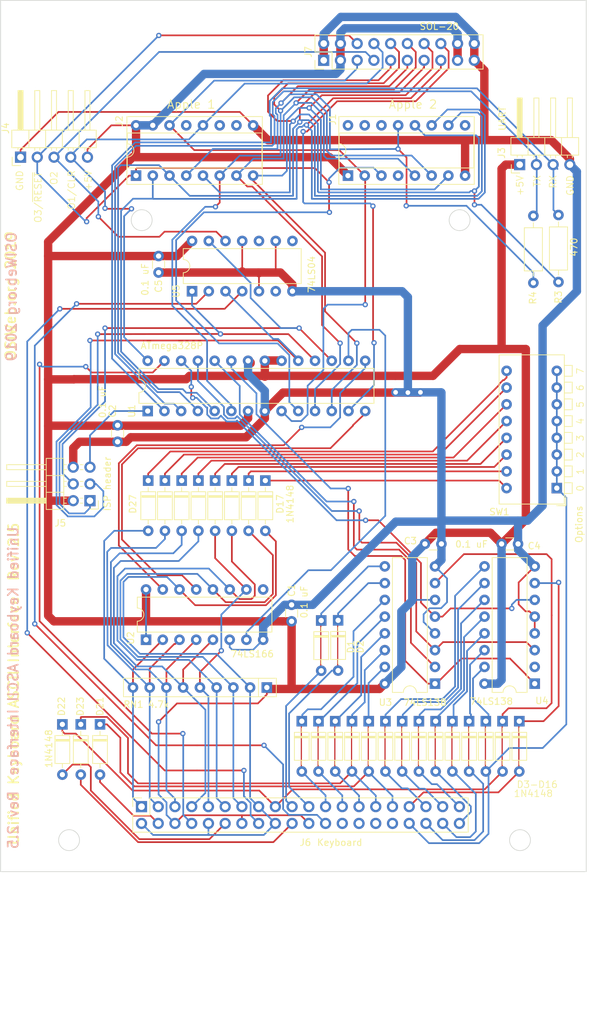
<source format=kicad_pcb>
(kicad_pcb (version 20171130) (host pcbnew "(5.1.5-0-10_14)")
  (title_block (title "Unified Retro Keyboard") (date 2019-12-13) (rev 2.5))
  (layers (0 F.Cu signal) (31 B.Cu signal) (34 B.Paste user) (35 F.Paste user) (36 B.SilkS user) (37 F.SilkS user) (38 B.Mask user) (39 F.Mask user) (44 Edge.Cuts user))
  (net 0 "")
  (net 1 GND)
  (net 2 +5V)
  (net 3 /Row3)
  (net 4 /Row0)
  (net 5 /Row1)
  (net 6 /Row4)
  (net 7 /Row5)
  (net 8 /Row7)
  (net 9 /D7)
  (net 10 /D1)
  (net 11 /D2)
  (net 12 /D3)
  (net 13 /D4)
  (net 14 /D5)
  (net 15 /D6)
  (net 16 /Col0)
  (net 17 /Col1)
  (net 18 /Col2)
  (net 19 /Col3)
  (net 20 /Col4)
  (net 21 /Col5)
  (net 22 /Col6)
  (net 23 /Col7)
  (net 24 /Row6)
  (net 25 /Row2)
  (net 26 /D0)
  (net 27 "Net-(U1-Pad25)")
  (net 28 "Net-(U1-Pad24)")
  (net 29 "Net-(U1-Pad23)")
  (net 30 /~STROBE)
  (net 31 "Net-(U1-Pad14)")
  (net 32 "Net-(U1-Pad26)")
  (net 33 "Net-(U1-Pad16)")
  (net 34 "Net-(U1-Pad15)")
  (net 35 /Row10)
  (net 36 /Row9)
  (net 37 /Row8)
  (net 38 /Row15)
  (net 39 /Row14)
  (net 40 /Row13)
  (net 41 /Row12)
  (net 42 /Row11)
  (net 43 /~RESET)
  (net 44 /Tx)
  (net 45 /Rx)
  (net 46 "Net-(U4-Pad2)")
  (net 47 "Net-(D11-Pad1)")
  (net 48 "Net-(D12-Pad1)")
  (net 49 "Net-(D13-Pad1)")
  (net 50 "Net-(D14-Pad1)")
  (net 51 "Net-(D15-Pad1)")
  (net 52 "Net-(D16-Pad1)")
  (net 53 "Net-(D17-Pad1)")
  (net 54 "Net-(D18-Pad1)")
  (net 55 "Net-(D19-Pad1)")
  (net 56 "Net-(D20-Pad1)")
  (net 57 "Net-(D24-Pad1)")
  (net 58 "Net-(D25-Pad1)")
  (net 59 "Net-(D26-Pad1)")
  (net 60 "Net-(D3-Pad1)")
  (net 61 "Net-(D4-Pad1)")
  (net 62 "Net-(D5-Pad1)")
  (net 63 "Net-(D6-Pad1)")
  (net 64 "Net-(D7-Pad1)")
  (net 65 "Net-(D8-Pad1)")
  (net 66 "Net-(D9-Pad1)")
  (net 67 "Net-(D10-Pad1)")
  (net 68 "Net-(D1-Pad1)")
  (net 69 "Net-(D2-Pad1)")
  (net 70 "Net-(D21-Pad2)")
  (net 71 "Net-(D22-Pad2)")
  (net 72 "Net-(D23-Pad2)")
  (net 73 "Net-(D27-Pad1)")
  (net 74 "Net-(J1-Pad9)")
  (net 75 "Net-(J1-Pad4)")
  (net 76 "Net-(J1-Pad14)")
  (net 77 "Net-(J1-Pad15)")
  (net 78 "Net-(J1-Pad16)")
  (net 79 "Net-(J2-Pad10)")
  (net 80 "Net-(J2-Pad11)")
  (net 81 "Net-(J2-Pad13)")
  (net 82 "Net-(J6-Pad32)")
  (net 83 "Net-(J6-Pad30)")
  (net 84 "Net-(J6-Pad28)")
  (net 85 "Net-(J6-Pad26)")
  (net 86 "Net-(J6-Pad24)")
  (net 87 "Net-(J6-Pad16)")
  (net 88 "Net-(U2-Pad9)")
  (net 89 /LED1)
  (net 90 "Net-(U5-Pad6)")
  (net 91 "Net-(U5-Pad10)")
  (net 92 "Net-(U5-Pad8)")
  (net 93 /OUT1)
  (net 94 /OUT2)
  (net 95 /OUT3)
  (net 96 /MOSI-OUT2)
  (net 97 /SCK-LED2)
  (net 98 /MISO-LED3)
  (module unikbd:PinHeader_2x20_P2.54mm_Vertical (layer F.Cu) (at 185.397 175.5918 90)
    (fp_text reference J6 (at -2.8702 24.7015 180) (layer F.SilkS))
    (fp_text value Keyboard (at -2.8702 29.9085 180) (layer F.SilkS))
    (pad 40 thru_hole oval (at 0.0254 48.0822 90) (size 1.7 1.7) (drill 1) (layers *.Cu *.Mask) (net 42 /Row11))
    (pad 39 thru_hole oval (at 2.5654 48.0822 90) (size 1.7 1.7) (drill 1) (layers *.Cu *.Mask) (net 41 /Row12))
    (pad 38 thru_hole oval (at 0.0254 45.5422 90) (size 1.7 1.7) (drill 1) (layers *.Cu *.Mask) (net 35 /Row10))
    (pad 37 thru_hole oval (at 2.5654 45.5422 90) (size 1.7 1.7) (drill 1) (layers *.Cu *.Mask) (net 40 /Row13))
    (pad 36 thru_hole oval (at 0.0254 43.0022 90) (size 1.7 1.7) (drill 1) (layers *.Cu *.Mask) (net 36 /Row9))
    (pad 35 thru_hole oval (at 2.5654 43.0022 90) (size 1.7 1.7) (drill 1) (layers *.Cu *.Mask) (net 39 /Row14))
    (pad 34 thru_hole oval (at 0.0254 40.4622 90) (size 1.7 1.7) (drill 1) (layers *.Cu *.Mask) (net 37 /Row8))
    (pad 33 thru_hole oval (at 2.5654 40.4622 90) (size 1.7 1.7) (drill 1) (layers *.Cu *.Mask) (net 38 /Row15))
    (pad 32 thru_hole oval (at 0.0254 37.9222 90) (size 1.7 1.7) (drill 1) (layers *.Cu *.Mask) (net 82 "Net-(J6-Pad32)"))
    (pad 31 thru_hole oval (at 2.5654 37.9222 90) (size 1.7 1.7) (drill 1) (layers *.Cu *.Mask) (net 4 /Row0))
    (pad 30 thru_hole oval (at 0.0254 35.3822 90) (size 1.7 1.7) (drill 1) (layers *.Cu *.Mask) (net 83 "Net-(J6-Pad30)"))
    (pad 29 thru_hole oval (at 2.5654 35.3822 90) (size 1.7 1.7) (drill 1) (layers *.Cu *.Mask) (net 5 /Row1))
    (pad 28 thru_hole oval (at 0.0254 32.8422 90) (size 1.7 1.7) (drill 1) (layers *.Cu *.Mask) (net 84 "Net-(J6-Pad28)"))
    (pad 27 thru_hole oval (at 2.5654 32.8422 90) (size 1.7 1.7) (drill 1) (layers *.Cu *.Mask) (net 25 /Row2))
    (pad 26 thru_hole oval (at 0.0254 30.3022 90) (size 1.7 1.7) (drill 1) (layers *.Cu *.Mask) (net 85 "Net-(J6-Pad26)"))
    (pad 25 thru_hole oval (at 2.5654 30.3022 90) (size 1.7 1.7) (drill 1) (layers *.Cu *.Mask) (net 3 /Row3))
    (pad 24 thru_hole oval (at 0.0254 27.7622 90) (size 1.7 1.7) (drill 1) (layers *.Cu *.Mask) (net 86 "Net-(J6-Pad24)"))
    (pad 23 thru_hole oval (at 2.5654 27.7622 90) (size 1.7 1.7) (drill 1) (layers *.Cu *.Mask) (net 6 /Row4))
    (pad 22 thru_hole oval (at 0.0254 25.2222 90) (size 1.7 1.7) (drill 1) (layers *.Cu *.Mask) (net 2 +5V))
    (pad 21 thru_hole oval (at 2.5654 25.2222 90) (size 1.7 1.7) (drill 1) (layers *.Cu *.Mask) (net 7 /Row5))
    (pad 20 thru_hole oval (at 0.0254 22.6822 90) (size 1.7 1.7) (drill 1) (layers *.Cu *.Mask) (net 72 "Net-(D23-Pad2)"))
    (pad 19 thru_hole oval (at 2.5654 22.6822 90) (size 1.7 1.7) (drill 1) (layers *.Cu *.Mask) (net 24 /Row6))
    (pad 18 thru_hole oval (at 0.0254 20.1422 90) (size 1.7 1.7) (drill 1) (layers *.Cu *.Mask) (net 16 /Col0))
    (pad 17 thru_hole oval (at 2.5654 20.1422 90) (size 1.7 1.7) (drill 1) (layers *.Cu *.Mask) (net 8 /Row7))
    (pad 16 thru_hole oval (at 0.0254 17.6022 90) (size 1.7 1.7) (drill 1) (layers *.Cu *.Mask) (net 87 "Net-(J6-Pad16)"))
    (pad 15 thru_hole oval (at 2.5654 17.6022 90) (size 1.7 1.7) (drill 1) (layers *.Cu *.Mask) (net 16 /Col0))
    (pad 14 thru_hole oval (at 0.0254 15.0622 90) (size 1.7 1.7) (drill 1) (layers *.Cu *.Mask) (net 2 +5V))
    (pad 13 thru_hole oval (at 2.5654 15.0622 90) (size 1.7 1.7) (drill 1) (layers *.Cu *.Mask) (net 17 /Col1))
    (pad 12 thru_hole oval (at 0.0254 12.5222 90) (size 1.7 1.7) (drill 1) (layers *.Cu *.Mask) (net 71 "Net-(D22-Pad2)"))
    (pad 11 thru_hole oval (at 2.5654 12.5222 90) (size 1.7 1.7) (drill 1) (layers *.Cu *.Mask) (net 18 /Col2))
    (pad 10 thru_hole oval (at 0.0254 9.9822 90) (size 1.7 1.7) (drill 1) (layers *.Cu *.Mask) (net 16 /Col0))
    (pad 9 thru_hole oval (at 2.5654 9.9822 90) (size 1.7 1.7) (drill 1) (layers *.Cu *.Mask) (net 19 /Col3))
    (pad 8 thru_hole oval (at 0.0254 7.4422 90) (size 1.7 1.7) (drill 1) (layers *.Cu *.Mask) (net 89 /LED1))
    (pad 7 thru_hole oval (at 2.5654 7.4422 90) (size 1.7 1.7) (drill 1) (layers *.Cu *.Mask) (net 20 /Col4))
    (pad 6 thru_hole oval (at 0.0254 4.9022 90) (size 1.7 1.7) (drill 1) (layers *.Cu *.Mask) (net 2 +5V))
    (pad 5 thru_hole oval (at 2.5654 4.9022 90) (size 1.7 1.7) (drill 1) (layers *.Cu *.Mask) (net 21 /Col5))
    (pad 4 thru_hole oval (at 0.0254 2.3622 90) (size 1.7 1.7) (drill 1) (layers *.Cu *.Mask) (net 70 "Net-(D21-Pad2)"))
    (pad 3 thru_hole oval (at 2.5654 2.3622 90) (size 1.7 1.7) (drill 1) (layers *.Cu *.Mask) (net 22 /Col6))
    (pad 2 thru_hole oval (at 0.0254 -0.1778 90) (size 1.7 1.7) (drill 1) (layers *.Cu *.Mask) (net 16 /Col0))
    (pad 1 thru_hole rect (at 2.5654 -0.1778 90) (size 1.7 1.7) (drill 1) (layers *.Cu *.Mask) (net 23 /Col7))
  )
  (module unikbd:SOL20-header-vertical (layer F.Cu) (at 212.8798 59.8948 90)
    (fp_text reference J7 (at 1.27 -2.33 90) (layer F.SilkS))
    (fp_text value SOL-20 (at 5.1308 17.5514 180) (layer F.SilkS))
    (pad 20 thru_hole oval (at 2.54 22.86 90) (size 1.7 1.7) (drill 1) (layers *.Cu *.Mask) (net 1 GND))
    (pad 10 thru_hole oval (at 0 22.86 90) (size 1.7 1.7) (drill 1) (layers *.Cu *.Mask) (net 1 GND))
    (pad 19 thru_hole oval (at 2.54 20.32 90) (size 1.7 1.7) (drill 1) (layers *.Cu *.Mask) (net 2 +5V))
    (pad 9 thru_hole oval (at 0 20.32 90) (size 1.7 1.7) (drill 1) (layers *.Cu *.Mask) (net 2 +5V))
    (pad 18 thru_hole oval (at 2.54 17.78 90) (size 1.7 1.7) (drill 1) (layers *.Cu *.Mask) (net 9 /D7))
    (pad 8 thru_hole oval (at 0 17.78 90) (size 1.7 1.7) (drill 1) (layers *.Cu *.Mask) (net 12 /D3))
    (pad 17 thru_hole oval (at 2.54 15.24 90) (size 1.7 1.7) (drill 1) (layers *.Cu *.Mask) (net 15 /D6))
    (pad 7 thru_hole oval (at 0 15.24 90) (size 1.7 1.7) (drill 1) (layers *.Cu *.Mask) (net 11 /D2))
    (pad 16 thru_hole oval (at 2.54 12.7 90) (size 1.7 1.7) (drill 1) (layers *.Cu *.Mask) (net 14 /D5))
    (pad 6 thru_hole oval (at 0 12.7 90) (size 1.7 1.7) (drill 1) (layers *.Cu *.Mask) (net 10 /D1))
    (pad 15 thru_hole oval (at 2.54 10.16 90) (size 1.7 1.7) (drill 1) (layers *.Cu *.Mask) (net 13 /D4))
    (pad 5 thru_hole oval (at 0 10.16 90) (size 1.7 1.7) (drill 1) (layers *.Cu *.Mask) (net 26 /D0))
    (pad 14 thru_hole oval (at 2.54 7.62 90) (size 1.7 1.7) (drill 1) (layers *.Cu *.Mask) (net 93 /OUT1))
    (pad 4 thru_hole oval (at 0 7.62 90) (size 1.7 1.7) (drill 1) (layers *.Cu *.Mask) (net 94 /OUT2))
    (pad 13 thru_hole oval (at 2.54 5.08 90) (size 1.7 1.7) (drill 1) (layers *.Cu *.Mask) (net 95 /OUT3))
    (pad 3 thru_hole oval (at 0 5.08 90) (size 1.7 1.7) (drill 1) (layers *.Cu *.Mask) (net 30 /~STROBE))
    (pad 12 thru_hole oval (at 2.54 2.54 90) (size 1.7 1.7) (drill 1) (layers *.Cu *.Mask) (net 2 +5V))
    (pad 2 thru_hole oval (at 0 2.54 90) (size 1.7 1.7) (drill 1) (layers *.Cu *.Mask) (net 2 +5V))
    (pad 11 thru_hole oval (at 2.54 0 90) (size 1.7 1.7) (drill 1) (layers *.Cu *.Mask) (net 1 GND))
    (pad 1 thru_hole rect (at 0 0 90) (size 1.7 1.7) (drill 1) (layers *.Cu *.Mask) (net 1 GND))
  )
  (module Package_DIP:DIP-16_W7.62mm (layer F.Cu) (at 185.905 147.728 90)
    (fp_text reference U2 (at 0.254 -2.33 90) (layer F.SilkS))
    (fp_text value 74LS166 (at -2.159 16.129) (layer F.SilkS))
    (pad 16 thru_hole oval (at 7.62 0 90) (size 1.6 1.6) (drill 0.8) (layers *.Cu *.Mask) (net 2 +5V))
    (pad 8 thru_hole oval (at 0 17.78 90) (size 1.6 1.6) (drill 0.8) (layers *.Cu *.Mask) (net 1 GND))
    (pad 15 thru_hole oval (at 7.62 2.54 90) (size 1.6 1.6) (drill 0.8) (layers *.Cu *.Mask) (net 34 "Net-(U1-Pad15)"))
    (pad 7 thru_hole oval (at 0 15.24 90) (size 1.6 1.6) (drill 0.8) (layers *.Cu *.Mask) (net 33 "Net-(U1-Pad16)"))
    (pad 14 thru_hole oval (at 7.62 5.08 90) (size 1.6 1.6) (drill 0.8) (layers *.Cu *.Mask) (net 16 /Col0))
    (pad 6 thru_hole oval (at 0 12.7 90) (size 1.6 1.6) (drill 0.8) (layers *.Cu *.Mask) (net 1 GND))
    (pad 13 thru_hole oval (at 7.62 7.62 90) (size 1.6 1.6) (drill 0.8) (layers *.Cu *.Mask) (net 31 "Net-(U1-Pad14)"))
    (pad 5 thru_hole oval (at 0 10.16 90) (size 1.6 1.6) (drill 0.8) (layers *.Cu *.Mask) (net 20 /Col4))
    (pad 12 thru_hole oval (at 7.62 10.16 90) (size 1.6 1.6) (drill 0.8) (layers *.Cu *.Mask) (net 17 /Col1))
    (pad 4 thru_hole oval (at 0 7.62 90) (size 1.6 1.6) (drill 0.8) (layers *.Cu *.Mask) (net 21 /Col5))
    (pad 11 thru_hole oval (at 7.62 12.7 90) (size 1.6 1.6) (drill 0.8) (layers *.Cu *.Mask) (net 18 /Col2))
    (pad 3 thru_hole oval (at 0 5.08 90) (size 1.6 1.6) (drill 0.8) (layers *.Cu *.Mask) (net 22 /Col6))
    (pad 10 thru_hole oval (at 7.62 15.24 90) (size 1.6 1.6) (drill 0.8) (layers *.Cu *.Mask) (net 19 /Col3))
    (pad 2 thru_hole oval (at 0 2.54 90) (size 1.6 1.6) (drill 0.8) (layers *.Cu *.Mask) (net 23 /Col7))
    (pad 9 thru_hole oval (at 7.62 17.78 90) (size 1.6 1.6) (drill 0.8) (layers *.Cu *.Mask) (net 88 "Net-(U2-Pad9)"))
    (pad 1 thru_hole rect (at 0 0 90) (size 1.6 1.6) (drill 0.8) (layers *.Cu *.Mask) (net 2 +5V))
  )
  (module Package_DIP:DIP-14_W7.62mm (layer F.Cu) (at 192.89 94.896 90)
    (fp_text reference U5 (at 0 -2.413 90) (layer F.SilkS))
    (fp_text value 74LS04 (at 2.54 18.161 90) (layer F.SilkS))
    (pad 14 thru_hole oval (at 7.62 0 90) (size 1.6 1.6) (drill 0.8) (layers *.Cu *.Mask) (net 2 +5V))
    (pad 7 thru_hole oval (at 0 15.24 90) (size 1.6 1.6) (drill 0.8) (layers *.Cu *.Mask) (net 1 GND))
    (pad 13 thru_hole oval (at 7.62 2.54 90) (size 1.6 1.6) (drill 0.8) (layers *.Cu *.Mask) (net 96 /MOSI-OUT2))
    (pad 6 thru_hole oval (at 0 12.7 90) (size 1.6 1.6) (drill 0.8) (layers *.Cu *.Mask) (net 90 "Net-(U5-Pad6)"))
    (pad 12 thru_hole oval (at 7.62 5.08 90) (size 1.6 1.6) (drill 0.8) (layers *.Cu *.Mask) (net 94 /OUT2))
    (pad 5 thru_hole oval (at 0 10.16 90) (size 1.6 1.6) (drill 0.8) (layers *.Cu *.Mask) (net 1 GND))
    (pad 11 thru_hole oval (at 7.62 7.62 90) (size 1.6 1.6) (drill 0.8) (layers *.Cu *.Mask) (net 1 GND))
    (pad 4 thru_hole oval (at 0 7.62 90) (size 1.6 1.6) (drill 0.8) (layers *.Cu *.Mask) (net 87 "Net-(J6-Pad16)"))
    (pad 10 thru_hole oval (at 7.62 10.16 90) (size 1.6 1.6) (drill 0.8) (layers *.Cu *.Mask) (net 91 "Net-(U5-Pad10)"))
    (pad 3 thru_hole oval (at 0 5.08 90) (size 1.6 1.6) (drill 0.8) (layers *.Cu *.Mask) (net 97 /SCK-LED2))
    (pad 9 thru_hole oval (at 7.62 12.7 90) (size 1.6 1.6) (drill 0.8) (layers *.Cu *.Mask) (net 1 GND))
    (pad 2 thru_hole oval (at 0 2.54 90) (size 1.6 1.6) (drill 0.8) (layers *.Cu *.Mask) (net 86 "Net-(J6-Pad24)"))
    (pad 8 thru_hole oval (at 7.62 15.24 90) (size 1.6 1.6) (drill 0.8) (layers *.Cu *.Mask) (net 92 "Net-(U5-Pad8)"))
    (pad 1 thru_hole rect (at 0 0 90) (size 1.6 1.6) (drill 0.8) (layers *.Cu *.Mask) (net 98 /MISO-LED3))
  )
  (module Connector_PinHeader_2.54mm:PinHeader_1x05_P2.54mm_Horizontal (layer F.Cu) (at 166.855 74.576 90)
    (fp_text reference J4 (at 4.385 -2.27 90) (layer F.SilkS))
    (fp_text value Conn_01x05)
    (pad 5 thru_hole oval (at 0 10.16 90) (size 1.7 1.7) (drill 1) (layers *.Cu *.Mask) (net 2 +5V))
    (pad 4 thru_hole oval (at 0 7.62 90) (size 1.7 1.7) (drill 1) (layers *.Cu *.Mask) (net 93 /OUT1))
    (pad 3 thru_hole oval (at 0 5.08 90) (size 1.7 1.7) (drill 1) (layers *.Cu *.Mask) (net 94 /OUT2))
    (pad 2 thru_hole oval (at 0 2.54 90) (size 1.7 1.7) (drill 1) (layers *.Cu *.Mask) (net 95 /OUT3))
    (pad 1 thru_hole rect (at 0 0 90) (size 1.7 1.7) (drill 1) (layers *.Cu *.Mask) (net 1 GND))
  )
  (module Resistor_THT:R_Axial_DIN0207_L6.3mm_D2.5mm_P10.16mm_Horizontal (layer F.Cu) (at 244.706 93.626 90)
    (fp_text reference R4 (at -2.286 -0.0762 90) (layer F.SilkS))
    (fp_text value 470 hide)
    (pad 2 thru_hole oval (at 10.16 0 90) (size 1.6 1.6) (drill 0.8) (layers *.Cu *.Mask) (net 44 /Tx))
    (pad 1 thru_hole circle (at 0 0 90) (size 1.6 1.6) (drill 0.8) (layers *.Cu *.Mask) (net 10 /D1))
  )
  (module Capacitor_THT:C_Disc_D3.0mm_W1.6mm_P2.50mm (layer F.Cu) (at 187.81 89.562 270)
    (fp_text reference C5 (at 4.572 0 90) (layer F.SilkS))
    (fp_text value "0.1 uF" (at 3.556 2.05 90) (layer F.SilkS))
    (pad 2 thru_hole circle (at 2.5 0 270) (size 1.6 1.6) (drill 0.8) (layers *.Cu *.Mask) (net 1 GND))
    (pad 1 thru_hole circle (at 0 0 270) (size 1.6 1.6) (drill 0.8) (layers *.Cu *.Mask) (net 2 +5V))
  )
  (module unikbd:D_DO-35_SOD27_P7.62mm_Horizontal_bypassed (layer F.Cu) (at 222.25 160.0724 270)
    (fp_text reference D16 hide)
    (fp_text value 1N4148 hide)
    (fp_poly (pts (xy 7.239 0.127) (xy 0.381 0.127) (xy 0.381 0) (xy 7.239 0)) (layer F.Cu) (width 0.0508))
    (pad 1 thru_hole rect (at 0 0 270) (size 1.6 1.6) (drill 0.8) (layers *.Cu *.Mask) (net 52 "Net-(D16-Pad1)"))
    (pad 2 thru_hole oval (at 7.62 0 270) (size 1.6 1.6) (drill 0.8) (layers *.Cu *.Mask) (net 39 /Row14))
  )
  (module unikbd:D_DO-35_SOD27_P7.62mm_Horizontal_bypassed (layer F.Cu) (at 227.33 160.0724 270)
    (fp_text reference D15 hide)
    (fp_text value 1N4148)
    (fp_poly (pts (xy 7.239 0.127) (xy 0.381 0.127) (xy 0.381 0) (xy 7.239 0)) (layer F.Cu) (width 0.0508))
    (pad 1 thru_hole rect (at 0 0 270) (size 1.6 1.6) (drill 0.8) (layers *.Cu *.Mask) (net 51 "Net-(D15-Pad1)"))
    (pad 2 thru_hole oval (at 7.62 0 270) (size 1.6 1.6) (drill 0.8) (layers *.Cu *.Mask) (net 41 /Row12))
  )
  (module unikbd:D_DO-35_SOD27_P7.62mm_Horizontal_bypassed (layer F.Cu) (at 232.41 160.0724 270)
    (fp_text reference D14 hide)
    (fp_text value 1N4148)
    (fp_poly (pts (xy 7.239 0.127) (xy 0.381 0.127) (xy 0.381 0) (xy 7.239 0)) (layer F.Cu) (width 0.0508))
    (pad 1 thru_hole rect (at 0 0 270) (size 1.6 1.6) (drill 0.8) (layers *.Cu *.Mask) (net 50 "Net-(D14-Pad1)"))
    (pad 2 thru_hole oval (at 7.62 0 270) (size 1.6 1.6) (drill 0.8) (layers *.Cu *.Mask) (net 35 /Row10))
  )
  (module unikbd:D_DO-35_SOD27_P7.62mm_Horizontal_bypassed (layer F.Cu) (at 237.49 160.0724 270)
    (fp_text reference D13 hide)
    (fp_text value 1N4148)
    (fp_poly (pts (xy 7.239 0.127) (xy 0.381 0.127) (xy 0.381 0) (xy 7.239 0)) (layer F.Cu) (width 0.0508))
    (pad 1 thru_hole rect (at 0 0 270) (size 1.6 1.6) (drill 0.8) (layers *.Cu *.Mask) (net 49 "Net-(D13-Pad1)"))
    (pad 2 thru_hole oval (at 7.62 0 270) (size 1.6 1.6) (drill 0.8) (layers *.Cu *.Mask) (net 37 /Row8))
  )
  (module unikbd:D_DO-35_SOD27_P7.62mm_Horizontal_bypassed (layer F.Cu) (at 242.57 160.0724 270)
    (fp_text reference D8 hide)
    (fp_text value 1N4148 hide)
    (fp_poly (pts (xy 7.239 0.127) (xy 0.381 0.127) (xy 0.381 0) (xy 7.239 0)) (layer F.Cu) (width 0.0508))
    (pad 1 thru_hole rect (at 0 0 270) (size 1.6 1.6) (drill 0.8) (layers *.Cu *.Mask) (net 65 "Net-(D8-Pad1)"))
    (pad 2 thru_hole oval (at 7.62 0 270) (size 1.6 1.6) (drill 0.8) (layers *.Cu *.Mask) (net 38 /Row15))
  )
  (module unikbd:D_DO-35_SOD27_P7.62mm_Horizontal_bypassed (layer F.Cu) (at 224.79 160.0724 270)
    (fp_text reference D7 hide)
    (fp_text value 1N4148)
    (fp_poly (pts (xy 7.239 0.127) (xy 0.381 0.127) (xy 0.381 0) (xy 7.239 0)) (layer F.Cu) (width 0.0508))
    (pad 1 thru_hole rect (at 0 0 270) (size 1.6 1.6) (drill 0.8) (layers *.Cu *.Mask) (net 64 "Net-(D7-Pad1)"))
    (pad 2 thru_hole oval (at 7.62 0 270) (size 1.6 1.6) (drill 0.8) (layers *.Cu *.Mask) (net 40 /Row13))
  )
  (module unikbd:D_DO-35_SOD27_P7.62mm_Horizontal_bypassed (layer F.Cu) (at 229.87 160.0724 270)
    (fp_text reference D6 hide)
    (fp_text value 1N4148)
    (fp_poly (pts (xy 7.239 0.127) (xy 0.381 0.127) (xy 0.381 0) (xy 7.239 0)) (layer F.Cu) (width 0.0508))
    (pad 1 thru_hole rect (at 0 0 270) (size 1.6 1.6) (drill 0.8) (layers *.Cu *.Mask) (net 63 "Net-(D6-Pad1)"))
    (pad 2 thru_hole oval (at 7.62 0 270) (size 1.6 1.6) (drill 0.8) (layers *.Cu *.Mask) (net 42 /Row11))
  )
  (module unikbd:D_DO-35_SOD27_P7.62mm_Horizontal_bypassed (layer F.Cu) (at 234.95 160.0724 270)
    (fp_text reference D5 hide)
    (fp_text value 1N4148)
    (fp_poly (pts (xy 7.239 0.127) (xy 0.381 0.127) (xy 0.381 0) (xy 7.239 0)) (layer F.Cu) (width 0.0508))
    (pad 1 thru_hole rect (at 0 0 270) (size 1.6 1.6) (drill 0.8) (layers *.Cu *.Mask) (net 62 "Net-(D5-Pad1)"))
    (pad 2 thru_hole oval (at 7.62 0 270) (size 1.6 1.6) (drill 0.8) (layers *.Cu *.Mask) (net 36 /Row9))
  )
  (module unikbd:D_DO-35_SOD27_P7.62mm_Horizontal_bypassed (layer F.Cu) (at 212.4988 144.807 270)
    (fp_text reference D1 (at 3.9878 -4.4958 90) (layer F.SilkS))
    (fp_text value 1N4148)
    (fp_poly (pts (xy 7.239 0.127) (xy 0.381 0.127) (xy 0.381 0) (xy 7.239 0)) (layer F.Cu) (width 0.0508))
    (pad 1 thru_hole rect (at 0 0 270) (size 1.6 1.6) (drill 0.8) (layers *.Cu *.Mask) (net 68 "Net-(D1-Pad1)"))
    (pad 2 thru_hole oval (at 7.62 0 270) (size 1.6 1.6) (drill 0.8) (layers *.Cu *.Mask) (net 24 /Row6))
  )
  (module unikbd:D_DO-35_SOD27_P7.62mm_Horizontal_bypassed (layer F.Cu) (at 209.55 160.0724 270)
    (fp_text reference D11 hide)
    (fp_text value 1N4148)
    (fp_poly (pts (xy 7.239 0.127) (xy 0.381 0.127) (xy 0.381 0) (xy 7.239 0)) (layer F.Cu) (width 0.0508))
    (pad 1 thru_hole rect (at 0 0 270) (size 1.6 1.6) (drill 0.8) (layers *.Cu *.Mask) (net 47 "Net-(D11-Pad1)"))
    (pad 2 thru_hole oval (at 7.62 0 270) (size 1.6 1.6) (drill 0.8) (layers *.Cu *.Mask) (net 6 /Row4))
  )
  (module unikbd:D_DO-35_SOD27_P7.62mm_Horizontal_bypassed (layer F.Cu) (at 214.63 160.0724 270)
    (fp_text reference D10 hide)
    (fp_text value 1N4148)
    (fp_poly (pts (xy 7.239 0.127) (xy 0.381 0.127) (xy 0.381 0) (xy 7.239 0)) (layer F.Cu) (width 0.0508))
    (pad 1 thru_hole rect (at 0 0 270) (size 1.6 1.6) (drill 0.8) (layers *.Cu *.Mask) (net 67 "Net-(D10-Pad1)"))
    (pad 2 thru_hole oval (at 7.62 0 270) (size 1.6 1.6) (drill 0.8) (layers *.Cu *.Mask) (net 25 /Row2))
  )
  (module unikbd:D_DO-35_SOD27_P7.62mm_Horizontal_bypassed (layer F.Cu) (at 219.71 160.0724 270)
    (fp_text reference D9 hide)
    (fp_text value 1N4148)
    (fp_poly (pts (xy 7.239 0.127) (xy 0.381 0.127) (xy 0.381 0) (xy 7.239 0)) (layer F.Cu) (width 0.0508))
    (pad 1 thru_hole rect (at 0 0 270) (size 1.6 1.6) (drill 0.8) (layers *.Cu *.Mask) (net 66 "Net-(D9-Pad1)"))
    (pad 2 thru_hole oval (at 7.62 0 270) (size 1.6 1.6) (drill 0.8) (layers *.Cu *.Mask) (net 4 /Row0))
  )
  (module unikbd:D_DO-35_SOD27_P7.62mm_Horizontal_bypassed (layer F.Cu) (at 240.03 160.0724 270)
    (fp_text reference D4 hide)
    (fp_text value 1N4148)
    (fp_poly (pts (xy 7.239 0.127) (xy 0.381 0.127) (xy 0.381 0) (xy 7.239 0)) (layer F.Cu) (width 0.0508))
    (pad 1 thru_hole rect (at 0 0 270) (size 1.6 1.6) (drill 0.8) (layers *.Cu *.Mask) (net 61 "Net-(D4-Pad1)"))
    (pad 2 thru_hole oval (at 7.62 0 270) (size 1.6 1.6) (drill 0.8) (layers *.Cu *.Mask) (net 8 /Row7))
  )
  (module unikbd:D_DO-35_SOD27_P7.62mm_Horizontal_bypassed (layer F.Cu) (at 215.0642 144.7816 270)
    (fp_text reference D2 (at 4.0132 -3.3528 90) (layer F.SilkS))
    (fp_text value 1N4148)
    (fp_poly (pts (xy 7.239 0.127) (xy 0.381 0.127) (xy 0.381 0) (xy 7.239 0)) (layer F.Cu) (width 0.0508))
    (pad 1 thru_hole rect (at 0 0 270) (size 1.6 1.6) (drill 0.8) (layers *.Cu *.Mask) (net 69 "Net-(D2-Pad1)"))
    (pad 2 thru_hole oval (at 7.62 0 270) (size 1.6 1.6) (drill 0.8) (layers *.Cu *.Mask) (net 7 /Row5))
  )
  (module unikbd:D_DO-35_SOD27_P7.62mm_Horizontal_bypassed (layer F.Cu) (at 212.09 160.0724 270)
    (fp_text reference D3 hide)
    (fp_text value 1N4148)
    (fp_poly (pts (xy 7.239 0.127) (xy 0.381 0.127) (xy 0.381 0) (xy 7.239 0)) (layer F.Cu) (width 0.0508))
    (pad 1 thru_hole rect (at 0 0 270) (size 1.6 1.6) (drill 0.8) (layers *.Cu *.Mask) (net 60 "Net-(D3-Pad1)"))
    (pad 2 thru_hole oval (at 7.62 0 270) (size 1.6 1.6) (drill 0.8) (layers *.Cu *.Mask) (net 3 /Row3))
  )
  (module unikbd:D_DO-35_SOD27_P7.62mm_Horizontal_bypassed (layer F.Cu) (at 217.17 160.0724 270)
    (fp_text reference D12 hide)
    (fp_text value 1N4148)
    (fp_poly (pts (xy 7.239 0.127) (xy 0.381 0.127) (xy 0.381 0) (xy 7.239 0)) (layer F.Cu) (width 0.0508))
    (pad 1 thru_hole rect (at 0 0 270) (size 1.6 1.6) (drill 0.8) (layers *.Cu *.Mask) (net 48 "Net-(D12-Pad1)"))
    (pad 2 thru_hole oval (at 7.62 0 270) (size 1.6 1.6) (drill 0.8) (layers *.Cu *.Mask) (net 5 /Row1))
  )
  (module Diode_THT:D_DO-35_SOD27_P7.62mm_Horizontal (layer F.Cu) (at 175.999 160.555 270)
    (fp_text reference D23 (at -2.7305 0.0762 90) (layer F.SilkS))
    (fp_text value 1N4148)
    (pad 2 thru_hole oval (at 7.62 0 270) (size 1.6 1.6) (drill 0.8) (layers *.Cu *.Mask) (net 72 "Net-(D23-Pad2)"))
    (pad 1 thru_hole rect (at 0 0 270) (size 1.6 1.6) (drill 0.8) (layers *.Cu *.Mask) (net 5 /Row1))
  )
  (module Connector_PinHeader_2.54mm:PinHeader_1x04_P2.54mm_Horizontal (layer F.Cu) (at 242.62828 75.70376 90)
    (fp_text reference J3 (at 1.76276 -2.74828 90) (layer F.SilkS))
    (fp_text value UART (at 6.96976 -2.62128 90) (layer F.SilkS))
    (pad 4 thru_hole oval (at 0 7.62 90) (size 1.7 1.7) (drill 1) (layers *.Cu *.Mask) (net 1 GND))
    (pad 3 thru_hole oval (at 0 5.08 90) (size 1.7 1.7) (drill 1) (layers *.Cu *.Mask) (net 45 /Rx))
    (pad 2 thru_hole oval (at 0 2.54 90) (size 1.7 1.7) (drill 1) (layers *.Cu *.Mask) (net 44 /Tx))
    (pad 1 thru_hole rect (at 0 0 90) (size 1.7 1.7) (drill 1) (layers *.Cu *.Mask) (net 2 +5V))
  )
  (module Button_Switch_THT:SW_DIP_SPSTx08_Piano_CTS_Series194-8MSTN_W7.62mm_P2.54mm (layer F.Cu) (at 248.262 124.741 180)
    (fp_text reference SW1 (at 8.7122 -3.6068) (layer F.SilkS))
    (fp_text value Options (at -3.3782 -5.4864 90) (layer F.SilkS))
    (pad 1 thru_hole rect (at 0 0 180) (size 1.6 1.6) (drill 0.8) (layers *.Cu *.Mask) (net 37 /Row8))
    (pad 9 thru_hole oval (at 7.62 17.78 180) (size 1.6 1.6) (drill 0.8) (layers *.Cu *.Mask) (net 73 "Net-(D27-Pad1)"))
    (pad 2 thru_hole oval (at 0 2.54 180) (size 1.6 1.6) (drill 0.8) (layers *.Cu *.Mask) (net 37 /Row8))
    (pad 10 thru_hole oval (at 7.62 15.24 180) (size 1.6 1.6) (drill 0.8) (layers *.Cu *.Mask) (net 56 "Net-(D20-Pad1)"))
    (pad 3 thru_hole oval (at 0 5.08 180) (size 1.6 1.6) (drill 0.8) (layers *.Cu *.Mask) (net 37 /Row8))
    (pad 11 thru_hole oval (at 7.62 12.7 180) (size 1.6 1.6) (drill 0.8) (layers *.Cu *.Mask) (net 59 "Net-(D26-Pad1)"))
    (pad 4 thru_hole oval (at 0 7.62 180) (size 1.6 1.6) (drill 0.8) (layers *.Cu *.Mask) (net 37 /Row8))
    (pad 12 thru_hole oval (at 7.62 10.16 180) (size 1.6 1.6) (drill 0.8) (layers *.Cu *.Mask) (net 55 "Net-(D19-Pad1)"))
    (pad 5 thru_hole oval (at 0 10.16 180) (size 1.6 1.6) (drill 0.8) (layers *.Cu *.Mask) (net 37 /Row8))
    (pad 13 thru_hole oval (at 7.62 7.62 180) (size 1.6 1.6) (drill 0.8) (layers *.Cu *.Mask) (net 58 "Net-(D25-Pad1)"))
    (pad 6 thru_hole oval (at 0 12.7 180) (size 1.6 1.6) (drill 0.8) (layers *.Cu *.Mask) (net 37 /Row8))
    (pad 14 thru_hole oval (at 7.62 5.08 180) (size 1.6 1.6) (drill 0.8) (layers *.Cu *.Mask) (net 54 "Net-(D18-Pad1)"))
    (pad 7 thru_hole oval (at 0 15.24 180) (size 1.6 1.6) (drill 0.8) (layers *.Cu *.Mask) (net 37 /Row8))
    (pad 15 thru_hole oval (at 7.62 2.54 180) (size 1.6 1.6) (drill 0.8) (layers *.Cu *.Mask) (net 57 "Net-(D24-Pad1)"))
    (pad 8 thru_hole oval (at 0 17.78 180) (size 1.6 1.6) (drill 0.8) (layers *.Cu *.Mask) (net 37 /Row8))
    (pad 16 thru_hole oval (at 7.62 0 180) (size 1.6 1.6) (drill 0.8) (layers *.Cu *.Mask) (net 53 "Net-(D17-Pad1)"))
  )
  (module Diode_THT:D_DO-35_SOD27_P7.62mm_Horizontal (layer F.Cu) (at 186.2352 123.598 270)
    (fp_text reference D27 (at 3.556 2.3368 90) (layer F.SilkS))
    (fp_text value 1N4148 hide)
    (pad 2 thru_hole oval (at 7.62 0 270) (size 1.6 1.6) (drill 0.8) (layers *.Cu *.Mask) (net 23 /Col7))
    (pad 1 thru_hole rect (at 0 0 270) (size 1.6 1.6) (drill 0.8) (layers *.Cu *.Mask) (net 73 "Net-(D27-Pad1)"))
  )
  (module Diode_THT:D_DO-35_SOD27_P7.62mm_Horizontal (layer F.Cu) (at 191.3152 123.598 270)
    (fp_text reference D26)
    (fp_text value 1N4148 hide)
    (pad 2 thru_hole oval (at 7.62 0 270) (size 1.6 1.6) (drill 0.8) (layers *.Cu *.Mask) (net 21 /Col5))
    (pad 1 thru_hole rect (at 0 0 270) (size 1.6 1.6) (drill 0.8) (layers *.Cu *.Mask) (net 59 "Net-(D26-Pad1)"))
  )
  (module Diode_THT:D_DO-35_SOD27_P7.62mm_Horizontal (layer F.Cu) (at 196.3952 123.598 270)
    (fp_text reference D25 hide)
    (fp_text value 1N4148 hide)
    (pad 2 thru_hole oval (at 7.62 0 270) (size 1.6 1.6) (drill 0.8) (layers *.Cu *.Mask) (net 19 /Col3))
    (pad 1 thru_hole rect (at 0 0 270) (size 1.6 1.6) (drill 0.8) (layers *.Cu *.Mask) (net 58 "Net-(D25-Pad1)"))
  )
  (module Diode_THT:D_DO-35_SOD27_P7.62mm_Horizontal (layer F.Cu) (at 201.4752 123.598 270)
    (fp_text reference D24 hide)
    (fp_text value 1N4148 hide)
    (pad 2 thru_hole oval (at 7.62 0 270) (size 1.6 1.6) (drill 0.8) (layers *.Cu *.Mask) (net 17 /Col1))
    (pad 1 thru_hole rect (at 0 0 270) (size 1.6 1.6) (drill 0.8) (layers *.Cu *.Mask) (net 57 "Net-(D24-Pad1)"))
  )
  (module Diode_THT:D_DO-35_SOD27_P7.62mm_Horizontal (layer F.Cu) (at 188.7752 123.598 270)
    (fp_text reference D20 hide)
    (fp_text value 1N4148 hide)
    (pad 2 thru_hole oval (at 7.62 0 270) (size 1.6 1.6) (drill 0.8) (layers *.Cu *.Mask) (net 22 /Col6))
    (pad 1 thru_hole rect (at 0 0 270) (size 1.6 1.6) (drill 0.8) (layers *.Cu *.Mask) (net 56 "Net-(D20-Pad1)"))
  )
  (module Diode_THT:D_DO-35_SOD27_P7.62mm_Horizontal (layer F.Cu) (at 193.8552 123.598 270)
    (fp_text reference D19 hide)
    (fp_text value 1N4148 hide)
    (pad 2 thru_hole oval (at 7.62 0 270) (size 1.6 1.6) (drill 0.8) (layers *.Cu *.Mask) (net 20 /Col4))
    (pad 1 thru_hole rect (at 0 0 270) (size 1.6 1.6) (drill 0.8) (layers *.Cu *.Mask) (net 55 "Net-(D19-Pad1)"))
  )
  (module Diode_THT:D_DO-35_SOD27_P7.62mm_Horizontal (layer F.Cu) (at 198.9352 123.598 270)
    (fp_text reference D18 hide)
    (fp_text value 1N4148 hide)
    (pad 2 thru_hole oval (at 7.62 0 270) (size 1.6 1.6) (drill 0.8) (layers *.Cu *.Mask) (net 18 /Col2))
    (pad 1 thru_hole rect (at 0 0 270) (size 1.6 1.6) (drill 0.8) (layers *.Cu *.Mask) (net 54 "Net-(D18-Pad1)"))
  )
  (module Diode_THT:D_DO-35_SOD27_P7.62mm_Horizontal (layer F.Cu) (at 204.0152 123.598 270)
    (fp_text reference D17 (at 3.556001 -2.2352 90) (layer F.SilkS))
    (fp_text value 1N4148 (at 3.556 -3.7592 90) (layer F.SilkS))
    (pad 2 thru_hole oval (at 7.62 0 270) (size 1.6 1.6) (drill 0.8) (layers *.Cu *.Mask) (net 16 /Col0))
    (pad 1 thru_hole rect (at 0 0 270) (size 1.6 1.6) (drill 0.8) (layers *.Cu *.Mask) (net 53 "Net-(D17-Pad1)"))
  )
  (module Connector_PinHeader_2.54mm:PinHeader_2x03_P2.54mm_Horizontal (layer F.Cu) (at 177.396 126.646 180)
    (fp_text reference J5 (at 4.4958 -3.4036) (layer F.SilkS))
    (fp_text value "ISP header" (at -2.6416 2.54 90) (layer F.SilkS))
    (pad 6 thru_hole oval (at 2.54 5.08 180) (size 1.7 1.7) (drill 1) (layers *.Cu *.Mask) (net 1 GND))
    (pad 5 thru_hole oval (at 0 5.08 180) (size 1.7 1.7) (drill 1) (layers *.Cu *.Mask) (net 43 /~RESET))
    (pad 4 thru_hole oval (at 2.54 2.54 180) (size 1.7 1.7) (drill 1) (layers *.Cu *.Mask) (net 96 /MOSI-OUT2))
    (pad 3 thru_hole oval (at 0 2.54 180) (size 1.7 1.7) (drill 1) (layers *.Cu *.Mask) (net 97 /SCK-LED2))
    (pad 2 thru_hole oval (at 2.54 0 180) (size 1.7 1.7) (drill 1) (layers *.Cu *.Mask) (net 2 +5V))
    (pad 1 thru_hole rect (at 0 0 180) (size 1.7 1.7) (drill 1) (layers *.Cu *.Mask) (net 98 /MISO-LED3))
  )
  (module Capacitor_THT:C_Disc_D3.0mm_W1.6mm_P2.50mm (layer F.Cu) (at 228.2468 133.1992)
    (fp_text reference C3 (at -2.2098 -0.4572) (layer F.SilkS))
    (fp_text value "0.1 uF" (at 7.0612 0.0508) (layer F.SilkS))
    (pad 2 thru_hole circle (at 2.5 0) (size 1.6 1.6) (drill 0.8) (layers *.Cu *.Mask) (net 1 GND))
    (pad 1 thru_hole circle (at 0 0) (size 1.6 1.6) (drill 0.8) (layers *.Cu *.Mask) (net 2 +5V))
  )
  (module Capacitor_THT:C_Disc_D3.0mm_W1.6mm_P2.50mm (layer F.Cu) (at 239.88 133.1992)
    (fp_text reference C4 (at 4.953 0.3048) (layer F.SilkS))
    (fp_text value "0.1 uF" hide)
    (pad 2 thru_hole circle (at 2.5 0) (size 1.6 1.6) (drill 0.8) (layers *.Cu *.Mask) (net 1 GND))
    (pad 1 thru_hole circle (at 0 0) (size 1.6 1.6) (drill 0.8) (layers *.Cu *.Mask) (net 2 +5V))
  )
  (module Capacitor_THT:C_Disc_D3.0mm_W1.6mm_P2.50mm (layer F.Cu) (at 181.587 115.216 270)
    (fp_text reference C2 (at -2.159 0.762 90) (layer F.SilkS))
    (fp_text value "0.1 uF" (at -3.556 2.286 90) (layer F.SilkS))
    (pad 2 thru_hole circle (at 2.5 0 270) (size 1.6 1.6) (drill 0.8) (layers *.Cu *.Mask) (net 1 GND))
    (pad 1 thru_hole circle (at 0 0 270) (size 1.6 1.6) (drill 0.8) (layers *.Cu *.Mask) (net 2 +5V))
  )
  (module Capacitor_THT:C_Disc_D3.0mm_W1.6mm_P2.50mm (layer F.Cu) (at 208.003 144.934 90)
    (fp_text reference C1 (at 4.699 0 90) (layer F.SilkS))
    (fp_text value "0.1 uF" (at 2.921 1.905 90) (layer F.SilkS))
    (pad 2 thru_hole circle (at 2.5 0 90) (size 1.6 1.6) (drill 0.8) (layers *.Cu *.Mask) (net 1 GND))
    (pad 1 thru_hole circle (at 0 0 90) (size 1.6 1.6) (drill 0.8) (layers *.Cu *.Mask) (net 2 +5V))
  )
  (module Package_DIP:DIP-16_W7.62mm (layer F.Cu) (at 244.9092 154.3828 180)
    (fp_text reference U4 (at -1.0922 -2.5908) (layer F.SilkS))
    (fp_text value 74LS138 (at 6.5786 -2.6924) (layer F.SilkS))
    (pad 16 thru_hole oval (at 7.62 0 180) (size 1.6 1.6) (drill 0.8) (layers *.Cu *.Mask) (net 2 +5V))
    (pad 8 thru_hole oval (at 0 17.78 180) (size 1.6 1.6) (drill 0.8) (layers *.Cu *.Mask) (net 1 GND))
    (pad 15 thru_hole oval (at 7.62 2.54 180) (size 1.6 1.6) (drill 0.8) (layers *.Cu *.Mask) (net 49 "Net-(D13-Pad1)"))
    (pad 7 thru_hole oval (at 0 15.24 180) (size 1.6 1.6) (drill 0.8) (layers *.Cu *.Mask) (net 65 "Net-(D8-Pad1)"))
    (pad 14 thru_hole oval (at 7.62 5.08 180) (size 1.6 1.6) (drill 0.8) (layers *.Cu *.Mask) (net 62 "Net-(D5-Pad1)"))
    (pad 6 thru_hole oval (at 0 12.7 180) (size 1.6 1.6) (drill 0.8) (layers *.Cu *.Mask) (net 32 "Net-(U1-Pad26)"))
    (pad 13 thru_hole oval (at 7.62 7.62 180) (size 1.6 1.6) (drill 0.8) (layers *.Cu *.Mask) (net 50 "Net-(D14-Pad1)"))
    (pad 5 thru_hole oval (at 0 10.16 180) (size 1.6 1.6) (drill 0.8) (layers *.Cu *.Mask) (net 1 GND))
    (pad 12 thru_hole oval (at 7.62 10.16 180) (size 1.6 1.6) (drill 0.8) (layers *.Cu *.Mask) (net 63 "Net-(D6-Pad1)"))
    (pad 4 thru_hole oval (at 0 7.62 180) (size 1.6 1.6) (drill 0.8) (layers *.Cu *.Mask) (net 1 GND))
    (pad 11 thru_hole oval (at 7.62 12.7 180) (size 1.6 1.6) (drill 0.8) (layers *.Cu *.Mask) (net 51 "Net-(D15-Pad1)"))
    (pad 3 thru_hole oval (at 0 5.08 180) (size 1.6 1.6) (drill 0.8) (layers *.Cu *.Mask) (net 27 "Net-(U1-Pad25)"))
    (pad 10 thru_hole oval (at 7.62 15.24 180) (size 1.6 1.6) (drill 0.8) (layers *.Cu *.Mask) (net 64 "Net-(D7-Pad1)"))
    (pad 2 thru_hole oval (at 0 2.54 180) (size 1.6 1.6) (drill 0.8) (layers *.Cu *.Mask) (net 46 "Net-(U4-Pad2)"))
    (pad 9 thru_hole oval (at 7.62 17.78 180) (size 1.6 1.6) (drill 0.8) (layers *.Cu *.Mask) (net 52 "Net-(D16-Pad1)"))
    (pad 1 thru_hole rect (at 0 0 180) (size 1.6 1.6) (drill 0.8) (layers *.Cu *.Mask) (net 29 "Net-(U1-Pad23)"))
  )
  (module Package_DIP:DIP-16_W7.62mm (layer F.Cu) (at 229.7708 154.3828 180)
    (fp_text reference U3 (at 7.5184 -2.8448) (layer F.SilkS))
    (fp_text value 74LS138 (at 1.524 -2.8448) (layer F.SilkS))
    (pad 16 thru_hole oval (at 7.62 0 180) (size 1.6 1.6) (drill 0.8) (layers *.Cu *.Mask) (net 2 +5V))
    (pad 8 thru_hole oval (at 0 17.78 180) (size 1.6 1.6) (drill 0.8) (layers *.Cu *.Mask) (net 1 GND))
    (pad 15 thru_hole oval (at 7.62 2.54 180) (size 1.6 1.6) (drill 0.8) (layers *.Cu *.Mask) (net 66 "Net-(D9-Pad1)"))
    (pad 7 thru_hole oval (at 0 15.24 180) (size 1.6 1.6) (drill 0.8) (layers *.Cu *.Mask) (net 61 "Net-(D4-Pad1)"))
    (pad 14 thru_hole oval (at 7.62 5.08 180) (size 1.6 1.6) (drill 0.8) (layers *.Cu *.Mask) (net 48 "Net-(D12-Pad1)"))
    (pad 6 thru_hole oval (at 0 12.7 180) (size 1.6 1.6) (drill 0.8) (layers *.Cu *.Mask) (net 2 +5V))
    (pad 13 thru_hole oval (at 7.62 7.62 180) (size 1.6 1.6) (drill 0.8) (layers *.Cu *.Mask) (net 67 "Net-(D10-Pad1)"))
    (pad 5 thru_hole oval (at 0 10.16 180) (size 1.6 1.6) (drill 0.8) (layers *.Cu *.Mask) (net 32 "Net-(U1-Pad26)"))
    (pad 12 thru_hole oval (at 7.62 10.16 180) (size 1.6 1.6) (drill 0.8) (layers *.Cu *.Mask) (net 60 "Net-(D3-Pad1)"))
    (pad 4 thru_hole oval (at 0 7.62 180) (size 1.6 1.6) (drill 0.8) (layers *.Cu *.Mask) (net 1 GND))
    (pad 11 thru_hole oval (at 7.62 12.7 180) (size 1.6 1.6) (drill 0.8) (layers *.Cu *.Mask) (net 47 "Net-(D11-Pad1)"))
    (pad 3 thru_hole oval (at 0 5.08 180) (size 1.6 1.6) (drill 0.8) (layers *.Cu *.Mask) (net 27 "Net-(U1-Pad25)"))
    (pad 10 thru_hole oval (at 7.62 15.24 180) (size 1.6 1.6) (drill 0.8) (layers *.Cu *.Mask) (net 69 "Net-(D2-Pad1)"))
    (pad 2 thru_hole oval (at 0 2.54 180) (size 1.6 1.6) (drill 0.8) (layers *.Cu *.Mask) (net 28 "Net-(U1-Pad24)"))
    (pad 9 thru_hole oval (at 7.62 17.78 180) (size 1.6 1.6) (drill 0.8) (layers *.Cu *.Mask) (net 68 "Net-(D1-Pad1)"))
    (pad 1 thru_hole rect (at 0 0 180) (size 1.6 1.6) (drill 0.8) (layers *.Cu *.Mask) (net 29 "Net-(U1-Pad23)"))
  )
  (module Resistor_THT:R_Axial_DIN0207_L6.3mm_D2.5mm_P10.16mm_Horizontal (layer F.Cu) (at 248.516 93.499 90)
    (fp_text reference R3 (at -2.286 0 90) (layer F.SilkS))
    (fp_text value 470 (at 5.2832 2.3622 90) (layer F.SilkS))
    (pad 2 thru_hole oval (at 10.16 0 90) (size 1.6 1.6) (drill 0.8) (layers *.Cu *.Mask) (net 45 /Rx))
    (pad 1 thru_hole circle (at 0 0 90) (size 1.6 1.6) (drill 0.8) (layers *.Cu *.Mask) (net 26 /D0))
  )
  (module Package_DIP:DIP-28_W7.62mm (layer F.Cu) (at 186.159 113.057 90)
    (fp_text reference U1 (at 0 -2.413 90) (layer F.SilkS))
    (fp_text value ATmega328P (at 9.906 3.683 180) (layer F.SilkS))
    (pad 28 thru_hole oval (at 7.62 0 90) (size 1.6 1.6) (drill 0.8) (layers *.Cu *.Mask) (net 93 /OUT1))
    (pad 14 thru_hole oval (at 0 33.02 90) (size 1.6 1.6) (drill 0.8) (layers *.Cu *.Mask) (net 31 "Net-(U1-Pad14)"))
    (pad 27 thru_hole oval (at 7.62 2.54 90) (size 1.6 1.6) (drill 0.8) (layers *.Cu *.Mask) (net 89 /LED1))
    (pad 13 thru_hole oval (at 0 30.48 90) (size 1.6 1.6) (drill 0.8) (layers *.Cu *.Mask) (net 9 /D7))
    (pad 26 thru_hole oval (at 7.62 5.08 90) (size 1.6 1.6) (drill 0.8) (layers *.Cu *.Mask) (net 32 "Net-(U1-Pad26)"))
    (pad 12 thru_hole oval (at 0 27.94 90) (size 1.6 1.6) (drill 0.8) (layers *.Cu *.Mask) (net 15 /D6))
    (pad 25 thru_hole oval (at 7.62 7.62 90) (size 1.6 1.6) (drill 0.8) (layers *.Cu *.Mask) (net 27 "Net-(U1-Pad25)"))
    (pad 11 thru_hole oval (at 0 25.4 90) (size 1.6 1.6) (drill 0.8) (layers *.Cu *.Mask) (net 14 /D5))
    (pad 24 thru_hole oval (at 7.62 10.16 90) (size 1.6 1.6) (drill 0.8) (layers *.Cu *.Mask) (net 28 "Net-(U1-Pad24)"))
    (pad 10 thru_hole oval (at 0 22.86 90) (size 1.6 1.6) (drill 0.8) (layers *.Cu *.Mask) (net 95 /OUT3))
    (pad 23 thru_hole oval (at 7.62 12.7 90) (size 1.6 1.6) (drill 0.8) (layers *.Cu *.Mask) (net 29 "Net-(U1-Pad23)"))
    (pad 9 thru_hole oval (at 0 20.32 90) (size 1.6 1.6) (drill 0.8) (layers *.Cu *.Mask) (net 30 /~STROBE))
    (pad 22 thru_hole oval (at 7.62 15.24 90) (size 1.6 1.6) (drill 0.8) (layers *.Cu *.Mask) (net 1 GND))
    (pad 8 thru_hole oval (at 0 17.78 90) (size 1.6 1.6) (drill 0.8) (layers *.Cu *.Mask) (net 1 GND))
    (pad 21 thru_hole oval (at 7.62 17.78 90) (size 1.6 1.6) (drill 0.8) (layers *.Cu *.Mask) (net 2 +5V))
    (pad 7 thru_hole oval (at 0 15.24 90) (size 1.6 1.6) (drill 0.8) (layers *.Cu *.Mask) (net 2 +5V))
    (pad 20 thru_hole oval (at 7.62 20.32 90) (size 1.6 1.6) (drill 0.8) (layers *.Cu *.Mask) (net 2 +5V))
    (pad 6 thru_hole oval (at 0 12.7 90) (size 1.6 1.6) (drill 0.8) (layers *.Cu *.Mask) (net 13 /D4))
    (pad 19 thru_hole oval (at 7.62 22.86 90) (size 1.6 1.6) (drill 0.8) (layers *.Cu *.Mask) (net 97 /SCK-LED2))
    (pad 5 thru_hole oval (at 0 10.16 90) (size 1.6 1.6) (drill 0.8) (layers *.Cu *.Mask) (net 12 /D3))
    (pad 18 thru_hole oval (at 7.62 25.4 90) (size 1.6 1.6) (drill 0.8) (layers *.Cu *.Mask) (net 98 /MISO-LED3))
    (pad 4 thru_hole oval (at 0 7.62 90) (size 1.6 1.6) (drill 0.8) (layers *.Cu *.Mask) (net 11 /D2))
    (pad 17 thru_hole oval (at 7.62 27.94 90) (size 1.6 1.6) (drill 0.8) (layers *.Cu *.Mask) (net 96 /MOSI-OUT2))
    (pad 3 thru_hole oval (at 0 5.08 90) (size 1.6 1.6) (drill 0.8) (layers *.Cu *.Mask) (net 44 /Tx))
    (pad 16 thru_hole oval (at 7.62 30.48 90) (size 1.6 1.6) (drill 0.8) (layers *.Cu *.Mask) (net 33 "Net-(U1-Pad16)"))
    (pad 2 thru_hole oval (at 0 2.54 90) (size 1.6 1.6) (drill 0.8) (layers *.Cu *.Mask) (net 45 /Rx))
    (pad 15 thru_hole oval (at 7.62 33.02 90) (size 1.6 1.6) (drill 0.8) (layers *.Cu *.Mask) (net 34 "Net-(U1-Pad15)"))
    (pad 1 thru_hole rect (at 0 0 90) (size 1.6 1.6) (drill 0.8) (layers *.Cu *.Mask) (net 43 /~RESET))
  )
  (module Package_DIP:DIP-16_W7.62mm_Socket (layer F.Cu) (at 216.561832 77.37 90)
    (fp_text reference J1 (at 8.509 -2.335832 90) (layer F.SilkS))
    (fp_text value "Apple 2" (at 10.795 9.856168) (layer F.SilkS) (effects (font (size 1.27 1.27))))
    (pad 1 thru_hole rect (at 0 0 90) (size 1.6 1.6) (drill 0.8) (layers *.Cu *.Mask) (net 2 +5V))
    (pad 9 thru_hole oval (at 7.62 17.78 90) (size 1.6 1.6) (drill 0.8) (layers *.Cu *.Mask) (net 74 "Net-(J1-Pad9)"))
    (pad 2 thru_hole oval (at 0 2.54 90) (size 1.6 1.6) (drill 0.8) (layers *.Cu *.Mask) (net 30 /~STROBE))
    (pad 10 thru_hole oval (at 7.62 15.24 90) (size 1.6 1.6) (drill 0.8) (layers *.Cu *.Mask) (net 11 /D2))
    (pad 3 thru_hole oval (at 0 5.08 90) (size 1.6 1.6) (drill 0.8) (layers *.Cu *.Mask) (net 95 /OUT3))
    (pad 11 thru_hole oval (at 7.62 12.7 90) (size 1.6 1.6) (drill 0.8) (layers *.Cu *.Mask) (net 12 /D3))
    (pad 4 thru_hole oval (at 0 7.62 90) (size 1.6 1.6) (drill 0.8) (layers *.Cu *.Mask) (net 75 "Net-(J1-Pad4)"))
    (pad 12 thru_hole oval (at 7.62 10.16 90) (size 1.6 1.6) (drill 0.8) (layers *.Cu *.Mask) (net 26 /D0))
    (pad 5 thru_hole oval (at 0 10.16 90) (size 1.6 1.6) (drill 0.8) (layers *.Cu *.Mask) (net 14 /D5))
    (pad 13 thru_hole oval (at 7.62 7.62 90) (size 1.6 1.6) (drill 0.8) (layers *.Cu *.Mask) (net 10 /D1))
    (pad 6 thru_hole oval (at 0 12.7 90) (size 1.6 1.6) (drill 0.8) (layers *.Cu *.Mask) (net 13 /D4))
    (pad 14 thru_hole oval (at 7.62 5.08 90) (size 1.6 1.6) (drill 0.8) (layers *.Cu *.Mask) (net 76 "Net-(J1-Pad14)"))
    (pad 7 thru_hole oval (at 0 15.24 90) (size 1.6 1.6) (drill 0.8) (layers *.Cu *.Mask) (net 15 /D6))
    (pad 15 thru_hole oval (at 7.62 2.54 90) (size 1.6 1.6) (drill 0.8) (layers *.Cu *.Mask) (net 77 "Net-(J1-Pad15)"))
    (pad 8 thru_hole oval (at 0 17.78 90) (size 1.6 1.6) (drill 0.8) (layers *.Cu *.Mask) (net 1 GND))
    (pad 16 thru_hole oval (at 7.62 0 90) (size 1.6 1.6) (drill 0.8) (layers *.Cu *.Mask) (net 78 "Net-(J1-Pad16)"))
  )
  (module Diode_THT:D_DO-35_SOD27_P7.62mm_Horizontal (layer F.Cu) (at 173.205 160.555 270)
    (fp_text reference D22 (at -2.7305 0.127 90) (layer F.SilkS))
    (fp_text value 1N4148)
    (pad 2 thru_hole oval (at 7.62 0 270) (size 1.6 1.6) (drill 0.8) (layers *.Cu *.Mask) (net 71 "Net-(D22-Pad2)"))
    (pad 1 thru_hole rect (at 0 0 270) (size 1.6 1.6) (drill 0.8) (layers *.Cu *.Mask) (net 8 /Row7))
  )
  (module Diode_THT:D_DO-35_SOD27_P7.62mm_Horizontal (layer F.Cu) (at 178.92 160.555 270)
    (fp_text reference D21 (at -2.7305 0 90) (layer F.SilkS))
    (fp_text value 1N4148 (at 3.683 7.7724 90) (layer F.SilkS))
    (pad 2 thru_hole oval (at 7.62 0 270) (size 1.6 1.6) (drill 0.8) (layers *.Cu *.Mask) (net 70 "Net-(D21-Pad2)"))
    (pad 1 thru_hole rect (at 0 0 270) (size 1.6 1.6) (drill 0.8) (layers *.Cu *.Mask) (net 4 /Row0))
  )
  (module Resistor_THT:R_Array_SIP9 (layer F.Cu) (at 204.2438 154.967 180)
    (fp_text reference RN1 (at 20.2438 -2.5654) (layer F.SilkS))
    (fp_text value 4.7k (at 16.4338 -2.5654) (layer F.SilkS))
    (pad 1 thru_hole rect (at 0 0 180) (size 1.6 1.6) (drill 0.8) (layers *.Cu *.Mask) (net 2 +5V))
    (pad 2 thru_hole oval (at 2.54 0 180) (size 1.6 1.6) (drill 0.8) (layers *.Cu *.Mask) (net 16 /Col0))
    (pad 3 thru_hole oval (at 5.08 0 180) (size 1.6 1.6) (drill 0.8) (layers *.Cu *.Mask) (net 17 /Col1))
    (pad 4 thru_hole oval (at 7.62 0 180) (size 1.6 1.6) (drill 0.8) (layers *.Cu *.Mask) (net 18 /Col2))
    (pad 5 thru_hole oval (at 10.16 0 180) (size 1.6 1.6) (drill 0.8) (layers *.Cu *.Mask) (net 19 /Col3))
    (pad 6 thru_hole oval (at 12.7 0 180) (size 1.6 1.6) (drill 0.8) (layers *.Cu *.Mask) (net 20 /Col4))
    (pad 7 thru_hole oval (at 15.24 0 180) (size 1.6 1.6) (drill 0.8) (layers *.Cu *.Mask) (net 21 /Col5))
    (pad 8 thru_hole oval (at 17.78 0 180) (size 1.6 1.6) (drill 0.8) (layers *.Cu *.Mask) (net 22 /Col6))
    (pad 9 thru_hole oval (at 20.32 0 180) (size 1.6 1.6) (drill 0.8) (layers *.Cu *.Mask) (net 23 /Col7))
  )
  (module Package_DIP:DIP-16_W7.62mm_Socket (layer F.Cu) (at 184.390166 77.37 90)
    (fp_text reference J2 (at 8.255 -2.549166 270) (layer F.SilkS))
    (fp_text value "Apple 1" (at 10.795 8.372834 180) (layer F.SilkS) (effects (font (size 1.27 1.27))))
    (pad 1 thru_hole rect (at 0 0 90) (size 1.6 1.6) (drill 0.8) (layers *.Cu *.Mask) (net 95 /OUT3))
    (pad 9 thru_hole oval (at 7.62 17.78 90) (size 1.6 1.6) (drill 0.8) (layers *.Cu *.Mask) (net 1 GND))
    (pad 2 thru_hole oval (at 0 2.54 90) (size 1.6 1.6) (drill 0.8) (layers *.Cu *.Mask) (net 12 /D3))
    (pad 10 thru_hole oval (at 7.62 15.24 90) (size 1.6 1.6) (drill 0.8) (layers *.Cu *.Mask) (net 79 "Net-(J2-Pad10)"))
    (pad 3 thru_hole oval (at 0 5.08 90) (size 1.6 1.6) (drill 0.8) (layers *.Cu *.Mask) (net 11 /D2))
    (pad 11 thru_hole oval (at 7.62 12.7 90) (size 1.6 1.6) (drill 0.8) (layers *.Cu *.Mask) (net 80 "Net-(J2-Pad11)"))
    (pad 4 thru_hole oval (at 0 7.62 90) (size 1.6 1.6) (drill 0.8) (layers *.Cu *.Mask) (net 10 /D1))
    (pad 12 thru_hole oval (at 7.62 10.16 90) (size 1.6 1.6) (drill 0.8) (layers *.Cu *.Mask) (net 93 /OUT1))
    (pad 5 thru_hole oval (at 0 10.16 90) (size 1.6 1.6) (drill 0.8) (layers *.Cu *.Mask) (net 26 /D0))
    (pad 13 thru_hole oval (at 7.62 7.62 90) (size 1.6 1.6) (drill 0.8) (layers *.Cu *.Mask) (net 81 "Net-(J2-Pad13)"))
    (pad 6 thru_hole oval (at 0 12.7 90) (size 1.6 1.6) (drill 0.8) (layers *.Cu *.Mask) (net 13 /D4))
    (pad 14 thru_hole oval (at 7.62 5.08 90) (size 1.6 1.6) (drill 0.8) (layers *.Cu *.Mask) (net 30 /~STROBE))
    (pad 7 thru_hole oval (at 0 15.24 90) (size 1.6 1.6) (drill 0.8) (layers *.Cu *.Mask) (net 14 /D5))
    (pad 15 thru_hole oval (at 7.62 2.54 90) (size 1.6 1.6) (drill 0.8) (layers *.Cu *.Mask) (net 2 +5V))
    (pad 8 thru_hole oval (at 0 17.78 90) (size 1.6 1.6) (drill 0.8) (layers *.Cu *.Mask) (net 15 /D6))
    (pad 16 thru_hole oval (at 7.62 0 90) (size 1.6 1.6) (drill 0.8) (layers *.Cu *.Mask) (net 2 +5V))
  )
  (gr_text O2 (at 171.935 77.751 90) (layer F.SilkS) (effects (font (size 1.016 1.016) (thickness 0.127))))
  (gr_text 1N4148 (at 244.706 171.0452) (layer F.SilkS) (effects (font (size 1.016 1.016) (thickness 0.127))))
  (gr_text D3-D16 (at 245.2902 169.6736) (layer F.SilkS) (effects (font (size 1.016 1.016) (thickness 0.127))))
  (gr_text 7 (at 251.818 106.9864 90) (layer F.SilkS) (effects (font (size 1.016 1.016) (thickness 0.127))))
  (gr_text 6 (at 251.818 109.5264 90) (layer F.SilkS) (effects (font (size 1.016 1.016) (thickness 0.127))))
  (gr_text 5 (at 251.818 112.0664 90) (layer F.SilkS) (effects (font (size 1.016 1.016) (thickness 0.127))))
  (gr_text 4 (at 251.818 114.6064 90) (layer F.SilkS) (effects (font (size 1.016 1.016) (thickness 0.127))))
  (gr_text 3 (at 251.818 117.1464 90) (layer F.SilkS) (effects (font (size 1.016 1.016) (thickness 0.127))))
  (gr_text 2 (at 251.818 119.6864 90) (layer F.SilkS) (effects (font (size 1.016 1.016) (thickness 0.127))))
  (gr_text 1 (at 251.818 122.2264 90) (layer F.SilkS) (effects (font (size 1.016 1.016) (thickness 0.127))))
  (gr_text 0 (at 251.818 124.7664 90) (layer F.SilkS) (effects (font (size 1.016 1.016) (thickness 0.127))))
  (gr_text +5V (at 242.674 78.87368 90) (layer F.SilkS) (effects (font (size 1.016 1.016) (thickness 0.127))))
  (gr_text GND (at 250.294 78.87368 90) (layer F.SilkS) (effects (font (size 1.016 1.016) (thickness 0.127))))
  (gr_text TX (at 245.26988 78.196346 90) (layer F.SilkS) (effects (font (size 1.016 1.016) (thickness 0.127))))
  (gr_text RX (at 247.6778 78.317299 90) (layer F.SilkS) (effects (font (size 1.016 1.016) (thickness 0.127))))
  (gr_text "OSIWeb.org 2019" (at 165.4834 95.7342 90) (layer B.SilkS) (effects (font (size 1.524 1.524) (thickness 0.254)) (justify mirror)))
  (gr_text "OSIWeb.org 2019" (at 165.3564 95.6072 90) (layer F.SilkS) (effects (font (size 1.524 1.524) (thickness 0.254))))
  (gr_text "Unified Keyboard ASCII Interface  Rev 2.5\n" (at 165.7374 155.0178 90) (layer B.SilkS) (effects (font (size 1.524 1.524) (thickness 0.254)) (justify mirror)))
  (gr_text "Unified Keyboard ASCII Interface  Rev 2.5" (at 165.8136 154.4336 90) (layer F.SilkS) (effects (font (size 1.524 1.524) (thickness 0.254))))
  (gr_text +5V (at 177.142 78.132 90) (layer F.SilkS) (effects (font (size 1.016 1.016) (thickness 0.127))))
  (gr_text O1/CLR (at 174.602 79.529 90) (layer F.SilkS) (effects (font (size 1.016 1.016) (thickness 0.127))))
  (gr_text O3/~RESET (at 169.522 80.672 90) (layer F.SilkS) (effects (font (size 1.016 1.016) (thickness 0.127))))
  (gr_text GND (at 166.728 78.132 90) (layer F.SilkS) (effects (font (size 1.016 1.016) (thickness 0.127))))
  (gr_circle (center 233.506 84.1248) (end 235.0935 84.1248) (layer Edge.Cuts) (width 0.1))
  (gr_circle (center 185.246 84.1248) (end 186.8335 84.1248) (layer Edge.Cuts) (width 0.1))
  (gr_circle (center 174.2224 178.1048) (end 175.8099 178.1048) (layer Edge.Cuts) (width 0.1))
  (gr_circle (center 242.6754 178.1048) (end 244.2629 178.1048) (layer Edge.Cuts) (width 0.1))
  (gr_line (start 163.83 50.8) (end 252.73 50.8) (layer Edge.Cuts) (width 0.1))
  (gr_line (start 252.73 50.8) (end 252.73 182.88) (layer Edge.Cuts) (width 0.1))
  (gr_line (start 252.73 182.88) (end 163.83 182.88) (layer Edge.Cuts) (width 0.1))
  (gr_line (start 163.83 182.88) (end 163.83 50.8) (layer Edge.Cuts) (width 0.1))
  (segment (start 201.399 107.469) (end 203.939 110.009) (width 1.27) (layer B.Cu) (net 1))
  (segment (start 203.939 110.009) (end 203.939 113.017) (width 1.27) (layer B.Cu) (net 1))
  (segment (start 201.399 105.397) (end 201.399 107.469) (width 1.27) (layer B.Cu) (net 1))
  (segment (start 201.78 105.691) (end 201.78 105.818) (width 1.27) (layer F.Cu) (net 1))
  (segment (start 203.812 147.855) (end 203.685 147.728) (width 1.27) (layer F.Cu) (net 1))
  (segment (start 234.419 77.447168) (end 234.341832 77.37) (width 1.27) (layer F.Cu) (net 1))
  (segment (start 234.419 77.497) (end 234.419 77.447168) (width 1.27) (layer F.Cu) (net 1))
  (segment (start 218.036 135.61137) (end 218.036 135.79) (width 0.254) (layer B.Cu) (net 1))
  (segment (start 198.605 148.85937) (end 198.986 149.24037) (width 0.254) (layer B.Cu) (net 1))
  (segment (start 198.605 147.728) (end 198.605 148.85937) (width 0.254) (layer B.Cu) (net 1))
  (segment (start 202.17263 149.24037) (end 203.685 147.728) (width 0.254) (layer B.Cu) (net 1))
  (segment (start 198.986 149.24037) (end 202.17263 149.24037) (width 0.254) (layer B.Cu) (net 1))
  (segment (start 230.7468 135.6268) (end 229.7708 136.6028) (width 1.27) (layer B.Cu) (net 1))
  (segment (start 230.7468 133.1992) (end 230.7468 135.6268) (width 1.27) (layer B.Cu) (net 1))
  (segment (start 242.38 134.0736) (end 244.9092 136.6028) (width 1.27) (layer B.Cu) (net 1))
  (segment (start 242.38 133.1992) (end 242.38 134.0736) (width 1.27) (layer B.Cu) (net 1))
  (segment (start 244.9092 145.63143) (end 244.9092 144.2228) (width 0.254) (layer F.Cu) (net 1))
  (segment (start 244.9092 146.7628) (end 244.9092 145.63143) (width 0.254) (layer F.Cu) (net 1))
  (segment (start 231.5996 142.0384) (end 231.5996 138.4316) (width 0.254) (layer B.Cu) (net 1))
  (segment (start 228.958 142.9528) (end 230.6852 142.9528) (width 0.254) (layer B.Cu) (net 1))
  (segment (start 230.6852 142.9528) (end 231.5996 142.0384) (width 0.254) (layer B.Cu) (net 1))
  (segment (start 231.5996 138.4316) (end 229.7708 136.6028) (width 0.254) (layer B.Cu) (net 1))
  (segment (start 228.0436 143.8672) (end 228.958 142.9528) (width 0.254) (layer B.Cu) (net 1))
  (segment (start 228.0436 145.0356) (end 228.0436 143.8672) (width 0.254) (layer B.Cu) (net 1))
  (segment (start 229.7708 146.7628) (end 228.0436 145.0356) (width 0.254) (layer B.Cu) (net 1))
  (segment (start 174.856 118.6704) (end 174.856 121.566) (width 1.27) (layer F.Cu) (net 1))
  (segment (start 203.939 114.18837) (end 201.095171 117.032199) (width 1.27) (layer F.Cu) (net 1))
  (segment (start 203.939 113.057) (end 203.939 114.18837) (width 1.27) (layer F.Cu) (net 1))
  (segment (start 242.38 129.6686) (end 230.9284 129.6686) (width 1.27) (layer B.Cu) (net 1))
  (segment (start 242.38 133.1992) (end 242.38 129.6686) (width 1.27) (layer B.Cu) (net 1))
  (segment (start 230.7468 133.1992) (end 230.7468 110.2484) (width 1.27) (layer B.Cu) (net 1))
  (segment (start 230.696 110.223) (end 223.791 110.223) (width 1.27) (layer B.Cu) (net 1))
  (segment (start 230.736 110.263) (end 230.696 110.223) (width 1.27) (layer B.Cu) (net 1))
  (segment (start 243.525012 143.422801) (end 242.4708 142.368589) (width 0.254) (layer F.Cu) (net 1))
  (segment (start 242.4708 139.0412) (end 244.109201 137.402799) (width 0.254) (layer F.Cu) (net 1))
  (segment (start 242.4708 142.368589) (end 242.4708 139.0412) (width 0.254) (layer F.Cu) (net 1))
  (segment (start 244.109201 143.422801) (end 243.525012 143.422801) (width 0.254) (layer F.Cu) (net 1))
  (segment (start 244.9092 144.2228) (end 244.109201 143.422801) (width 0.254) (layer F.Cu) (net 1))
  (segment (start 244.109201 137.402799) (end 244.9092 136.6028) (width 0.254) (layer F.Cu) (net 1))
  (segment (start 166.855 73.472) (end 166.855 74.576) (width 0.254) (layer F.Cu) (net 1))
  (segment (start 172.609 67.718) (end 166.855 73.472) (width 0.254) (layer F.Cu) (net 1))
  (segment (start 200.138166 67.718) (end 172.609 67.718) (width 0.254) (layer F.Cu) (net 1))
  (segment (start 202.170166 69.75) (end 200.138166 67.718) (width 0.254) (layer F.Cu) (net 1))
  (segment (start 182.897 117.716) (end 181.587 117.716) (width 1.27) (layer F.Cu) (net 1))
  (segment (start 183.580801 117.032199) (end 182.897 117.716) (width 1.27) (layer F.Cu) (net 1))
  (segment (start 201.095171 117.032199) (end 183.580801 117.032199) (width 1.27) (layer F.Cu) (net 1))
  (segment (start 175.8104 117.716) (end 174.856 118.6704) (width 1.27) (layer F.Cu) (net 1))
  (segment (start 181.587 117.716) (end 175.8104 117.716) (width 1.27) (layer F.Cu) (net 1))
  (segment (start 234.341832 77.37) (end 234.341832 71.958828) (width 1.27) (layer F.Cu) (net 1))
  (segment (start 251.31 94.896) (end 251.31 76.76548) (width 1.27) (layer B.Cu) (net 1))
  (segment (start 246.103 100.103) (end 251.31 94.896) (width 1.27) (layer B.Cu) (net 1))
  (segment (start 246.103 127.408) (end 246.103 100.103) (width 1.27) (layer B.Cu) (net 1))
  (segment (start 251.31 76.76548) (end 250.24828 75.70376) (width 1.27) (layer B.Cu) (net 1))
  (segment (start 243.8424 129.6686) (end 246.103 127.408) (width 1.27) (layer B.Cu) (net 1))
  (segment (start 242.38 129.6686) (end 243.8424 129.6686) (width 1.27) (layer B.Cu) (net 1))
  (segment (start 211.21337 142.434) (end 208.003 142.434) (width 1.27) (layer B.Cu) (net 1))
  (segment (start 223.82129 129.82608) (end 211.21337 142.434) (width 1.27) (layer B.Cu) (net 1))
  (segment (start 230.60392 129.82608) (end 223.82129 129.82608) (width 1.27) (layer B.Cu) (net 1))
  (segment (start 230.9284 129.5016) (end 230.60392 129.82608) (width 1.27) (layer B.Cu) (net 1))
  (segment (start 206.947 142.434) (end 208.003 142.434) (width 1.27) (layer B.Cu) (net 1))
  (segment (start 203.685 145.696) (end 206.947 142.434) (width 1.27) (layer B.Cu) (net 1))
  (segment (start 203.685 147.728) (end 203.685 145.696) (width 1.27) (layer B.Cu) (net 1))
  (segment (start 223.791 110.223) (end 223.751 110.223) (width 1.27) (layer B.Cu) (net 1))
  (via (at 223.791 110.223) (size 1.27) (drill 0.7112) (layers F.Cu B.Cu) (net 1))
  (via (at 227.561 110.223) (size 1.27) (drill 0.7112) (layers F.Cu B.Cu) (net 1))
  (segment (start 227.521 110.263) (end 227.561 110.223) (width 1.27) (layer F.Cu) (net 1))
  (segment (start 206.693 110.263) (end 225.656 110.263) (width 1.27) (layer F.Cu) (net 1))
  (segment (start 203.939 113.017) (end 206.693 110.263) (width 1.27) (layer F.Cu) (net 1))
  (segment (start 225.656 110.263) (end 227.521 110.263) (width 1.27) (layer F.Cu) (net 1))
  (via (at 225.656 110.263) (size 1.27) (drill 0.7112) (layers F.Cu B.Cu) (net 1))
  (segment (start 225.656 110.263) (end 225.656 95.785) (width 1.27) (layer B.Cu) (net 1))
  (segment (start 224.767 94.896) (end 225.656 95.785) (width 1.27) (layer B.Cu) (net 1))
  (segment (start 208.13 94.896) (end 224.767 94.896) (width 1.27) (layer B.Cu) (net 1))
  (segment (start 208.13 93.88) (end 208.13 94.896) (width 1.27) (layer F.Cu) (net 1))
  (segment (start 206.312 92.062) (end 208.13 93.88) (width 1.27) (layer F.Cu) (net 1))
  (segment (start 202.963 92.062) (end 203.05 92.149) (width 1.27) (layer F.Cu) (net 1))
  (segment (start 203.05 92.149) (end 203.05 94.896) (width 0.254) (layer F.Cu) (net 1))
  (segment (start 202.963 92.062) (end 206.312 92.062) (width 1.27) (layer F.Cu) (net 1))
  (segment (start 200.677 92.062) (end 200.51 91.895) (width 1.27) (layer F.Cu) (net 1))
  (segment (start 200.51 91.895) (end 200.51 87.276) (width 0.254) (layer F.Cu) (net 1))
  (segment (start 187.81 92.062) (end 200.677 92.062) (width 1.27) (layer F.Cu) (net 1))
  (segment (start 200.677 92.062) (end 202.963 92.062) (width 1.27) (layer F.Cu) (net 1))
  (segment (start 205.59 91.975) (end 205.59 87.276) (width 0.254) (layer F.Cu) (net 1))
  (segment (start 205.677 92.062) (end 205.59 91.975) (width 0.254) (layer F.Cu) (net 1))
  (segment (start 237.263798 61.418798) (end 235.7398 59.8948) (width 1.27) (layer F.Cu) (net 1))
  (segment (start 237.263798 71.781998) (end 237.263798 61.418798) (width 1.27) (layer F.Cu) (net 1))
  (segment (start 235.7398 59.8948) (end 235.7398 57.3548) (width 1.27) (layer F.Cu) (net 1))
  (segment (start 212.8798 57.3548) (end 212.8798 59.8948) (width 1.27) (layer F.Cu) (net 1))
  (segment (start 235.7398 56.152719) (end 232.903281 53.3162) (width 1.27) (layer B.Cu) (net 1))
  (segment (start 212.8798 55.907) (end 212.8798 57.3548) (width 1.27) (layer B.Cu) (net 1))
  (segment (start 215.4706 53.3162) (end 212.8798 55.907) (width 1.27) (layer B.Cu) (net 1))
  (segment (start 232.903281 53.3162) (end 215.4706 53.3162) (width 1.27) (layer B.Cu) (net 1))
  (segment (start 235.7398 57.3548) (end 235.7398 56.152719) (width 1.27) (layer B.Cu) (net 1))
  (segment (start 247.401977 71.988777) (end 250.24828 74.83508) (width 1.27) (layer F.Cu) (net 1))
  (segment (start 250.24828 74.83508) (end 250.24828 75.70376) (width 1.27) (layer F.Cu) (net 1))
  (segment (start 204.408943 71.988777) (end 247.401977 71.988777) (width 1.27) (layer F.Cu) (net 1))
  (segment (start 202.170166 69.75) (end 204.408943 71.988777) (width 1.27) (layer F.Cu) (net 1))
  (segment (start 242.53176 75.70376) (end 242.62828 75.70376) (width 1.27) (layer F.Cu) (net 2))
  (segment (start 192.014216 108.231011) (end 174.983011 108.231011) (width 1.27) (layer F.Cu) (net 2))
  (segment (start 192.522227 107.723) (end 192.014216 108.231011) (width 1.27) (layer F.Cu) (net 2))
  (segment (start 223.751 107.723) (end 192.522227 107.723) (width 1.27) (layer F.Cu) (net 2))
  (segment (start 206.479 105.397) (end 203.939 105.397) (width 1.27) (layer F.Cu) (net 2))
  (segment (start 206.352 105.564) (end 206.479 105.437) (width 1.27) (layer B.Cu) (net 2))
  (segment (start 184.508 74.576) (end 184.390166 74.458166) (width 1.27) (layer F.Cu) (net 2))
  (segment (start 184.390166 74.458166) (end 184.390166 69.75) (width 1.27) (layer F.Cu) (net 2))
  (segment (start 203.939 105.397) (end 203.939 107.85) (width 1.27) (layer F.Cu) (net 2))
  (segment (start 226.3164 135.1296) (end 228.2468 133.1992) (width 1.27) (layer B.Cu) (net 2))
  (segment (start 237.2892 154.3828) (end 239.3212 154.3828) (width 1.27) (layer B.Cu) (net 2))
  (segment (start 239.88 153.824) (end 239.88 133.1992) (width 1.27) (layer B.Cu) (net 2))
  (segment (start 239.3212 154.3828) (end 239.88 153.824) (width 1.27) (layer B.Cu) (net 2))
  (segment (start 226.418 141.6828) (end 229.7708 141.6828) (width 0.254) (layer B.Cu) (net 2))
  (segment (start 226.3164 141.7844) (end 226.418 141.6828) (width 0.254) (layer B.Cu) (net 2))
  (segment (start 226.3164 141.7844) (end 226.3164 135.1296) (width 1.27) (layer B.Cu) (net 2))
  (segment (start 171.046 108.2564) (end 174.957622 108.2564) (width 1.27) (layer F.Cu) (net 2))
  (segment (start 174.957622 108.2564) (end 174.983011 108.231011) (width 1.27) (layer F.Cu) (net 2))
  (segment (start 171.046 115.3176) (end 171.046 108.2564) (width 1.27) (layer F.Cu) (net 2))
  (segment (start 200.26787 115.2795) (end 201.399 114.14837) (width 1.27) (layer F.Cu) (net 2))
  (segment (start 201.399 114.14837) (end 201.399 113.017) (width 1.27) (layer F.Cu) (net 2))
  (segment (start 171.0841 115.2795) (end 200.26787 115.2795) (width 1.27) (layer F.Cu) (net 2))
  (segment (start 171.046 127.0524) (end 171.4524 126.646) (width 1.27) (layer F.Cu) (net 2))
  (segment (start 171.4524 126.646) (end 174.856 126.646) (width 1.27) (layer F.Cu) (net 2))
  (segment (start 171.046 127.0524) (end 171.046 115.3176) (width 1.27) (layer F.Cu) (net 2))
  (segment (start 171.046 144.0704) (end 171.046 127.0524) (width 1.27) (layer F.Cu) (net 2))
  (segment (start 224.6654 143.4354) (end 226.3164 141.7844) (width 1.27) (layer B.Cu) (net 2))
  (segment (start 224.6654 151.8682) (end 224.6654 143.4354) (width 1.27) (layer B.Cu) (net 2))
  (segment (start 222.1508 154.3828) (end 224.6654 151.8682) (width 1.27) (layer B.Cu) (net 2))
  (segment (start 204.459599 155.182799) (end 204.2438 154.967) (width 1.27) (layer F.Cu) (net 2))
  (segment (start 222.1508 154.3828) (end 221.350801 155.182799) (width 1.27) (layer F.Cu) (net 2))
  (segment (start 209.6794 155.169998) (end 209.692201 155.182799) (width 1.27) (layer F.Cu) (net 2))
  (segment (start 229.935801 131.510199) (end 238.190999 131.510199) (width 1.27) (layer F.Cu) (net 2))
  (segment (start 239.080001 132.399201) (end 239.88 133.1992) (width 1.27) (layer F.Cu) (net 2))
  (segment (start 238.190999 131.510199) (end 239.080001 132.399201) (width 1.27) (layer F.Cu) (net 2))
  (segment (start 228.2468 133.1992) (end 229.935801 131.510199) (width 1.27) (layer F.Cu) (net 2))
  (segment (start 191.149199 174.716401) (end 190.2992 175.5664) (width 0.254) (layer F.Cu) (net 2))
  (segment (start 191.530201 174.335399) (end 191.149199 174.716401) (width 0.254) (layer F.Cu) (net 2))
  (segment (start 210.6192 175.5664) (end 209.388199 174.335399) (width 0.254) (layer F.Cu) (net 2))
  (segment (start 189.0165 174.2837) (end 190.2992 175.5664) (width 0.254) (layer B.Cu) (net 2))
  (segment (start 189.0165 172.385766) (end 189.0165 174.2837) (width 0.254) (layer B.Cu) (net 2))
  (segment (start 187.81 171.179266) (end 189.0165 172.385766) (width 0.254) (layer B.Cu) (net 2))
  (segment (start 187.81 160.174) (end 187.81 171.179266) (width 0.254) (layer B.Cu) (net 2))
  (via (at 187.81 160.174) (size 0.8128) (drill 0.4064) (layers F.Cu B.Cu) (net 2))
  (segment (start 204.2438 156.021) (end 204.2438 154.967) (width 0.254) (layer F.Cu) (net 2))
  (segment (start 202.8848 157.38) (end 204.2438 156.021) (width 0.254) (layer F.Cu) (net 2))
  (segment (start 190.604 157.38) (end 202.8848 157.38) (width 0.254) (layer F.Cu) (net 2))
  (segment (start 187.81 160.174) (end 190.604 157.38) (width 0.254) (layer F.Cu) (net 2))
  (segment (start 183.258796 69.75) (end 184.390166 69.75) (width 0.254) (layer F.Cu) (net 2))
  (segment (start 180.638919 69.75) (end 183.258796 69.75) (width 0.254) (layer F.Cu) (net 2))
  (segment (start 177.015 73.373919) (end 180.638919 69.75) (width 0.254) (layer F.Cu) (net 2))
  (segment (start 177.015 74.576) (end 177.015 73.373919) (width 0.254) (layer F.Cu) (net 2))
  (segment (start 183.873 74.576) (end 184.508 74.576) (width 1.27) (layer F.Cu) (net 2))
  (segment (start 171.046 87.403) (end 183.873 74.576) (width 1.27) (layer F.Cu) (net 2))
  (segment (start 243.563 129.5162) (end 243.563 103.659) (width 1.27) (layer F.Cu) (net 2))
  (segment (start 239.88 133.1992) (end 243.563 129.5162) (width 1.27) (layer F.Cu) (net 2))
  (segment (start 229.466 107.723) (end 223.751 107.723) (width 1.27) (layer F.Cu) (net 2))
  (segment (start 233.53 103.659) (end 229.466 107.723) (width 1.27) (layer F.Cu) (net 2))
  (segment (start 240.50828 75.70376) (end 239.88 76.33204) (width 1.27) (layer F.Cu) (net 2))
  (segment (start 242.62828 75.70376) (end 240.50828 75.70376) (width 1.27) (layer F.Cu) (net 2))
  (segment (start 239.88 103.278) (end 239.499 103.659) (width 1.27) (layer F.Cu) (net 2))
  (segment (start 239.88 76.33204) (end 239.88 103.278) (width 1.27) (layer F.Cu) (net 2))
  (segment (start 239.499 103.659) (end 233.53 103.659) (width 1.27) (layer F.Cu) (net 2))
  (segment (start 243.563 103.659) (end 239.499 103.659) (width 1.27) (layer F.Cu) (net 2))
  (segment (start 185.905 146.674) (end 185.905 140.108) (width 0.254) (layer B.Cu) (net 2))
  (segment (start 185.905 147.728) (end 185.905 146.674) (width 0.254) (layer B.Cu) (net 2))
  (segment (start 208.003 154.586) (end 208.003 144.934) (width 1.27) (layer F.Cu) (net 2))
  (segment (start 221.350801 155.182799) (end 208.599799 155.182799) (width 1.27) (layer F.Cu) (net 2))
  (segment (start 208.599799 155.182799) (end 204.459599 155.182799) (width 1.27) (layer F.Cu) (net 2))
  (segment (start 206.606 144.934) (end 208.003 144.934) (width 1.27) (layer F.Cu) (net 2))
  (segment (start 171.9096 144.934) (end 206.606 144.934) (width 1.27) (layer F.Cu) (net 2))
  (segment (start 171.1476 144.172) (end 171.9096 144.934) (width 1.27) (layer F.Cu) (net 2))
  (segment (start 185.905 144.934) (end 185.905 140.108) (width 1.27) (layer F.Cu) (net 2))
  (segment (start 187.81 89.562) (end 171.046 89.562) (width 1.27) (layer F.Cu) (net 2))
  (segment (start 171.046 89.562) (end 171.046 87.403) (width 1.27) (layer F.Cu) (net 2))
  (segment (start 171.046 108.2564) (end 171.046 89.562) (width 1.27) (layer F.Cu) (net 2))
  (segment (start 190.604 89.562) (end 192.89 87.276) (width 1.27) (layer F.Cu) (net 2))
  (segment (start 187.81 89.562) (end 190.604 89.562) (width 1.27) (layer F.Cu) (net 2))
  (segment (start 200.445601 174.335399) (end 200.4592 174.348998) (width 0.254) (layer F.Cu) (net 2))
  (segment (start 200.4592 174.348998) (end 200.4592 175.5664) (width 0.254) (layer F.Cu) (net 2))
  (segment (start 209.388199 174.335399) (end 200.445601 174.335399) (width 0.254) (layer F.Cu) (net 2))
  (segment (start 200.445601 174.335399) (end 191.530201 174.335399) (width 0.254) (layer F.Cu) (net 2))
  (segment (start 216.893 77.701168) (end 216.561832 77.37) (width 0.254) (layer F.Cu) (net 2))
  (segment (start 213.767832 74.576) (end 184.508 74.576) (width 1.27) (layer F.Cu) (net 2))
  (segment (start 216.561832 77.37) (end 213.767832 74.576) (width 1.27) (layer F.Cu) (net 2))
  (segment (start 215.4198 59.8948) (end 215.4198 57.3548) (width 1.27) (layer F.Cu) (net 2))
  (segment (start 233.1998 55.8816) (end 233.1998 57.3548) (width 1.27) (layer B.Cu) (net 2))
  (segment (start 232.3616 55.0434) (end 233.1998 55.8816) (width 1.27) (layer B.Cu) (net 2))
  (segment (start 216.0802 55.0434) (end 232.3616 55.0434) (width 1.27) (layer B.Cu) (net 2))
  (segment (start 215.4198 55.7038) (end 216.0802 55.0434) (width 1.27) (layer B.Cu) (net 2))
  (segment (start 215.4198 57.3548) (end 215.4198 55.7038) (width 1.27) (layer B.Cu) (net 2))
  (segment (start 233.1998 57.3548) (end 233.1998 59.8948) (width 1.27) (layer F.Cu) (net 2))
  (segment (start 186.930166 69.75) (end 184.390166 69.75) (width 1.27) (layer B.Cu) (net 2))
  (segment (start 187.730165 68.950001) (end 186.930166 69.75) (width 1.27) (layer B.Cu) (net 2))
  (segment (start 215.4198 59.8948) (end 215.4198 61.2664) (width 1.27) (layer B.Cu) (net 2))
  (segment (start 194.727966 61.9522) (end 187.730165 68.950001) (width 1.27) (layer B.Cu) (net 2))
  (segment (start 214.734 61.9522) (end 194.727966 61.9522) (width 1.27) (layer B.Cu) (net 2))
  (segment (start 215.4198 61.2664) (end 214.734 61.9522) (width 1.27) (layer B.Cu) (net 2))
  (segment (start 215.6992 171.3246) (end 212.1432 167.7686) (width 0.254) (layer B.Cu) (net 3))
  (segment (start 215.6992 173.0264) (end 215.6992 171.3246) (width 0.254) (layer B.Cu) (net 3))
  (segment (start 223.346 173.6092) (end 223.346 173.0756) (width 0.254) (layer B.Cu) (net 4))
  (segment (start 223.3192 171.4008) (end 219.687 167.7686) (width 0.254) (layer B.Cu) (net 4))
  (segment (start 223.3192 173.0264) (end 223.3192 171.4008) (width 0.254) (layer B.Cu) (net 4))
  (segment (start 182.006 162.587) (end 179.974 160.555) (width 0.254) (layer F.Cu) (net 4))
  (segment (start 182.006 167.832) (end 182.006 162.587) (width 0.254) (layer F.Cu) (net 4))
  (segment (start 184.127 169.953) (end 182.006 167.832) (width 0.254) (layer F.Cu) (net 4))
  (segment (start 179.974 160.555) (end 178.92 160.555) (width 0.254) (layer F.Cu) (net 4))
  (segment (start 217.4494 169.953) (end 184.127 169.953) (width 0.254) (layer F.Cu) (net 4))
  (segment (start 219.71 167.6924) (end 217.4494 169.953) (width 0.254) (layer F.Cu) (net 4))
  (segment (start 220.7792 171.35) (end 220.7792 173.0264) (width 0.254) (layer B.Cu) (net 5))
  (segment (start 217.1978 167.7686) (end 220.7792 171.35) (width 0.254) (layer B.Cu) (net 5))
  (segment (start 175.999 159.501) (end 175.999 160.555) (width 0.254) (layer F.Cu) (net 5))
  (segment (start 179.981601 159.427999) (end 176.072001 159.427999) (width 0.254) (layer F.Cu) (net 5))
  (segment (start 183.16499 162.611388) (end 179.981601 159.427999) (width 0.254) (layer F.Cu) (net 5))
  (segment (start 183.16499 167.97499) (end 183.16499 162.611388) (width 0.254) (layer F.Cu) (net 5))
  (segment (start 184.68899 169.49899) (end 183.16499 167.97499) (width 0.254) (layer F.Cu) (net 5))
  (segment (start 215.36341 169.49899) (end 184.68899 169.49899) (width 0.254) (layer F.Cu) (net 5))
  (segment (start 176.072001 159.427999) (end 175.999 159.501) (width 0.254) (layer F.Cu) (net 5))
  (segment (start 217.17 167.6924) (end 215.36341 169.49899) (width 0.254) (layer F.Cu) (net 5))
  (segment (start 210.428599 168.568599) (end 210.428599 168.593999) (width 0.254) (layer B.Cu) (net 6))
  (segment (start 209.6286 167.7686) (end 210.428599 168.568599) (width 0.254) (layer B.Cu) (net 6))
  (segment (start 213.1592 171.3246) (end 213.1592 173.0264) (width 0.254) (layer B.Cu) (net 6))
  (segment (start 210.428599 168.593999) (end 213.1592 171.3246) (width 0.254) (layer B.Cu) (net 6))
  (segment (start 207.622 170.0292) (end 210.6192 173.0264) (width 0.254) (layer B.Cu) (net 7))
  (segment (start 214.1244 152.4016) (end 207.622 158.904) (width 0.254) (layer B.Cu) (net 7))
  (segment (start 215.0642 152.4016) (end 214.1244 152.4016) (width 0.254) (layer B.Cu) (net 7))
  (segment (start 207.622 158.904) (end 207.622 170.0292) (width 0.254) (layer B.Cu) (net 7))
  (segment (start 239.230001 168.492399) (end 240.03 167.6924) (width 0.254) (layer F.Cu) (net 8))
  (segment (start 237.315389 170.407011) (end 239.230001 168.492399) (width 0.254) (layer F.Cu) (net 8))
  (segment (start 217.637459 170.407011) (end 237.315389 170.407011) (width 0.254) (layer F.Cu) (net 8))
  (segment (start 208.158589 170.407011) (end 217.637459 170.407011) (width 0.254) (layer F.Cu) (net 8))
  (segment (start 205.5392 173.0264) (end 208.158589 170.407011) (width 0.254) (layer F.Cu) (net 8))
  (segment (start 204.689201 172.176401) (end 205.5392 173.0264) (width 0.254) (layer F.Cu) (net 8))
  (segment (start 203.1008 170.588) (end 204.689201 172.176401) (width 0.254) (layer F.Cu) (net 8))
  (segment (start 183.873 170.588) (end 203.1008 170.588) (width 0.254) (layer F.Cu) (net 8))
  (segment (start 173.548 161.952) (end 175.237 161.952) (width 0.254) (layer F.Cu) (net 8))
  (segment (start 173.205 160.555) (end 173.205 161.609) (width 0.254) (layer F.Cu) (net 8))
  (segment (start 173.205 161.609) (end 173.548 161.952) (width 0.254) (layer F.Cu) (net 8))
  (segment (start 175.237 161.952) (end 183.873 170.588) (width 0.254) (layer F.Cu) (net 8))
  (via (at 220.514831 102.708831) (size 0.8128) (drill 0.4064) (layers F.Cu B.Cu) (net 9))
  (segment (start 220.514831 109.141169) (end 216.639 113.017) (width 0.254) (layer B.Cu) (net 9))
  (segment (start 220.514831 102.708831) (end 220.514831 109.141169) (width 0.254) (layer B.Cu) (net 9))
  (segment (start 220.3728 102.5668) (end 220.514831 102.708831) (width 0.254) (layer F.Cu) (net 9))
  (segment (start 220.3728 81.9674) (end 220.3728 102.5668) (width 0.254) (layer F.Cu) (net 9))
  (via (at 220.3474 81.9928) (size 0.8128) (drill 0.4064) (layers F.Cu B.Cu) (net 9))
  (segment (start 220.3728 81.9674) (end 220.3474 81.9928) (width 0.254) (layer F.Cu) (net 9))
  (segment (start 219.941001 81.586401) (end 209.958603 81.586401) (width 0.254) (layer B.Cu) (net 9))
  (segment (start 220.3474 81.9928) (end 219.941001 81.586401) (width 0.254) (layer B.Cu) (net 9))
  (segment (start 209.753328 81.381126) (end 209.753328 71.268111) (width 0.254) (layer B.Cu) (net 9))
  (via (at 209.753328 70.693375) (size 0.8128) (drill 0.4064) (layers F.Cu B.Cu) (net 9))
  (segment (start 209.753328 71.268111) (end 209.753328 70.693375) (width 0.254) (layer B.Cu) (net 9))
  (segment (start 209.958603 81.586401) (end 209.753328 81.381126) (width 0.254) (layer B.Cu) (net 9))
  (segment (start 231.836801 61.105399) (end 226.846723 66.095477) (width 0.254) (layer F.Cu) (net 9))
  (segment (start 230.6598 57.3548) (end 231.836801 58.531801) (width 0.254) (layer F.Cu) (net 9))
  (segment (start 231.836801 58.531801) (end 231.836801 61.105399) (width 0.254) (layer F.Cu) (net 9))
  (segment (start 226.846723 66.095477) (end 214.925962 66.095477) (width 0.254) (layer F.Cu) (net 9))
  (segment (start 210.328064 70.693375) (end 209.753328 70.693375) (width 0.254) (layer F.Cu) (net 9))
  (segment (start 214.925962 66.095477) (end 210.328064 70.693375) (width 0.254) (layer F.Cu) (net 9))
  (via (at 224.1574 73.3314) (size 0.8128) (drill 0.4064) (layers F.Cu B.Cu) (net 10))
  (segment (start 224.181832 73.306968) (end 224.1574 73.3314) (width 0.254) (layer B.Cu) (net 10))
  (segment (start 224.181832 69.75) (end 224.181832 73.306968) (width 0.254) (layer B.Cu) (net 10))
  (via (at 225.402 81.942) (size 0.8128) (drill 0.4064) (layers F.Cu B.Cu) (net 10))
  (segment (start 225.4528 74.6268) (end 224.563799 73.737799) (width 0.254) (layer F.Cu) (net 10))
  (segment (start 224.563799 73.737799) (end 224.1574 73.3314) (width 0.254) (layer F.Cu) (net 10))
  (segment (start 225.4528 81.8912) (end 225.4528 74.6268) (width 0.254) (layer F.Cu) (net 10))
  (segment (start 225.402 81.942) (end 225.4528 81.8912) (width 0.254) (layer F.Cu) (net 10))
  (segment (start 244.706 92.102) (end 244.706 93.626) (width 0.254) (layer B.Cu) (net 10))
  (segment (start 234.546 81.942) (end 244.706 92.102) (width 0.254) (layer B.Cu) (net 10))
  (segment (start 225.402 81.942) (end 234.546 81.942) (width 0.254) (layer B.Cu) (net 10))
  (via (at 206.4028 66.3718) (size 0.8128) (drill 0.4064) (layers F.Cu B.Cu) (net 10))
  (segment (start 213.8196 73.3822) (end 224.1574 73.3314) (width 0.254) (layer B.Cu) (net 10))
  (segment (start 213.8196 67.083) (end 213.8196 73.3822) (width 0.254) (layer B.Cu) (net 10))
  (segment (start 211.78134 65.04474) (end 213.8196 67.083) (width 0.254) (layer B.Cu) (net 10))
  (segment (start 207.72986 65.04474) (end 211.78134 65.04474) (width 0.254) (layer B.Cu) (net 10))
  (segment (start 206.4028 66.3718) (end 207.72986 65.04474) (width 0.254) (layer B.Cu) (net 10))
  (segment (start 192.010166 77.37) (end 196.048766 73.3314) (width 0.254) (layer B.Cu) (net 10))
  (segment (start 196.048766 73.3314) (end 205.8694 73.3314) (width 0.254) (layer B.Cu) (net 10))
  (segment (start 205.593199 67.181401) (end 206.4028 66.3718) (width 0.254) (layer B.Cu) (net 10))
  (segment (start 205.593199 67.892233) (end 205.593199 67.181401) (width 0.254) (layer B.Cu) (net 10))
  (segment (start 205.8694 73.3314) (end 205.8694 68.168434) (width 0.254) (layer B.Cu) (net 10))
  (segment (start 205.8694 68.168434) (end 205.593199 67.892233) (width 0.254) (layer B.Cu) (net 10))
  (segment (start 208.949178 63.825422) (end 206.809199 65.965401) (width 0.254) (layer F.Cu) (net 10))
  (segment (start 222.842978 63.825422) (end 208.949178 63.825422) (width 0.254) (layer F.Cu) (net 10))
  (segment (start 225.5798 61.0886) (end 222.842978 63.825422) (width 0.254) (layer F.Cu) (net 10))
  (segment (start 206.809199 65.965401) (end 206.4028 66.3718) (width 0.254) (layer F.Cu) (net 10))
  (segment (start 225.5798 59.8948) (end 225.5798 61.0886) (width 0.254) (layer F.Cu) (net 10))
  (segment (start 236.885989 79.736077) (end 236.185045 80.43702) (width 0.254) (layer B.Cu) (net 11))
  (segment (start 236.261451 67.803655) (end 236.885989 68.428193) (width 0.254) (layer B.Cu) (net 11))
  (segment (start 231.801832 69.75) (end 233.748177 67.803655) (width 0.254) (layer B.Cu) (net 11))
  (segment (start 233.748177 67.803655) (end 236.261451 67.803655) (width 0.254) (layer B.Cu) (net 11))
  (segment (start 236.885989 68.428193) (end 236.885989 79.736077) (width 0.254) (layer B.Cu) (net 11))
  (segment (start 236.185045 80.43702) (end 226.056326 80.43702) (width 0.254) (layer B.Cu) (net 11))
  (segment (start 193.779 112.973732) (end 190.995257 110.189989) (width 0.254) (layer B.Cu) (net 11))
  (segment (start 181.663202 104.236132) (end 181.663202 76.2016) (width 0.254) (layer B.Cu) (net 11))
  (segment (start 187.889156 75.78899) (end 188.670167 76.570001) (width 0.254) (layer B.Cu) (net 11))
  (segment (start 187.617058 110.189988) (end 181.663202 104.236132) (width 0.254) (layer B.Cu) (net 11))
  (segment (start 190.995257 110.189989) (end 187.617058 110.189988) (width 0.254) (layer B.Cu) (net 11))
  (segment (start 188.670167 76.570001) (end 189.470166 77.37) (width 0.254) (layer B.Cu) (net 11))
  (segment (start 181.663202 76.2016) (end 182.075812 75.78899) (width 0.254) (layer B.Cu) (net 11))
  (segment (start 193.779 113.017) (end 193.779 112.973732) (width 0.254) (layer B.Cu) (net 11))
  (segment (start 182.075812 75.78899) (end 187.889156 75.78899) (width 0.254) (layer B.Cu) (net 11))
  (via (at 209.250618 69.242208) (size 0.8128) (drill 0.4064) (layers F.Cu B.Cu) (net 11))
  (segment (start 226.037 80.43702) (end 211.530411 80.43702) (width 0.254) (layer B.Cu) (net 11))
  (segment (start 210.615633 68.965799) (end 209.527027 68.965799) (width 0.254) (layer B.Cu) (net 11))
  (segment (start 209.527027 68.965799) (end 209.250618 69.242208) (width 0.254) (layer B.Cu) (net 11))
  (segment (start 208.22522 80.43702) (end 208.22522 70.267606) (width 0.254) (layer B.Cu) (net 11))
  (segment (start 192.537186 80.43702) (end 208.22522 80.43702) (width 0.254) (layer B.Cu) (net 11))
  (segment (start 211.530411 80.43702) (end 211.530411 69.880577) (width 0.254) (layer B.Cu) (net 11))
  (segment (start 208.22522 70.267606) (end 209.250618 69.242208) (width 0.254) (layer B.Cu) (net 11))
  (segment (start 189.470166 77.37) (end 192.537186 80.43702) (width 0.254) (layer B.Cu) (net 11))
  (segment (start 211.530411 69.880577) (end 210.615633 68.965799) (width 0.254) (layer B.Cu) (net 11))
  (segment (start 209.250618 68.667472) (end 209.250618 69.242208) (width 0.254) (layer F.Cu) (net 11))
  (segment (start 209.250618 67.130782) (end 209.250618 68.667472) (width 0.254) (layer F.Cu) (net 11))
  (segment (start 211.647956 64.733444) (end 209.250618 67.130782) (width 0.254) (layer F.Cu) (net 11))
  (segment (start 228.1198 59.8948) (end 228.1198 60.987) (width 0.254) (layer F.Cu) (net 11))
  (segment (start 224.373356 64.733444) (end 211.647956 64.733444) (width 0.254) (layer F.Cu) (net 11))
  (segment (start 228.1198 60.987) (end 224.373356 64.733444) (width 0.254) (layer F.Cu) (net 11))
  (segment (start 186.930166 77.37) (end 186.930166 80.808166) (width 0.254) (layer B.Cu) (net 12))
  (segment (start 186.930166 80.808166) (end 186.99401 80.87201) (width 0.254) (layer B.Cu) (net 12))
  (segment (start 183.933754 80.87201) (end 186.99401 80.87201) (width 0.254) (layer B.Cu) (net 12))
  (segment (start 182.222 82.577) (end 182.228764 82.577) (width 0.254) (layer B.Cu) (net 12))
  (segment (start 182.117213 82.681787) (end 182.222 82.577) (width 0.254) (layer B.Cu) (net 12))
  (segment (start 182.117213 104.048075) (end 182.117213 82.681787) (width 0.254) (layer B.Cu) (net 12))
  (segment (start 196.319 113.017) (end 193.5904 110.2884) (width 0.254) (layer B.Cu) (net 12))
  (segment (start 191.473978 109.735978) (end 187.805116 109.735978) (width 0.254) (layer B.Cu) (net 12))
  (segment (start 182.228764 82.577) (end 183.933754 80.87201) (width 0.254) (layer B.Cu) (net 12))
  (segment (start 192.0264 110.2884) (end 191.473978 109.735978) (width 0.254) (layer B.Cu) (net 12))
  (segment (start 193.5904 110.2884) (end 192.0264 110.2884) (width 0.254) (layer B.Cu) (net 12))
  (segment (start 187.805116 109.735978) (end 182.117213 104.048075) (width 0.254) (layer B.Cu) (net 12))
  (via (at 210.2636 69.6992) (size 0.8128) (drill 0.4064) (layers F.Cu B.Cu) (net 12))
  (segment (start 208.774569 70.360325) (end 209.159285 69.975609) (width 0.254) (layer B.Cu) (net 12))
  (segment (start 186.99401 80.87201) (end 187.013031 80.891031) (width 0.254) (layer B.Cu) (net 12))
  (segment (start 187.013031 80.891031) (end 208.774569 80.891031) (width 0.254) (layer B.Cu) (net 12))
  (segment (start 211.0764 80.891031) (end 236.373102 80.891031) (width 0.254) (layer B.Cu) (net 12))
  (segment (start 237.339999 79.924135) (end 237.34 68.240136) (width 0.254) (layer B.Cu) (net 12))
  (segment (start 209.926662 69.651598) (end 210.158434 69.651598) (width 0.254) (layer B.Cu) (net 12))
  (segment (start 236.449508 67.349644) (end 231.662188 67.349644) (width 0.254) (layer B.Cu) (net 12))
  (segment (start 209.159285 69.975609) (end 209.602651 69.975609) (width 0.254) (layer B.Cu) (net 12))
  (segment (start 209.602651 69.975609) (end 209.926662 69.651598) (width 0.254) (layer B.Cu) (net 12))
  (segment (start 211.0764 70.569564) (end 211.0764 80.891031) (width 0.254) (layer B.Cu) (net 12))
  (segment (start 210.158434 69.651598) (end 211.0764 70.569564) (width 0.254) (layer B.Cu) (net 12))
  (segment (start 236.373102 80.891031) (end 237.339999 79.924135) (width 0.254) (layer B.Cu) (net 12))
  (segment (start 231.662188 67.349644) (end 229.261832 69.75) (width 0.254) (layer B.Cu) (net 12))
  (segment (start 237.34 68.240136) (end 236.449508 67.349644) (width 0.254) (layer B.Cu) (net 12))
  (segment (start 208.774569 80.891031) (end 208.774569 70.360325) (width 0.254) (layer B.Cu) (net 12))
  (segment (start 214.321334 65.641466) (end 210.669999 69.292801) (width 0.254) (layer F.Cu) (net 12))
  (segment (start 230.6598 59.8948) (end 230.6598 61.096881) (width 0.254) (layer F.Cu) (net 12))
  (segment (start 230.6598 61.096881) (end 226.115215 65.641466) (width 0.254) (layer F.Cu) (net 12))
  (segment (start 210.669999 69.292801) (end 210.2636 69.6992) (width 0.254) (layer F.Cu) (net 12))
  (segment (start 226.115215 65.641466) (end 214.321334 65.641466) (width 0.254) (layer F.Cu) (net 12))
  (via (at 196.446 82.09759) (size 0.8128) (drill 0.4064) (layers F.Cu B.Cu) (net 13))
  (segment (start 197.090166 81.453424) (end 196.446 82.09759) (width 0.254) (layer F.Cu) (net 13))
  (segment (start 197.090166 77.37) (end 197.090166 81.453424) (width 0.254) (layer F.Cu) (net 13))
  (segment (start 198.859 112.168) (end 195.176001 108.485001) (width 0.254) (layer B.Cu) (net 13))
  (segment (start 195.176001 102.389001) (end 189.89599 97.10899) (width 0.254) (layer B.Cu) (net 13))
  (segment (start 195.871264 82.09759) (end 196.446 82.09759) (width 0.254) (layer B.Cu) (net 13))
  (segment (start 189.89599 97.10899) (end 189.89599 87.087942) (width 0.254) (layer B.Cu) (net 13))
  (segment (start 194.886342 82.09759) (end 195.871264 82.09759) (width 0.254) (layer B.Cu) (net 13))
  (segment (start 189.89599 87.087942) (end 194.886342 82.09759) (width 0.254) (layer B.Cu) (net 13))
  (segment (start 195.176001 108.485001) (end 195.176001 102.389001) (width 0.254) (layer B.Cu) (net 13))
  (segment (start 198.859 113.017) (end 198.859 112.168) (width 0.254) (layer B.Cu) (net 13))
  (segment (start 226.236033 74.344201) (end 229.261832 77.37) (width 0.254) (layer B.Cu) (net 13))
  (segment (start 226.213832 74.322) (end 226.236033 74.344201) (width 0.254) (layer B.Cu) (net 13))
  (segment (start 214.0482 74.322) (end 226.213832 74.322) (width 0.254) (layer B.Cu) (net 13))
  (segment (start 213.352833 73.626633) (end 214.0482 74.322) (width 0.254) (layer B.Cu) (net 13))
  (segment (start 211.07689 65.49875) (end 213.352833 67.774693) (width 0.254) (layer B.Cu) (net 13))
  (segment (start 208.39345 65.49875) (end 211.07689 65.49875) (width 0.254) (layer B.Cu) (net 13))
  (segment (start 213.352833 67.774693) (end 213.352833 73.626633) (width 0.254) (layer B.Cu) (net 13))
  (segment (start 200.115965 74.344201) (end 206.329799 74.344201) (width 0.254) (layer B.Cu) (net 13))
  (segment (start 206.329799 67.562401) (end 208.39345 65.49875) (width 0.254) (layer B.Cu) (net 13))
  (segment (start 206.329799 74.344201) (end 206.329799 67.562401) (width 0.254) (layer B.Cu) (net 13))
  (segment (start 197.090166 77.37) (end 200.115965 74.344201) (width 0.254) (layer B.Cu) (net 13))
  (via (at 206.3266 67.5402) (size 0.8128) (drill 0.4064) (layers F.Cu B.Cu) (net 13))
  (segment (start 205.3614 65.4828) (end 205.3614 66.575) (width 0.254) (layer F.Cu) (net 13))
  (segment (start 205.920201 67.133801) (end 206.3266 67.5402) (width 0.254) (layer F.Cu) (net 13))
  (segment (start 224.3098 61.0378) (end 221.976189 63.371411) (width 0.254) (layer F.Cu) (net 13))
  (segment (start 221.976189 63.371411) (end 207.472789 63.371411) (width 0.254) (layer F.Cu) (net 13))
  (segment (start 205.3614 66.575) (end 205.920201 67.133801) (width 0.254) (layer F.Cu) (net 13))
  (segment (start 207.472789 63.371411) (end 205.3614 65.4828) (width 0.254) (layer F.Cu) (net 13))
  (segment (start 224.3098 58.6248) (end 224.3098 61.0378) (width 0.254) (layer F.Cu) (net 13))
  (segment (start 223.0398 57.3548) (end 224.3098 58.6248) (width 0.254) (layer F.Cu) (net 13))
  (via (at 215.369 102.77) (size 0.8128) (drill 0.4064) (layers F.Cu B.Cu) (net 14))
  (segment (start 211.559 109.755) (end 211.559 113.017) (width 0.254) (layer B.Cu) (net 14))
  (segment (start 215.369 105.945) (end 211.559 109.755) (width 0.254) (layer B.Cu) (net 14))
  (segment (start 215.369 102.77) (end 215.369 105.945) (width 0.254) (layer B.Cu) (net 14))
  (segment (start 214.962601 102.363601) (end 215.369 102.77) (width 0.254) (layer F.Cu) (net 14))
  (segment (start 212.628989 100.029989) (end 214.962601 102.363601) (width 0.254) (layer F.Cu) (net 14))
  (segment (start 212.628989 89.615989) (end 212.628989 100.029989) (width 0.254) (layer F.Cu) (net 14))
  (segment (start 202.034 79.021) (end 212.628989 89.615989) (width 0.254) (layer F.Cu) (net 14))
  (segment (start 201.281166 79.021) (end 202.034 79.021) (width 0.254) (layer F.Cu) (net 14))
  (segment (start 199.630166 77.37) (end 201.281166 79.021) (width 0.254) (layer F.Cu) (net 14))
  (segment (start 224.150044 74.798212) (end 225.921833 76.570001) (width 0.254) (layer B.Cu) (net 14))
  (segment (start 213.343388 74.798212) (end 224.150044 74.798212) (width 0.254) (layer B.Cu) (net 14))
  (segment (start 211.0256 66.3464) (end 212.898822 68.219622) (width 0.254) (layer B.Cu) (net 14))
  (segment (start 212.898822 68.219622) (end 212.898822 74.353642) (width 0.254) (layer B.Cu) (net 14))
  (segment (start 206.790188 68.245012) (end 208.6888 66.3464) (width 0.254) (layer B.Cu) (net 14))
  (segment (start 225.921833 76.570001) (end 226.721832 77.37) (width 0.254) (layer B.Cu) (net 14))
  (segment (start 212.898822 74.353642) (end 213.343388 74.798212) (width 0.254) (layer B.Cu) (net 14))
  (segment (start 199.630166 77.37) (end 202.201954 74.798212) (width 0.254) (layer B.Cu) (net 14))
  (segment (start 202.201954 74.798212) (end 206.790188 74.798212) (width 0.254) (layer B.Cu) (net 14))
  (segment (start 206.790188 74.798212) (end 206.790188 68.245012) (width 0.254) (layer B.Cu) (net 14))
  (segment (start 208.6888 66.3464) (end 211.0256 66.3464) (width 0.254) (layer B.Cu) (net 14))
  (via (at 208.6888 66.3464) (size 0.8128) (drill 0.4064) (layers F.Cu B.Cu) (net 14))
  (segment (start 226.8498 60.987) (end 223.557367 64.279433) (width 0.254) (layer F.Cu) (net 14))
  (segment (start 223.557367 64.279433) (end 210.755767 64.279433) (width 0.254) (layer F.Cu) (net 14))
  (segment (start 226.8498 58.6248) (end 226.8498 60.987) (width 0.254) (layer F.Cu) (net 14))
  (segment (start 209.095199 65.940001) (end 208.6888 66.3464) (width 0.254) (layer F.Cu) (net 14))
  (segment (start 210.755767 64.279433) (end 209.095199 65.940001) (width 0.254) (layer F.Cu) (net 14))
  (segment (start 225.5798 57.3548) (end 226.8498 58.6248) (width 0.254) (layer F.Cu) (net 14))
  (via (at 217.909 102.77) (size 0.8128) (drill 0.4064) (layers F.Cu B.Cu) (net 15))
  (segment (start 214.099 109.882) (end 214.099 113.017) (width 0.254) (layer B.Cu) (net 15))
  (segment (start 217.909 106.072) (end 214.099 109.882) (width 0.254) (layer B.Cu) (net 15))
  (segment (start 217.909 102.77) (end 217.909 106.072) (width 0.254) (layer B.Cu) (net 15))
  (segment (start 213.083 89.054) (end 213.083 97.944) (width 0.254) (layer F.Cu) (net 15))
  (segment (start 202.170166 78.141166) (end 213.083 89.054) (width 0.254) (layer F.Cu) (net 15))
  (segment (start 202.170166 77.37) (end 202.170166 78.141166) (width 0.254) (layer F.Cu) (net 15))
  (segment (start 213.083 97.944) (end 217.909 102.77) (width 0.254) (layer F.Cu) (net 15))
  (segment (start 231.001833 78.169999) (end 231.801832 77.37) (width 0.254) (layer B.Cu) (net 15))
  (segment (start 212.444811 79.449611) (end 212.460765 79.465565) (width 0.254) (layer B.Cu) (net 15))
  (segment (start 212.444811 68.883211) (end 212.444811 79.449611) (width 0.254) (layer B.Cu) (net 15))
  (segment (start 210.67 67.1084) (end 212.444811 68.883211) (width 0.254) (layer B.Cu) (net 15))
  (segment (start 207.279165 68.924435) (end 209.0952 67.1084) (width 0.254) (layer B.Cu) (net 15))
  (segment (start 207.279165 76.664367) (end 207.279165 68.924435) (width 0.254) (layer B.Cu) (net 15))
  (segment (start 229.706267 79.465565) (end 231.001833 78.169999) (width 0.254) (layer B.Cu) (net 15))
  (segment (start 206.573532 77.37) (end 207.279165 76.664367) (width 0.254) (layer B.Cu) (net 15))
  (segment (start 209.0952 67.1084) (end 210.67 67.1084) (width 0.254) (layer B.Cu) (net 15))
  (segment (start 212.460765 79.465565) (end 229.706267 79.465565) (width 0.254) (layer B.Cu) (net 15))
  (segment (start 202.170166 77.37) (end 206.573532 77.37) (width 0.254) (layer B.Cu) (net 15))
  (via (at 210.67 67.1084) (size 0.8128) (drill 0.4064) (layers F.Cu B.Cu) (net 15))
  (segment (start 211.076399 66.702001) (end 210.67 67.1084) (width 0.254) (layer F.Cu) (net 15))
  (segment (start 212.590945 65.187455) (end 211.076399 66.702001) (width 0.254) (layer F.Cu) (net 15))
  (segment (start 229.3898 61.114) (end 225.316345 65.187455) (width 0.254) (layer F.Cu) (net 15))
  (segment (start 229.3898 58.6248) (end 229.3898 61.114) (width 0.254) (layer F.Cu) (net 15))
  (segment (start 225.316345 65.187455) (end 212.590945 65.187455) (width 0.254) (layer F.Cu) (net 15))
  (segment (start 228.1198 57.3548) (end 229.3898 58.6248) (width 0.254) (layer F.Cu) (net 15))
  (segment (start 202.9992 173.0264) (end 201.7038 171.731) (width 0.254) (layer B.Cu) (net 16))
  (segment (start 196.6238 149.887) (end 201.7038 154.967) (width 0.254) (layer B.Cu) (net 16))
  (segment (start 196.601579 149.864779) (end 196.6238 149.887) (width 0.254) (layer B.Cu) (net 16))
  (segment (start 192.632443 149.864779) (end 196.601579 149.864779) (width 0.254) (layer B.Cu) (net 16))
  (segment (start 184.993779 149.864779) (end 192.632441 149.864781) (width 0.254) (layer B.Cu) (net 16))
  (segment (start 189.080002 138.203002) (end 183.237998 138.203002) (width 0.254) (layer B.Cu) (net 16))
  (segment (start 182.476002 138.964998) (end 182.476002 147.347002) (width 0.254) (layer B.Cu) (net 16))
  (segment (start 183.237998 138.203002) (end 182.476002 138.964998) (width 0.254) (layer B.Cu) (net 16))
  (segment (start 182.476002 147.347002) (end 184.993779 149.864779) (width 0.254) (layer B.Cu) (net 16))
  (segment (start 192.632441 149.864781) (end 192.632443 149.864779) (width 0.254) (layer B.Cu) (net 16))
  (segment (start 190.985 140.108) (end 189.080002 138.203002) (width 0.254) (layer B.Cu) (net 16))
  (segment (start 201.7038 171.731) (end 201.7038 154.967) (width 0.254) (layer B.Cu) (net 16))
  (segment (start 185.2192 175.5664) (end 186.9718 177.319) (width 0.254) (layer B.Cu) (net 16))
  (segment (start 203.7866 177.319) (end 205.5392 175.5664) (width 0.254) (layer B.Cu) (net 16))
  (segment (start 195.3792 177.2682) (end 195.3792 175.5664) (width 0.254) (layer B.Cu) (net 16))
  (segment (start 186.9718 177.319) (end 195.43 177.319) (width 0.254) (layer B.Cu) (net 16))
  (segment (start 195.43 177.319) (end 195.3792 177.2682) (width 0.254) (layer B.Cu) (net 16))
  (segment (start 195.43 177.319) (end 203.7866 177.319) (width 0.254) (layer B.Cu) (net 16))
  (segment (start 202.9992 173.0264) (end 205.5392 175.5664) (width 0.254) (layer B.Cu) (net 16))
  (segment (start 190.985 140.108) (end 193.369421 142.492421) (width 0.254) (layer F.Cu) (net 16))
  (segment (start 204.815199 132.017999) (end 204.0152 131.218) (width 0.254) (layer F.Cu) (net 16))
  (segment (start 204.106172 142.492421) (end 205.615411 140.983182) (width 0.254) (layer F.Cu) (net 16))
  (segment (start 205.615411 140.983182) (end 205.615411 132.818211) (width 0.254) (layer F.Cu) (net 16))
  (segment (start 193.369421 142.492421) (end 204.106172 142.492421) (width 0.254) (layer F.Cu) (net 16))
  (segment (start 205.615411 132.818211) (end 204.815199 132.017999) (width 0.254) (layer F.Cu) (net 16))
  (segment (start 199.1638 171.731) (end 199.1638 168.7338) (width 0.254) (layer B.Cu) (net 17))
  (segment (start 200.4592 173.0264) (end 199.1638 171.731) (width 0.254) (layer B.Cu) (net 17))
  (segment (start 184.68899 150.321989) (end 194.518789 150.321989) (width 0.254) (layer B.Cu) (net 17))
  (segment (start 182.018791 147.65179) (end 184.68899 150.321989) (width 0.254) (layer B.Cu) (net 17))
  (segment (start 194.518789 150.321989) (end 199.1638 154.967) (width 0.254) (layer B.Cu) (net 17))
  (segment (start 183.048617 137.745791) (end 182.018791 138.775617) (width 0.254) (layer B.Cu) (net 17))
  (segment (start 193.702791 137.745791) (end 183.048617 137.745791) (width 0.254) (layer B.Cu) (net 17))
  (segment (start 182.018791 138.775617) (end 182.018791 147.65179) (width 0.254) (layer B.Cu) (net 17))
  (segment (start 196.065 140.108) (end 193.702791 137.745791) (width 0.254) (layer B.Cu) (net 17))
  (segment (start 199.1638 168.7338) (end 199.1638 154.967) (width 0.254) (layer B.Cu) (net 17))
  (segment (start 197.99221 142.03521) (end 203.91679 142.03521) (width 0.254) (layer F.Cu) (net 17))
  (segment (start 196.065 140.108) (end 197.99221 142.03521) (width 0.254) (layer F.Cu) (net 17))
  (segment (start 203.91679 142.03521) (end 205.1582 140.7938) (width 0.254) (layer F.Cu) (net 17))
  (segment (start 205.1582 134.901) (end 201.4752 131.218) (width 0.254) (layer F.Cu) (net 17))
  (segment (start 205.1582 140.7938) (end 205.1582 134.901) (width 0.254) (layer F.Cu) (net 17))
  (segment (start 197.9192 173.0264) (end 196.6238 171.731) (width 0.254) (layer B.Cu) (net 18))
  (segment (start 184.500933 150.776) (end 192.4328 150.776) (width 0.254) (layer B.Cu) (net 18))
  (segment (start 181.56478 147.839847) (end 184.500933 150.776) (width 0.254) (layer B.Cu) (net 18))
  (segment (start 181.56478 138.09822) (end 181.56478 147.839847) (width 0.254) (layer B.Cu) (net 18))
  (segment (start 195.43 136.933) (end 182.73 136.933) (width 0.254) (layer B.Cu) (net 18))
  (segment (start 192.4328 150.776) (end 193.3218 151.665) (width 0.254) (layer B.Cu) (net 18))
  (segment (start 182.73 136.933) (end 181.56478 138.09822) (width 0.254) (layer B.Cu) (net 18))
  (segment (start 193.3218 151.665) (end 196.6238 154.967) (width 0.254) (layer B.Cu) (net 18))
  (segment (start 198.605 140.108) (end 195.43 136.933) (width 0.254) (layer B.Cu) (net 18))
  (segment (start 196.6238 171.731) (end 196.6238 154.967) (width 0.254) (layer B.Cu) (net 18))
  (segment (start 200.0528 141.5558) (end 201.907 141.5558) (width 0.254) (layer F.Cu) (net 18))
  (segment (start 202.415 139.346) (end 198.9352 135.8662) (width 0.254) (layer F.Cu) (net 18))
  (segment (start 201.907 141.5558) (end 202.415 141.0478) (width 0.254) (layer F.Cu) (net 18))
  (segment (start 198.9352 135.8662) (end 198.9352 131.218) (width 0.254) (layer F.Cu) (net 18))
  (segment (start 202.415 141.0478) (end 202.415 139.346) (width 0.254) (layer F.Cu) (net 18))
  (segment (start 198.605 140.108) (end 200.0528 141.5558) (width 0.254) (layer F.Cu) (net 18))
  (segment (start 195.3792 156.2624) (end 194.0838 154.967) (width 0.254) (layer B.Cu) (net 19))
  (segment (start 195.3792 173.0264) (end 195.3792 156.2624) (width 0.254) (layer B.Cu) (net 19))
  (segment (start 196.3952 135.3582) (end 196.3952 131.218) (width 0.254) (layer F.Cu) (net 19))
  (segment (start 201.145 140.108) (end 196.3952 135.3582) (width 0.254) (layer F.Cu) (net 19))
  (via (at 197.334998 149.379) (size 0.8128) (drill 0.4064) (layers F.Cu B.Cu) (net 19))
  (segment (start 194.0838 154.967) (end 194.0838 152.630198) (width 0.254) (layer F.Cu) (net 19))
  (segment (start 197.334998 143.918002) (end 197.334998 149.379) (width 0.254) (layer B.Cu) (net 19))
  (segment (start 201.145 140.108) (end 197.334998 143.918002) (width 0.254) (layer B.Cu) (net 19))
  (segment (start 194.0838 152.630198) (end 196.928599 149.785399) (width 0.254) (layer F.Cu) (net 19))
  (segment (start 196.928599 149.785399) (end 197.334998 149.379) (width 0.254) (layer F.Cu) (net 19))
  (segment (start 196.065 147.728) (end 191.5438 152.2492) (width 0.254) (layer F.Cu) (net 20))
  (segment (start 191.5438 154.967) (end 188.349778 151.772978) (width 0.254) (layer B.Cu) (net 20))
  (segment (start 181.025011 148.244076) (end 181.025011 136.824429) (width 0.254) (layer B.Cu) (net 20))
  (segment (start 188.349778 151.772978) (end 184.553913 151.772978) (width 0.254) (layer B.Cu) (net 20))
  (segment (start 182.05944 135.79) (end 190.87568 135.79) (width 0.254) (layer B.Cu) (net 20))
  (segment (start 184.553913 151.772978) (end 181.025011 148.244076) (width 0.254) (layer B.Cu) (net 20))
  (segment (start 181.025011 136.824429) (end 182.05944 135.79) (width 0.254) (layer B.Cu) (net 20))
  (segment (start 191.5438 152.2492) (end 191.5438 154.967) (width 0.254) (layer F.Cu) (net 20))
  (segment (start 193.8552 132.81048) (end 193.8552 131.218) (width 0.254) (layer B.Cu) (net 20))
  (segment (start 190.87568 135.79) (end 193.8552 132.81048) (width 0.254) (layer B.Cu) (net 20))
  (segment (start 194.922 170.9436) (end 192.8392 173.0264) (width 0.254) (layer B.Cu) (net 20))
  (segment (start 194.922 158.3452) (end 194.922 170.9436) (width 0.254) (layer B.Cu) (net 20))
  (segment (start 191.5438 154.967) (end 194.922 158.3452) (width 0.254) (layer B.Cu) (net 20))
  (segment (start 193.525 147.728) (end 189.0038 152.2492) (width 0.254) (layer F.Cu) (net 21))
  (segment (start 189.0038 152.2492) (end 189.0038 154.967) (width 0.254) (layer F.Cu) (net 21))
  (segment (start 191.3152 133.3516) (end 191.3152 131.218) (width 0.254) (layer B.Cu) (net 21))
  (segment (start 190.04012 134.62668) (end 191.3152 133.3516) (width 0.254) (layer B.Cu) (net 21))
  (segment (start 181.89688 134.62668) (end 190.04012 134.62668) (width 0.254) (layer B.Cu) (net 21))
  (segment (start 180.571 135.95256) (end 181.89688 134.62668) (width 0.254) (layer B.Cu) (net 21))
  (segment (start 180.571 148.432132) (end 180.571 135.95256) (width 0.254) (layer B.Cu) (net 21))
  (segment (start 184.365857 152.226989) (end 180.571 148.432132) (width 0.254) (layer B.Cu) (net 21))
  (segment (start 186.263789 152.226989) (end 184.365857 152.226989) (width 0.254) (layer B.Cu) (net 21))
  (segment (start 189.0038 154.967) (end 186.263789 152.226989) (width 0.254) (layer B.Cu) (net 21))
  (segment (start 189.0038 170.528919) (end 190.2992 171.824319) (width 0.254) (layer B.Cu) (net 21))
  (segment (start 190.2992 171.824319) (end 190.2992 173.0264) (width 0.254) (layer B.Cu) (net 21))
  (segment (start 189.0038 154.967) (end 189.0038 170.528919) (width 0.254) (layer B.Cu) (net 21))
  (segment (start 190.35 148.363) (end 190.985 147.728) (width 0.254) (layer F.Cu) (net 22))
  (segment (start 187.7592 173.0264) (end 186.4638 171.731) (width 0.254) (layer B.Cu) (net 22))
  (segment (start 190.1976 148.363) (end 186.4638 152.0968) (width 0.254) (layer F.Cu) (net 22))
  (segment (start 190.35 148.363) (end 190.1976 148.363) (width 0.254) (layer F.Cu) (net 22))
  (segment (start 187.42128 133.8088) (end 180.60148 133.8088) (width 0.254) (layer B.Cu) (net 22))
  (segment (start 180.60148 133.8088) (end 180.009011 134.401269) (width 0.254) (layer B.Cu) (net 22))
  (segment (start 180.009011 134.401269) (end 180.063 148.49) (width 0.254) (layer B.Cu) (net 22))
  (segment (start 180.063 148.5662) (end 180.063 148.49) (width 0.254) (layer B.Cu) (net 22))
  (segment (start 186.4638 154.967) (end 180.063 148.5662) (width 0.254) (layer B.Cu) (net 22))
  (segment (start 186.4638 152.0968) (end 186.4638 154.967) (width 0.254) (layer F.Cu) (net 22))
  (segment (start 186.4638 171.731) (end 186.4638 154.967) (width 0.254) (layer B.Cu) (net 22))
  (segment (start 188.7752 132.45488) (end 188.7752 131.218) (width 0.254) (layer B.Cu) (net 22))
  (segment (start 187.42128 133.8088) (end 188.7752 132.45488) (width 0.254) (layer B.Cu) (net 22))
  (segment (start 187.81 148.363) (end 188.445 147.728) (width 0.254) (layer F.Cu) (net 23))
  (segment (start 185.2192 173.0264) (end 183.9238 171.731) (width 0.254) (layer B.Cu) (net 23))
  (segment (start 188.445 147.728) (end 183.9238 152.2492) (width 0.254) (layer F.Cu) (net 23))
  (segment (start 179.555 150.5982) (end 183.9238 154.967) (width 0.254) (layer B.Cu) (net 23))
  (segment (start 181.08408 131.20784) (end 179.555 132.73692) (width 0.254) (layer B.Cu) (net 23))
  (segment (start 186.25044 131.20784) (end 181.08408 131.20784) (width 0.254) (layer B.Cu) (net 23))
  (segment (start 179.555 132.73692) (end 179.555 150.5982) (width 0.254) (layer B.Cu) (net 23))
  (segment (start 183.9238 152.2492) (end 183.9238 154.967) (width 0.254) (layer F.Cu) (net 23))
  (segment (start 183.9238 171.731) (end 183.9238 154.967) (width 0.254) (layer B.Cu) (net 23))
  (segment (start 212.4988 152.427) (end 207.16799 157.75781) (width 0.254) (layer B.Cu) (net 24))
  (segment (start 207.16799 172.11519) (end 207.16799 157.75781) (width 0.254) (layer B.Cu) (net 24))
  (segment (start 208.0792 173.0264) (end 207.16799 172.11519) (width 0.254) (layer B.Cu) (net 24))
  (segment (start 218.2392 171.35) (end 218.2392 173.0264) (width 0.254) (layer B.Cu) (net 25))
  (segment (start 214.6578 167.7686) (end 218.2392 171.35) (width 0.254) (layer B.Cu) (net 25))
  (via (at 235.7652 79.70362) (size 0.8128) (drill 0.4064) (layers F.Cu B.Cu) (net 26))
  (segment (start 236.431978 79.036842) (end 235.7652 79.70362) (width 0.254) (layer B.Cu) (net 26))
  (segment (start 236.431978 71.686778) (end 236.431978 79.036842) (width 0.254) (layer B.Cu) (net 26))
  (segment (start 236.0192 71.274) (end 236.431978 71.686778) (width 0.254) (layer B.Cu) (net 26))
  (segment (start 228.245832 71.274) (end 236.0192 71.274) (width 0.254) (layer B.Cu) (net 26))
  (segment (start 226.721832 69.75) (end 228.245832 71.274) (width 0.254) (layer B.Cu) (net 26))
  (via (at 235.765204 81.7896) (size 0.8128) (drill 0.4064) (layers F.Cu B.Cu) (net 26))
  (segment (start 235.7652 79.70362) (end 235.7652 81.789596) (width 0.254) (layer F.Cu) (net 26))
  (segment (start 235.7652 81.789596) (end 235.765204 81.7896) (width 0.254) (layer F.Cu) (net 26))
  (segment (start 236.8066 81.7896) (end 235.765204 81.7896) (width 0.254) (layer B.Cu) (net 26))
  (segment (start 248.516 93.499) (end 236.8066 81.7896) (width 0.254) (layer B.Cu) (net 26))
  (segment (start 235.190464 79.70362) (end 235.7652 79.70362) (width 0.254) (layer B.Cu) (net 26))
  (segment (start 234.974508 79.919576) (end 235.190464 79.70362) (width 0.254) (layer B.Cu) (net 26))
  (segment (start 212.126688 79.919576) (end 234.974508 79.919576) (width 0.254) (layer B.Cu) (net 26))
  (segment (start 211.9908 79.783688) (end 212.126688 79.919576) (width 0.254) (layer B.Cu) (net 26))
  (segment (start 211.9908 69.4706) (end 211.9908 79.783688) (width 0.254) (layer B.Cu) (net 26))
  (segment (start 210.6192 68.099) (end 211.9908 69.4706) (width 0.254) (layer B.Cu) (net 26))
  (segment (start 209.273 68.099) (end 210.6192 68.099) (width 0.254) (layer B.Cu) (net 26))
  (segment (start 194.550166 77.37) (end 197.099742 79.919576) (width 0.254) (layer B.Cu) (net 26))
  (segment (start 197.099742 79.919576) (end 207.733176 79.919576) (width 0.254) (layer B.Cu) (net 26))
  (segment (start 207.733176 79.919576) (end 207.733176 69.638824) (width 0.254) (layer B.Cu) (net 26))
  (segment (start 208.2443 69.1277) (end 209.273 68.099) (width 0.254) (layer B.Cu) (net 26))
  (segment (start 207.733176 69.638824) (end 208.2443 69.1277) (width 0.254) (layer B.Cu) (net 26))
  (via (at 208.2443 69.1277) (size 0.8128) (drill 0.4064) (layers F.Cu B.Cu) (net 26))
  (segment (start 205.8186 69.0896) (end 208.2062 69.0896) (width 0.254) (layer F.Cu) (net 26))
  (segment (start 208.2062 69.0896) (end 208.2443 69.1277) (width 0.254) (layer F.Cu) (net 26))
  (segment (start 204.4216 67.6926) (end 205.8186 69.0896) (width 0.254) (layer F.Cu) (net 26))
  (segment (start 206.733 62.9174) (end 204.4216 65.2288) (width 0.254) (layer F.Cu) (net 26))
  (segment (start 223.0398 59.8948) (end 223.0398 61.0632) (width 0.254) (layer F.Cu) (net 26))
  (segment (start 221.1856 62.9174) (end 206.733 62.9174) (width 0.254) (layer F.Cu) (net 26))
  (segment (start 223.0398 61.0632) (end 221.1856 62.9174) (width 0.254) (layer F.Cu) (net 26))
  (segment (start 204.4216 65.2288) (end 204.4216 67.6926) (width 0.254) (layer F.Cu) (net 26))
  (segment (start 244.8584 149.3028) (end 244.9092 149.3028) (width 0.254) (layer B.Cu) (net 27))
  (via (at 218.25952 128.21064) (size 0.8128) (drill 0.4064) (layers F.Cu B.Cu) (net 27))
  (segment (start 218.29 129.719492) (end 218.29 128.24112) (width 0.254) (layer F.Cu) (net 27))
  (segment (start 218.28492 129.724572) (end 218.29 129.719492) (width 0.254) (layer F.Cu) (net 27))
  (segment (start 218.28492 132.615) (end 218.28492 129.724572) (width 0.254) (layer F.Cu) (net 27))
  (segment (start 218.29 128.24112) (end 218.25952 128.21064) (width 0.254) (layer F.Cu) (net 27))
  (segment (start 226.926 136.025666) (end 223.90908 133.008746) (width 0.254) (layer F.Cu) (net 27))
  (segment (start 223.90908 133.008746) (end 218.678666 133.008746) (width 0.254) (layer F.Cu) (net 27))
  (segment (start 218.678666 133.008746) (end 218.28492 132.615) (width 0.254) (layer F.Cu) (net 27))
  (segment (start 226.926 146.458) (end 226.926 136.025666) (width 0.254) (layer F.Cu) (net 27))
  (segment (start 229.7708 149.3028) (end 226.926 146.458) (width 0.254) (layer F.Cu) (net 27))
  (segment (start 214.116637 128.21064) (end 218.25952 128.21064) (width 0.254) (layer B.Cu) (net 27))
  (segment (start 197.731999 112.429518) (end 197.731999 113.597961) (width 0.254) (layer B.Cu) (net 27))
  (segment (start 199.74498 113.838983) (end 214.116637 128.21064) (width 0.254) (layer B.Cu) (net 27))
  (segment (start 197.731999 113.597961) (end 198.318039 114.184001) (width 0.254) (layer B.Cu) (net 27))
  (segment (start 199.399961 114.184001) (end 199.74498 113.838983) (width 0.254) (layer B.Cu) (net 27))
  (segment (start 193.779 105.437) (end 193.779 108.476519) (width 0.254) (layer B.Cu) (net 27))
  (segment (start 198.318039 114.184001) (end 199.399961 114.184001) (width 0.254) (layer B.Cu) (net 27))
  (segment (start 193.779 108.476519) (end 197.731999 112.429518) (width 0.254) (layer B.Cu) (net 27))
  (segment (start 243.6392 148.0836) (end 244.8584 149.3028) (width 0.254) (layer F.Cu) (net 27))
  (segment (start 230.99 148.0836) (end 243.6392 148.0836) (width 0.254) (layer F.Cu) (net 27))
  (segment (start 229.7708 149.3028) (end 230.99 148.0836) (width 0.254) (layer F.Cu) (net 27))
  (via (at 217.4518 126.773) (size 0.8128) (drill 0.4064) (layers F.Cu B.Cu) (net 28))
  (segment (start 216.877064 126.773) (end 217.4518 126.773) (width 0.254) (layer B.Cu) (net 28))
  (segment (start 213.321064 126.773) (end 216.877064 126.773) (width 0.254) (layer B.Cu) (net 28))
  (segment (start 196.319 105.437) (end 200.129 109.247) (width 0.254) (layer B.Cu) (net 28))
  (segment (start 200.129 113.580936) (end 213.321064 126.773) (width 0.254) (layer B.Cu) (net 28))
  (segment (start 200.129 109.247) (end 200.129 113.580936) (width 0.254) (layer B.Cu) (net 28))
  (segment (start 217.91408 134.0628) (end 217.4518 133.60052) (width 0.254) (layer F.Cu) (net 28))
  (segment (start 226.1132 135.854932) (end 224.321068 134.0628) (width 0.254) (layer F.Cu) (net 28))
  (segment (start 224.321068 134.0628) (end 217.91408 134.0628) (width 0.254) (layer F.Cu) (net 28))
  (segment (start 226.1132 148.1852) (end 226.1132 135.854932) (width 0.254) (layer F.Cu) (net 28))
  (segment (start 217.4518 133.60052) (end 217.4518 126.773) (width 0.254) (layer F.Cu) (net 28))
  (segment (start 229.7708 151.8428) (end 226.1132 148.1852) (width 0.254) (layer F.Cu) (net 28))
  (via (at 216.59836 124.79688) (size 0.8128) (drill 0.4064) (layers F.Cu B.Cu) (net 29))
  (segment (start 225.2496 150.9156) (end 225.2496 135.6376) (width 0.254) (layer F.Cu) (net 29))
  (segment (start 228.7168 154.3828) (end 225.2496 150.9156) (width 0.254) (layer F.Cu) (net 29))
  (segment (start 217.59404 135.028) (end 216.59836 134.03232) (width 0.254) (layer F.Cu) (net 29))
  (segment (start 229.7708 154.3828) (end 228.7168 154.3828) (width 0.254) (layer F.Cu) (net 29))
  (segment (start 216.59836 125.371616) (end 216.59836 124.79688) (width 0.254) (layer F.Cu) (net 29))
  (segment (start 216.59836 134.03232) (end 216.59836 125.371616) (width 0.254) (layer F.Cu) (net 29))
  (segment (start 225.2496 135.6376) (end 224.64 135.028) (width 0.254) (layer F.Cu) (net 29))
  (segment (start 224.64 135.028) (end 217.59404 135.028) (width 0.254) (layer F.Cu) (net 29))
  (segment (start 243.5884 153.062) (end 244.9092 154.3828) (width 0.254) (layer F.Cu) (net 29))
  (segment (start 233.784 150.5728) (end 241.15 150.5728) (width 0.254) (layer F.Cu) (net 29))
  (segment (start 243.6392 153.062) (end 243.5884 153.062) (width 0.254) (layer F.Cu) (net 29))
  (segment (start 229.974 154.3828) (end 233.784 150.5728) (width 0.254) (layer F.Cu) (net 29))
  (segment (start 241.15 150.5728) (end 243.6392 153.062) (width 0.254) (layer F.Cu) (net 29))
  (segment (start 229.7708 154.3828) (end 229.974 154.3828) (width 0.254) (layer F.Cu) (net 29))
  (segment (start 198.859 106.56837) (end 202.669 110.37837) (width 0.254) (layer B.Cu) (net 29))
  (segment (start 198.859 105.437) (end 198.859 106.56837) (width 0.254) (layer B.Cu) (net 29))
  (segment (start 216.023624 124.79688) (end 216.59836 124.79688) (width 0.254) (layer B.Cu) (net 29))
  (segment (start 213.930998 124.79688) (end 216.023624 124.79688) (width 0.254) (layer B.Cu) (net 29))
  (segment (start 202.669 113.534882) (end 213.930998 124.79688) (width 0.254) (layer B.Cu) (net 29))
  (segment (start 202.669 110.37837) (end 202.669 113.534882) (width 0.254) (layer B.Cu) (net 29))
  (segment (start 206.479 113.057) (end 206.606 113.057) (width 0.254) (layer F.Cu) (net 30))
  (via (at 219.179 96.928) (size 0.8128) (drill 0.4064) (layers F.Cu B.Cu) (net 30))
  (segment (start 189.461 70.004) (end 189.461 69.877) (width 0.254) (layer B.Cu) (net 30))
  (segment (start 215.23785 73.506018) (end 218.301833 76.570001) (width 0.254) (layer F.Cu) (net 30))
  (segment (start 218.301833 76.570001) (end 219.101832 77.37) (width 0.254) (layer F.Cu) (net 30))
  (segment (start 193.226184 73.506018) (end 215.23785 73.506018) (width 0.254) (layer F.Cu) (net 30))
  (segment (start 189.470166 69.75) (end 193.226184 73.506018) (width 0.254) (layer F.Cu) (net 30))
  (segment (start 219.179 77.447168) (end 219.101832 77.37) (width 0.254) (layer F.Cu) (net 30))
  (segment (start 219.179 96.928) (end 219.179 77.447168) (width 0.254) (layer F.Cu) (net 30))
  (segment (start 213.464 96.928) (end 219.179 96.928) (width 0.254) (layer B.Cu) (net 30))
  (segment (start 212.829 97.563) (end 213.464 96.928) (width 0.254) (layer B.Cu) (net 30))
  (segment (start 212.829 106.834) (end 212.829 97.563) (width 0.254) (layer B.Cu) (net 30))
  (segment (start 208.003 114.581) (end 209.44896 114.581) (width 0.254) (layer B.Cu) (net 30))
  (segment (start 210.431999 109.231001) (end 212.829 106.834) (width 0.254) (layer B.Cu) (net 30))
  (segment (start 210.431999 113.597961) (end 210.431999 109.231001) (width 0.254) (layer B.Cu) (net 30))
  (segment (start 209.44896 114.581) (end 210.431999 113.597961) (width 0.254) (layer B.Cu) (net 30))
  (segment (start 206.479 113.057) (end 208.003 114.581) (width 0.254) (layer B.Cu) (net 30))
  (segment (start 217.9598 61.096881) (end 216.08847 62.968211) (width 0.254) (layer B.Cu) (net 30))
  (segment (start 190.270165 68.950001) (end 189.470166 69.75) (width 0.254) (layer B.Cu) (net 30))
  (segment (start 196.251955 62.968211) (end 190.270165 68.950001) (width 0.254) (layer B.Cu) (net 30))
  (segment (start 216.08847 62.968211) (end 196.251955 62.968211) (width 0.254) (layer B.Cu) (net 30))
  (segment (start 217.9598 59.8948) (end 217.9598 61.096881) (width 0.254) (layer B.Cu) (net 30))
  (segment (start 191.37616 137.95916) (end 193.525 140.108) (width 0.254) (layer F.Cu) (net 31))
  (segment (start 182.25248 132.53372) (end 187.67792 137.95916) (width 0.254) (layer F.Cu) (net 31))
  (segment (start 182.25248 121.141266) (end 182.25248 132.53372) (width 0.254) (layer F.Cu) (net 31))
  (segment (start 187.67792 137.95916) (end 191.37616 137.95916) (width 0.254) (layer F.Cu) (net 31))
  (segment (start 213.8958 118.70088) (end 184.692866 118.70088) (width 0.254) (layer F.Cu) (net 31))
  (segment (start 219.179 113.41768) (end 217.31972 115.20076) (width 0.254) (layer F.Cu) (net 31))
  (segment (start 219.179 113.057) (end 219.179 113.41768) (width 0.254) (layer F.Cu) (net 31))
  (segment (start 217.31972 115.20076) (end 217.31972 115.27696) (width 0.254) (layer F.Cu) (net 31))
  (segment (start 217.31972 115.27696) (end 213.8958 118.70088) (width 0.254) (layer F.Cu) (net 31))
  (segment (start 184.692866 118.70088) (end 182.25248 121.141266) (width 0.254) (layer F.Cu) (net 31))
  (segment (start 192.77361 110.83241) (end 192.9916 111.0504) (width 0.254) (layer F.Cu) (net 32))
  (via (at 192.9916 111.0504) (size 0.8128) (drill 0.4064) (layers F.Cu B.Cu) (net 32))
  (segment (start 192.77361 109.388811) (end 192.77361 110.83241) (width 0.254) (layer F.Cu) (net 32))
  (segment (start 192.77361 106.97161) (end 192.77361 109.388811) (width 0.254) (layer B.Cu) (net 32))
  (via (at 192.77361 109.388811) (size 0.8128) (drill 0.4064) (layers F.Cu B.Cu) (net 32))
  (segment (start 191.239 105.437) (end 192.77361 106.97161) (width 0.254) (layer B.Cu) (net 32))
  (segment (start 229.7708 144.2228) (end 227.6372 142.0892) (width 0.254) (layer F.Cu) (net 32))
  (via (at 219.23996 129.6178) (size 0.8128) (drill 0.4064) (layers F.Cu B.Cu) (net 32))
  (segment (start 227.6372 136.0948) (end 221.1602 129.6178) (width 0.254) (layer F.Cu) (net 32))
  (segment (start 221.1602 129.6178) (end 219.814696 129.6178) (width 0.254) (layer F.Cu) (net 32))
  (segment (start 219.814696 129.6178) (end 219.23996 129.6178) (width 0.254) (layer F.Cu) (net 32))
  (segment (start 227.6372 142.0892) (end 227.6372 136.0948) (width 0.254) (layer F.Cu) (net 32))
  (segment (start 218.665224 129.6178) (end 219.23996 129.6178) (width 0.254) (layer B.Cu) (net 32))
  (segment (start 199.719375 114.506655) (end 214.83052 129.6178) (width 0.254) (layer B.Cu) (net 32))
  (segment (start 198.129982 114.638012) (end 199.588018 114.638012) (width 0.254) (layer B.Cu) (net 32))
  (segment (start 197.277989 113.786019) (end 198.129982 114.638012) (width 0.254) (layer B.Cu) (net 32))
  (segment (start 197.277988 113.765974) (end 197.277989 113.786019) (width 0.254) (layer B.Cu) (net 32))
  (segment (start 195.778039 114.184001) (end 196.859961 114.184001) (width 0.254) (layer B.Cu) (net 32))
  (segment (start 195.183534 112.5236) (end 195.191999 112.532065) (width 0.254) (layer B.Cu) (net 32))
  (segment (start 193.6012 111.0504) (end 195.0744 112.5236) (width 0.254) (layer B.Cu) (net 32))
  (segment (start 192.9916 111.0504) (end 193.6012 111.0504) (width 0.254) (layer B.Cu) (net 32))
  (segment (start 199.588018 114.638012) (end 199.719375 114.506655) (width 0.254) (layer B.Cu) (net 32))
  (segment (start 195.191999 112.532065) (end 195.191999 113.597961) (width 0.254) (layer B.Cu) (net 32))
  (segment (start 195.0744 112.5236) (end 195.183534 112.5236) (width 0.254) (layer B.Cu) (net 32))
  (segment (start 195.191999 113.597961) (end 195.778039 114.184001) (width 0.254) (layer B.Cu) (net 32))
  (segment (start 196.859961 114.184001) (end 197.277988 113.765974) (width 0.254) (layer B.Cu) (net 32))
  (segment (start 214.83052 129.6178) (end 218.665224 129.6178) (width 0.254) (layer B.Cu) (net 32))
  (segment (start 232.14677 142.9782) (end 240.9468 142.9782) (width 0.254) (layer F.Cu) (net 32))
  (segment (start 229.7708 144.2228) (end 230.90217 144.2228) (width 0.254) (layer F.Cu) (net 32))
  (segment (start 230.90217 144.2228) (end 232.14677 142.9782) (width 0.254) (layer F.Cu) (net 32))
  (segment (start 240.9468 142.9782) (end 241.4294 142.9782) (width 0.254) (layer F.Cu) (net 32))
  (via (at 241.4294 142.9782) (size 0.8128) (drill 0.4064) (layers F.Cu B.Cu) (net 32))
  (segment (start 243.77783 141.6828) (end 244.9092 141.6828) (width 0.254) (layer B.Cu) (net 32))
  (segment (start 242.150064 141.6828) (end 243.77783 141.6828) (width 0.254) (layer B.Cu) (net 32))
  (segment (start 241.4294 142.403464) (end 242.150064 141.6828) (width 0.254) (layer B.Cu) (net 32))
  (segment (start 241.4294 142.9782) (end 241.4294 142.403464) (width 0.254) (layer B.Cu) (net 32))
  (segment (start 217.147 100.738) (end 216.639 101.246) (width 0.254) (layer B.Cu) (net 33))
  (segment (start 221.338 100.738) (end 217.147 100.738) (width 0.254) (layer B.Cu) (net 33))
  (segment (start 216.639 101.246) (end 216.639 105.437) (width 0.254) (layer B.Cu) (net 33))
  (segment (start 222.227 101.627) (end 221.338 100.738) (width 0.254) (layer B.Cu) (net 33))
  (segment (start 201.145 147.728) (end 201.145 146.59663) (width 0.254) (layer B.Cu) (net 33))
  (segment (start 222.227 128.932) (end 222.227 101.627) (width 0.254) (layer B.Cu) (net 33))
  (segment (start 213.972 137.187) (end 222.227 128.932) (width 0.254) (layer B.Cu) (net 33))
  (segment (start 210.55463 137.187) (end 213.972 137.187) (width 0.254) (layer B.Cu) (net 33))
  (segment (start 201.145 146.59663) (end 210.55463 137.187) (width 0.254) (layer B.Cu) (net 33))
  (via (at 209.53716 115.53096) (size 0.8128) (drill 0.4064) (layers F.Cu B.Cu) (net 34))
  (segment (start 213.88564 115.53096) (end 210.111896 115.53096) (width 0.254) (layer B.Cu) (net 34))
  (segment (start 210.111896 115.53096) (end 209.53716 115.53096) (width 0.254) (layer B.Cu) (net 34))
  (segment (start 219.179 106.52837) (end 215.369 110.33837) (width 0.254) (layer B.Cu) (net 34))
  (segment (start 215.369 114.0476) (end 213.88564 115.53096) (width 0.254) (layer B.Cu) (net 34))
  (segment (start 215.369 110.33837) (end 215.369 114.0476) (width 0.254) (layer B.Cu) (net 34))
  (segment (start 219.179 105.397) (end 219.179 106.52837) (width 0.254) (layer B.Cu) (net 34))
  (segment (start 181.777511 133.440511) (end 181.777511 120.974167) (width 0.254) (layer F.Cu) (net 34))
  (segment (start 181.777511 120.974167) (end 184.504809 118.246869) (width 0.254) (layer F.Cu) (net 34))
  (segment (start 209.130761 115.937359) (end 209.53716 115.53096) (width 0.254) (layer F.Cu) (net 34))
  (segment (start 188.445 140.108) (end 181.777511 133.440511) (width 0.254) (layer F.Cu) (net 34))
  (segment (start 184.504809 118.246869) (end 206.821251 118.246869) (width 0.254) (layer F.Cu) (net 34))
  (segment (start 206.821251 118.246869) (end 209.130761 115.937359) (width 0.254) (layer F.Cu) (net 34))
  (segment (start 233.022 177.6492) (end 230.9392 175.5664) (width 0.254) (layer B.Cu) (net 35))
  (segment (start 235.1048 177.6492) (end 233.022 177.6492) (width 0.254) (layer B.Cu) (net 35))
  (segment (start 235.9684 176.7856) (end 235.1048 177.6492) (width 0.254) (layer B.Cu) (net 35))
  (segment (start 235.9684 171.096) (end 235.9684 176.7856) (width 0.254) (layer B.Cu) (net 35))
  (segment (start 232.5902 167.7178) (end 235.9684 171.096) (width 0.254) (layer B.Cu) (net 35))
  (segment (start 230.9392 178.1064) (end 228.3992 175.5664) (width 0.254) (layer B.Cu) (net 36))
  (segment (start 235.7652 178.1064) (end 230.9392 178.1064) (width 0.254) (layer B.Cu) (net 36))
  (segment (start 237.086 176.7856) (end 235.7652 178.1064) (width 0.254) (layer B.Cu) (net 36))
  (segment (start 237.086 169.572) (end 237.086 176.7856) (width 0.254) (layer B.Cu) (net 36))
  (segment (start 235.2318 167.7178) (end 237.086 169.572) (width 0.254) (layer B.Cu) (net 36))
  (segment (start 236.47959 178.56041) (end 228.85321 178.56041) (width 0.254) (layer B.Cu) (net 37))
  (segment (start 228.85321 178.56041) (end 225.8592 175.5664) (width 0.254) (layer B.Cu) (net 37))
  (segment (start 237.8988 177.1412) (end 236.47959 178.56041) (width 0.254) (layer B.Cu) (net 37))
  (segment (start 237.8988 167.7178) (end 237.8988 177.1412) (width 0.254) (layer B.Cu) (net 37))
  (segment (start 248.262 106.961) (end 248.262 108.09237) (width 0.254) (layer B.Cu) (net 37))
  (segment (start 248.262 108.09237) (end 248.262 109.501) (width 0.254) (layer B.Cu) (net 37))
  (segment (start 248.262 122.201) (end 248.262 123.33237) (width 0.254) (layer B.Cu) (net 37))
  (segment (start 248.262 123.33237) (end 248.262 124.741) (width 0.254) (layer B.Cu) (net 37))
  (segment (start 248.262 119.661) (end 248.262 122.201) (width 0.254) (layer B.Cu) (net 37))
  (segment (start 248.262 117.121) (end 248.262 118.25237) (width 0.254) (layer B.Cu) (net 37))
  (segment (start 248.262 118.25237) (end 248.262 119.661) (width 0.254) (layer B.Cu) (net 37))
  (segment (start 248.262 114.581) (end 248.262 115.71237) (width 0.254) (layer B.Cu) (net 37))
  (segment (start 248.262 115.71237) (end 248.262 117.121) (width 0.254) (layer B.Cu) (net 37))
  (segment (start 248.262 112.041) (end 248.262 114.581) (width 0.254) (layer B.Cu) (net 37))
  (segment (start 248.262 109.501) (end 248.262 110.63237) (width 0.254) (layer B.Cu) (net 37))
  (segment (start 248.262 110.63237) (end 248.262 112.041) (width 0.254) (layer B.Cu) (net 37))
  (segment (start 249.7098 126.1888) (end 249.7098 160.5526) (width 0.254) (layer B.Cu) (net 37))
  (segment (start 248.262 124.741) (end 249.7098 126.1888) (width 0.254) (layer B.Cu) (net 37))
  (segment (start 249.7098 160.5526) (end 246.126 164.1364) (width 0.254) (layer B.Cu) (net 37))
  (segment (start 241.046 164.1364) (end 237.49 167.6924) (width 0.254) (layer B.Cu) (net 37))
  (segment (start 246.126 164.1364) (end 241.046 164.1364) (width 0.254) (layer B.Cu) (net 37))
  (segment (start 242.57 167.6924) (end 239.401378 170.861022) (width 0.254) (layer F.Cu) (net 38))
  (segment (start 226.709199 172.176401) (end 225.8592 173.0264) (width 0.254) (layer F.Cu) (net 38))
  (segment (start 239.401378 170.861022) (end 228.024578 170.861022) (width 0.254) (layer F.Cu) (net 38))
  (segment (start 228.024578 170.861022) (end 226.709199 172.176401) (width 0.254) (layer F.Cu) (net 38))
  (segment (start 224.7416 170.2578) (end 225.6306 170.2578) (width 0.254) (layer B.Cu) (net 39))
  (segment (start 227.549201 172.176401) (end 228.3992 173.0264) (width 0.254) (layer B.Cu) (net 39))
  (segment (start 225.6306 170.2578) (end 227.549201 172.176401) (width 0.254) (layer B.Cu) (net 39))
  (segment (start 222.2524 167.7686) (end 224.7416 170.2578) (width 0.254) (layer B.Cu) (net 39))
  (segment (start 227.4086 170.3086) (end 228.2214 170.3086) (width 0.254) (layer B.Cu) (net 40))
  (segment (start 228.2214 170.3086) (end 230.9392 173.0264) (width 0.254) (layer B.Cu) (net 40))
  (segment (start 224.8686 167.7686) (end 227.4086 170.3086) (width 0.254) (layer B.Cu) (net 40))
  (segment (start 233.114031 172.661231) (end 233.4792 173.0264) (width 0.254) (layer F.Cu) (net 41))
  (segment (start 227.434 167.7686) (end 229.2882 169.6228) (width 0.254) (layer B.Cu) (net 41))
  (segment (start 230.0756 169.6228) (end 233.4792 173.0264) (width 0.254) (layer B.Cu) (net 41))
  (segment (start 229.2882 169.6228) (end 230.0756 169.6228) (width 0.254) (layer B.Cu) (net 41))
  (segment (start 235.2064 173.8392) (end 233.4792 175.5664) (width 0.254) (layer B.Cu) (net 42))
  (segment (start 235.2064 172.9756) (end 235.2064 173.8392) (width 0.254) (layer B.Cu) (net 42))
  (segment (start 229.9994 167.7686) (end 235.2064 172.9756) (width 0.254) (layer B.Cu) (net 42))
  (segment (start 177.396 116.74) (end 177.396 121.566) (width 0.254) (layer B.Cu) (net 43))
  (segment (start 181.079 113.057) (end 177.396 116.74) (width 0.254) (layer B.Cu) (net 43))
  (segment (start 186.159 113.057) (end 181.079 113.057) (width 0.254) (layer B.Cu) (net 43))
  (segment (start 244.7568 76.11524) (end 245.16828 75.70376) (width 0.254) (layer B.Cu) (net 44))
  (segment (start 245.214 75.74948) (end 245.16828 75.70376) (width 0.254) (layer B.Cu) (net 44))
  (segment (start 245.214 82.958) (end 245.214 75.74948) (width 0.254) (layer B.Cu) (net 44))
  (segment (start 244.706 83.466) (end 245.214 82.958) (width 0.254) (layer B.Cu) (net 44))
  (segment (start 206.78687 64.59073) (end 211.969398 64.59073) (width 0.254) (layer B.Cu) (net 44))
  (segment (start 191.239 113.057) (end 190.111999 111.929999) (width 0.254) (layer B.Cu) (net 44))
  (segment (start 184.373934 72.8488) (end 205.049532 72.8488) (width 0.254) (layer B.Cu) (net 44))
  (segment (start 181.209192 76.013542) (end 184.373934 72.8488) (width 0.254) (layer B.Cu) (net 44))
  (segment (start 205.049532 72.8488) (end 205.415389 72.482943) (width 0.254) (layer B.Cu) (net 44))
  (segment (start 211.972468 64.5938) (end 235.260401 64.5938) (width 0.254) (layer B.Cu) (net 44))
  (segment (start 205.139188 68.08029) (end 205.139188 66.238412) (width 0.254) (layer B.Cu) (net 44))
  (segment (start 205.415389 72.482943) (end 205.415389 68.356491) (width 0.254) (layer B.Cu) (net 44))
  (segment (start 188.715001 111.929999) (end 181.209191 104.424189) (width 0.254) (layer B.Cu) (net 44))
  (segment (start 205.415389 68.356491) (end 205.139188 68.08029) (width 0.254) (layer B.Cu) (net 44))
  (segment (start 211.969398 64.59073) (end 211.972468 64.5938) (width 0.254) (layer B.Cu) (net 44))
  (segment (start 245.16828 74.501679) (end 245.16828 75.70376) (width 0.254) (layer B.Cu) (net 44))
  (segment (start 190.111999 111.929999) (end 188.715001 111.929999) (width 0.254) (layer B.Cu) (net 44))
  (segment (start 235.260401 64.5938) (end 245.16828 74.501679) (width 0.254) (layer B.Cu) (net 44))
  (segment (start 205.139188 66.238412) (end 206.78687 64.59073) (width 0.254) (layer B.Cu) (net 44))
  (segment (start 181.209191 104.424189) (end 181.209192 76.013542) (width 0.254) (layer B.Cu) (net 44))
  (segment (start 188.6228 113.1332) (end 188.699 113.057) (width 0.254) (layer B.Cu) (net 45))
  (segment (start 188.699 113.184) (end 188.699 113.057) (width 0.254) (layer B.Cu) (net 45))
  (segment (start 248.3636 76.35908) (end 247.70828 75.70376) (width 0.254) (layer B.Cu) (net 45))
  (segment (start 247.754 75.74948) (end 247.70828 75.70376) (width 0.254) (layer B.Cu) (net 45))
  (segment (start 247.754 82.577) (end 247.754 75.74948) (width 0.254) (layer B.Cu) (net 45))
  (segment (start 248.516 83.339) (end 247.754 82.577) (width 0.254) (layer B.Cu) (net 45))
  (segment (start 212.160525 64.139789) (end 236.144309 64.139789) (width 0.254) (layer B.Cu) (net 45))
  (segment (start 236.144309 64.139789) (end 246.858281 74.853761) (width 0.254) (layer B.Cu) (net 45))
  (segment (start 204.87561 72.33761) (end 204.87561 68.45878) (width 0.254) (layer B.Cu) (net 45))
  (segment (start 204.685178 68.268346) (end 204.685178 66.050354) (width 0.254) (layer B.Cu) (net 45))
  (segment (start 204.87561 68.45878) (end 204.685178 68.268346) (width 0.254) (layer B.Cu) (net 45))
  (segment (start 212.157456 64.13672) (end 212.160525 64.139789) (width 0.254) (layer B.Cu) (net 45))
  (segment (start 180.755182 75.825484) (end 184.243056 72.33761) (width 0.254) (layer B.Cu) (net 45))
  (segment (start 206.598813 64.136719) (end 212.157456 64.13672) (width 0.254) (layer B.Cu) (net 45))
  (segment (start 204.685178 66.050354) (end 206.598813 64.136719) (width 0.254) (layer B.Cu) (net 45))
  (segment (start 184.243056 72.33761) (end 204.87561 72.33761) (width 0.254) (layer B.Cu) (net 45))
  (segment (start 188.699 113.057) (end 180.75518 105.11318) (width 0.254) (layer B.Cu) (net 45))
  (segment (start 180.75518 105.11318) (end 180.755182 75.825484) (width 0.254) (layer B.Cu) (net 45))
  (segment (start 246.858281 74.853761) (end 247.70828 75.70376) (width 0.254) (layer B.Cu) (net 45))
  (segment (start 222.1508 141.6828) (end 217.401 146.4326) (width 0.254) (layer B.Cu) (net 47))
  (segment (start 217.401 146.4326) (end 217.401 153.3414) (width 0.254) (layer B.Cu) (net 47))
  (segment (start 217.401 153.3414) (end 212.4734 158.269) (width 0.254) (layer B.Cu) (net 47))
  (segment (start 209.6286 159.0946) (end 209.6286 160.1486) (width 0.254) (layer B.Cu) (net 47))
  (segment (start 210.4542 158.269) (end 209.6286 159.0946) (width 0.254) (layer B.Cu) (net 47))
  (segment (start 212.4734 158.269) (end 210.4542 158.269) (width 0.254) (layer B.Cu) (net 47))
  (segment (start 219.0648 157.2276) (end 217.1978 159.0946) (width 0.254) (layer B.Cu) (net 48))
  (segment (start 219.1028 157.2276) (end 219.0648 157.2276) (width 0.254) (layer B.Cu) (net 48))
  (segment (start 217.1978 159.0946) (end 217.1978 160.1486) (width 0.254) (layer B.Cu) (net 48))
  (segment (start 219.1028 152.3508) (end 219.1028 157.2276) (width 0.254) (layer B.Cu) (net 48))
  (segment (start 222.1508 149.3028) (end 219.1028 152.3508) (width 0.254) (layer B.Cu) (net 48))
  (segment (start 237.8988 159.0438) (end 237.8988 160.0978) (width 0.254) (layer B.Cu) (net 49))
  (segment (start 235.542861 156.687861) (end 237.8988 159.0438) (width 0.254) (layer B.Cu) (net 49))
  (segment (start 237.2892 151.8428) (end 235.542861 153.589139) (width 0.254) (layer B.Cu) (net 49))
  (segment (start 235.542861 153.589139) (end 235.542861 156.687861) (width 0.254) (layer B.Cu) (net 49))
  (segment (start 232.5902 157.6086) (end 232.5902 160.0978) (width 0.254) (layer B.Cu) (net 50))
  (segment (start 234.634841 149.417159) (end 234.634841 155.563959) (width 0.254) (layer B.Cu) (net 50))
  (segment (start 237.2892 146.7628) (end 234.634841 149.417159) (width 0.254) (layer B.Cu) (net 50))
  (segment (start 234.634841 155.563959) (end 232.5902 157.6086) (width 0.254) (layer B.Cu) (net 50))
  (segment (start 233.726819 155.187845) (end 230.620264 158.2944) (width 0.254) (layer B.Cu) (net 51))
  (segment (start 233.72682 145.24518) (end 233.726819 155.187845) (width 0.254) (layer B.Cu) (net 51))
  (segment (start 228.2342 158.2944) (end 227.434 159.0946) (width 0.254) (layer B.Cu) (net 51))
  (segment (start 227.434 159.0946) (end 227.434 160.1486) (width 0.254) (layer B.Cu) (net 51))
  (segment (start 237.2892 141.6828) (end 233.72682 145.24518) (width 0.254) (layer B.Cu) (net 51))
  (segment (start 230.620264 158.2944) (end 228.2342 158.2944) (width 0.254) (layer B.Cu) (net 51))
  (segment (start 222.2524 159.0946) (end 222.2524 160.1486) (width 0.254) (layer B.Cu) (net 52))
  (segment (start 232.818799 141.073201) (end 232.818799 154.811729) (width 0.254) (layer B.Cu) (net 52))
  (segment (start 237.2892 136.6028) (end 232.818799 141.073201) (width 0.254) (layer B.Cu) (net 52))
  (segment (start 232.818799 154.811729) (end 230.910928 156.7196) (width 0.254) (layer B.Cu) (net 52))
  (segment (start 230.910928 156.7196) (end 224.6274 156.7196) (width 0.254) (layer B.Cu) (net 52))
  (segment (start 224.6274 156.7196) (end 222.2524 159.0946) (width 0.254) (layer B.Cu) (net 52))
  (segment (start 239.48884 123.58784) (end 240.642 124.741) (width 0.254) (layer F.Cu) (net 53))
  (segment (start 239.47868 123.598) (end 204.0152 123.598) (width 0.254) (layer F.Cu) (net 53))
  (segment (start 239.48884 123.58784) (end 239.47868 123.598) (width 0.254) (layer F.Cu) (net 53))
  (segment (start 238.76748 121.53552) (end 199.94368 121.53552) (width 0.254) (layer F.Cu) (net 54))
  (segment (start 198.9352 122.544) (end 198.9352 123.598) (width 0.254) (layer F.Cu) (net 54))
  (segment (start 199.94368 121.53552) (end 198.9352 122.544) (width 0.254) (layer F.Cu) (net 54))
  (segment (start 240.642 119.661) (end 238.76748 121.53552) (width 0.254) (layer F.Cu) (net 54))
  (segment (start 193.8552 122.544) (end 193.8552 123.598) (width 0.254) (layer F.Cu) (net 55))
  (segment (start 195.8238 120.5754) (end 193.8552 122.544) (width 0.254) (layer F.Cu) (net 55))
  (segment (start 234.6476 120.5754) (end 195.8238 120.5754) (width 0.254) (layer F.Cu) (net 55))
  (segment (start 240.642 114.581) (end 234.6476 120.5754) (width 0.254) (layer F.Cu) (net 55))
  (segment (start 188.7752 122.544) (end 188.7752 123.598) (width 0.254) (layer F.Cu) (net 56))
  (segment (start 191.665171 119.654029) (end 188.7752 122.544) (width 0.254) (layer F.Cu) (net 56))
  (segment (start 230.488971 119.654029) (end 191.665171 119.654029) (width 0.254) (layer F.Cu) (net 56))
  (segment (start 240.642 109.501) (end 230.488971 119.654029) (width 0.254) (layer F.Cu) (net 56))
  (segment (start 201.4752 122.544) (end 201.4752 123.598) (width 0.254) (layer F.Cu) (net 57))
  (segment (start 201.8182 122.201) (end 201.4752 122.544) (width 0.254) (layer F.Cu) (net 57))
  (segment (start 240.642 122.201) (end 201.8182 122.201) (width 0.254) (layer F.Cu) (net 57))
  (segment (start 197.857691 121.081509) (end 196.3952 122.544) (width 0.254) (layer F.Cu) (net 58))
  (segment (start 236.681491 121.081509) (end 197.857691 121.081509) (width 0.254) (layer F.Cu) (net 58))
  (segment (start 196.3952 122.544) (end 196.3952 123.598) (width 0.254) (layer F.Cu) (net 58))
  (segment (start 240.642 117.121) (end 236.681491 121.081509) (width 0.254) (layer F.Cu) (net 58))
  (segment (start 191.3152 122.544) (end 191.3152 123.598) (width 0.254) (layer F.Cu) (net 59))
  (segment (start 193.75116 120.10804) (end 191.3152 122.544) (width 0.254) (layer F.Cu) (net 59))
  (segment (start 232.57496 120.10804) (end 193.75116 120.10804) (width 0.254) (layer F.Cu) (net 59))
  (segment (start 240.642 112.041) (end 232.57496 120.10804) (width 0.254) (layer F.Cu) (net 59))
  (segment (start 217.9852 154.3066) (end 212.1432 160.1486) (width 0.254) (layer B.Cu) (net 60))
  (segment (start 217.9852 148.3884) (end 217.9852 154.3066) (width 0.254) (layer B.Cu) (net 60))
  (segment (start 222.1508 144.2228) (end 217.9852 148.3884) (width 0.254) (layer B.Cu) (net 60))
  (segment (start 247.4746 143.9942) (end 247.5 144.0196) (width 0.254) (layer F.Cu) (net 61))
  (segment (start 240.03 159.0184) (end 240.03 160.0724) (width 0.254) (layer F.Cu) (net 61))
  (segment (start 240.9318 158.1166) (end 240.03 159.0184) (width 0.254) (layer F.Cu) (net 61))
  (segment (start 246.6872 158.1166) (end 240.9318 158.1166) (width 0.254) (layer F.Cu) (net 61))
  (segment (start 247.4746 157.3292) (end 246.6872 158.1166) (width 0.254) (layer F.Cu) (net 61))
  (segment (start 246.7126 134.7486) (end 247.4746 135.5106) (width 0.254) (layer F.Cu) (net 61))
  (segment (start 247.4746 135.5106) (end 247.4746 157.3292) (width 0.254) (layer F.Cu) (net 61))
  (segment (start 234.165 134.7486) (end 246.7126 134.7486) (width 0.254) (layer F.Cu) (net 61))
  (segment (start 229.7708 139.1428) (end 234.165 134.7486) (width 0.254) (layer F.Cu) (net 61))
  (segment (start 235.2318 159.0438) (end 235.2318 160.0978) (width 0.254) (layer B.Cu) (net 62))
  (segment (start 237.2892 149.3028) (end 235.088851 151.503149) (width 0.254) (layer B.Cu) (net 62))
  (segment (start 235.088851 158.900851) (end 235.2318 159.0438) (width 0.254) (layer B.Cu) (net 62))
  (segment (start 235.088851 151.503149) (end 235.088851 158.900851) (width 0.254) (layer B.Cu) (net 62))
  (segment (start 234.18083 147.33117) (end 234.18083 155.375902) (width 0.254) (layer B.Cu) (net 63))
  (segment (start 234.18083 155.375902) (end 229.9994 159.557332) (width 0.254) (layer B.Cu) (net 63))
  (segment (start 237.2892 144.2228) (end 234.18083 147.33117) (width 0.254) (layer B.Cu) (net 63))
  (segment (start 229.9994 159.557332) (end 229.9994 160.1486) (width 0.254) (layer B.Cu) (net 63))
  (segment (start 224.8686 159.0946) (end 224.8686 160.1486) (width 0.254) (layer B.Cu) (net 64))
  (segment (start 231.098985 157.173611) (end 226.789589 157.173611) (width 0.254) (layer B.Cu) (net 64))
  (segment (start 237.2892 139.1428) (end 233.27281 143.15919) (width 0.254) (layer B.Cu) (net 64))
  (segment (start 233.27281 143.15919) (end 233.272809 154.999787) (width 0.254) (layer B.Cu) (net 64))
  (segment (start 233.272809 154.999787) (end 231.098985 157.173611) (width 0.254) (layer B.Cu) (net 64))
  (segment (start 226.789589 157.173611) (end 224.8686 159.0946) (width 0.254) (layer B.Cu) (net 64))
  (segment (start 244.9092 139.1428) (end 248.4398 139.1428) (width 0.254) (layer B.Cu) (net 65))
  (via (at 248.5414 139.0412) (size 0.8128) (drill 0.4064) (layers F.Cu B.Cu) (net 65))
  (segment (start 248.4398 139.1428) (end 248.5414 139.0412) (width 0.254) (layer B.Cu) (net 65))
  (segment (start 248.5414 139.0412) (end 248.5414 157.7864) (width 0.254) (layer F.Cu) (net 65))
  (segment (start 246.2554 160.0724) (end 242.57 160.0724) (width 0.254) (layer F.Cu) (net 65))
  (segment (start 248.5414 157.7864) (end 246.2554 160.0724) (width 0.254) (layer F.Cu) (net 65))
  (segment (start 219.687 154.3066) (end 219.687 160.1486) (width 0.254) (layer B.Cu) (net 66))
  (segment (start 222.1508 151.8428) (end 219.687 154.3066) (width 0.254) (layer B.Cu) (net 66))
  (segment (start 214.6578 160.047) (end 214.6578 160.1486) (width 0.254) (layer B.Cu) (net 67))
  (segment (start 218.5694 156.1354) (end 214.6578 160.047) (width 0.254) (layer B.Cu) (net 67))
  (segment (start 218.5694 150.3442) (end 218.5694 156.1354) (width 0.254) (layer B.Cu) (net 67))
  (segment (start 222.1508 146.7628) (end 218.5694 150.3442) (width 0.254) (layer B.Cu) (net 67))
  (segment (start 219.649 136.6028) (end 212.4988 143.753) (width 0.254) (layer B.Cu) (net 68))
  (segment (start 212.4988 143.753) (end 212.4988 144.807) (width 0.254) (layer B.Cu) (net 68))
  (segment (start 222.1508 136.6028) (end 219.649 136.6028) (width 0.254) (layer B.Cu) (net 68))
  (segment (start 219.649 139.1428) (end 215.0642 143.7276) (width 0.254) (layer B.Cu) (net 69))
  (segment (start 215.0642 143.7276) (end 215.0642 144.7816) (width 0.254) (layer B.Cu) (net 69))
  (segment (start 222.1508 139.1428) (end 219.649 139.1428) (width 0.254) (layer B.Cu) (net 69))
  (segment (start 186.578999 174.386199) (end 186.909201 174.716401) (width 0.254) (layer F.Cu) (net 70))
  (segment (start 183.999829 174.386199) (end 186.578999 174.386199) (width 0.254) (layer F.Cu) (net 70))
  (segment (start 186.909201 174.716401) (end 187.7592 175.5664) (width 0.254) (layer F.Cu) (net 70))
  (segment (start 178.92 169.30637) (end 183.999829 174.386199) (width 0.254) (layer F.Cu) (net 70))
  (segment (start 178.92 168.175) (end 178.92 169.30637) (width 0.254) (layer F.Cu) (net 70))
  (segment (start 184.889 177.954) (end 195.5316 177.954) (width 0.254) (layer F.Cu) (net 71))
  (segment (start 177.523 170.588) (end 184.889 177.954) (width 0.254) (layer F.Cu) (net 71))
  (segment (start 177.523 167.032) (end 177.523 170.588) (width 0.254) (layer F.Cu) (net 71))
  (segment (start 195.5316 177.954) (end 197.069201 176.416399) (width 0.254) (layer F.Cu) (net 71))
  (segment (start 177.142 166.651) (end 177.523 167.032) (width 0.254) (layer F.Cu) (net 71))
  (segment (start 197.069201 176.416399) (end 197.9192 175.5664) (width 0.254) (layer F.Cu) (net 71))
  (segment (start 174.729 166.651) (end 177.142 166.651) (width 0.254) (layer F.Cu) (net 71))
  (segment (start 173.205 168.175) (end 174.729 166.651) (width 0.254) (layer F.Cu) (net 71))
  (segment (start 207.229201 176.416399) (end 208.0792 175.5664) (width 0.254) (layer F.Cu) (net 72))
  (segment (start 205.237589 178.408011) (end 207.229201 176.416399) (width 0.254) (layer F.Cu) (net 72))
  (segment (start 184.700943 178.408011) (end 205.237589 178.408011) (width 0.254) (layer F.Cu) (net 72))
  (segment (start 175.999 169.706068) (end 184.700943 178.408011) (width 0.254) (layer F.Cu) (net 72))
  (segment (start 175.999 168.175) (end 175.999 169.706068) (width 0.254) (layer F.Cu) (net 72))
  (segment (start 186.2352 122.544) (end 186.2352 123.598) (width 0.254) (layer F.Cu) (net 73))
  (segment (start 239.514999 109.104001) (end 229.4406 119.1784) (width 0.254) (layer F.Cu) (net 73))
  (segment (start 229.4406 119.1784) (end 229.4406 119.18856) (width 0.254) (layer F.Cu) (net 73))
  (segment (start 240.101039 108.373999) (end 239.514999 108.960039) (width 0.254) (layer F.Cu) (net 73))
  (segment (start 239.514999 108.960039) (end 239.514999 109.104001) (width 0.254) (layer F.Cu) (net 73))
  (segment (start 189.59064 119.18856) (end 186.2352 122.544) (width 0.254) (layer F.Cu) (net 73))
  (segment (start 240.642 106.961) (end 240.642 107.977) (width 0.254) (layer F.Cu) (net 73))
  (segment (start 240.245001 108.373999) (end 240.101039 108.373999) (width 0.254) (layer F.Cu) (net 73))
  (segment (start 229.4406 119.18856) (end 189.59064 119.18856) (width 0.254) (layer F.Cu) (net 73))
  (segment (start 240.642 107.977) (end 240.245001 108.373999) (width 0.254) (layer F.Cu) (net 73))
  (segment (start 206.71398 166.63198) (end 203.812 163.73) (width 0.254) (layer B.Cu) (net 86))
  (segment (start 206.71398 172.459218) (end 206.71398 166.63198) (width 0.254) (layer B.Cu) (net 86))
  (segment (start 213.1592 175.5664) (end 211.8638 174.271) (width 0.254) (layer B.Cu) (net 86))
  (segment (start 206.716201 173.405363) (end 206.716201 172.461439) (width 0.254) (layer B.Cu) (net 86))
  (segment (start 206.716201 172.461439) (end 206.71398 172.459218) (width 0.254) (layer B.Cu) (net 86))
  (segment (start 207.581838 174.271) (end 206.716201 173.405363) (width 0.254) (layer B.Cu) (net 86))
  (segment (start 211.8638 174.271) (end 207.581838 174.271) (width 0.254) (layer B.Cu) (net 86))
  (via (at 169.014 145.315) (size 0.8128) (drill 0.4064) (layers F.Cu B.Cu) (net 86))
  (segment (start 187.429 163.73) (end 169.014 145.315) (width 0.254) (layer F.Cu) (net 86))
  (segment (start 193.652 163.73) (end 187.429 163.73) (width 0.254) (layer F.Cu) (net 86))
  (segment (start 174.957601 97.207399) (end 175.364 96.801) (width 0.254) (layer B.Cu) (net 86))
  (segment (start 169.014 103.151) (end 174.957601 97.207399) (width 0.254) (layer B.Cu) (net 86))
  (segment (start 195.43 94.896) (end 193.525 96.801) (width 0.254) (layer F.Cu) (net 86))
  (segment (start 169.014 145.315) (end 169.014 103.151) (width 0.254) (layer B.Cu) (net 86))
  (segment (start 175.938736 96.801) (end 175.364 96.801) (width 0.254) (layer F.Cu) (net 86))
  (segment (start 193.525 96.801) (end 175.938736 96.801) (width 0.254) (layer F.Cu) (net 86))
  (via (at 175.364 96.801) (size 0.8128) (drill 0.4064) (layers F.Cu B.Cu) (net 86))
  (via (at 203.812 163.73) (size 0.8128) (drill 0.4064) (layers F.Cu B.Cu) (net 86))
  (segment (start 203.8755 163.73) (end 203.812 163.73) (width 0.254) (layer F.Cu) (net 86))
  (segment (start 193.652 163.73) (end 203.812 163.73) (width 0.254) (layer F.Cu) (net 86))
  (via (at 200.764 167.54) (size 0.8128) (drill 0.4064) (layers F.Cu B.Cu) (net 87))
  (segment (start 201.78 172.453792) (end 200.764 171.437792) (width 0.254) (layer B.Cu) (net 87))
  (segment (start 200.764 171.437792) (end 200.764 167.54) (width 0.254) (layer B.Cu) (net 87))
  (segment (start 201.78 174.3472) (end 201.78 172.453792) (width 0.254) (layer B.Cu) (net 87))
  (segment (start 202.9992 175.5664) (end 201.78 174.3472) (width 0.254) (layer B.Cu) (net 87))
  (segment (start 188.73567 167.54) (end 167.871 146.67533) (width 0.254) (layer F.Cu) (net 87))
  (segment (start 193.652 167.54) (end 188.73567 167.54) (width 0.254) (layer F.Cu) (net 87))
  (via (at 167.871 146.67533) (size 0.8128) (drill 0.4064) (layers F.Cu B.Cu) (net 87))
  (via (at 172.824 97.562998) (size 0.8128) (drill 0.4064) (layers F.Cu B.Cu) (net 87))
  (segment (start 173.398736 97.562998) (end 172.824 97.562998) (width 0.254) (layer F.Cu) (net 87))
  (segment (start 167.871 102.515998) (end 172.417601 97.969397) (width 0.254) (layer B.Cu) (net 87))
  (segment (start 172.417601 97.969397) (end 172.824 97.562998) (width 0.254) (layer B.Cu) (net 87))
  (segment (start 167.871 146.67533) (end 167.871 102.515998) (width 0.254) (layer B.Cu) (net 87))
  (segment (start 200.51 94.896) (end 197.843002 97.562998) (width 0.254) (layer F.Cu) (net 87))
  (segment (start 197.843002 97.562998) (end 173.398736 97.562998) (width 0.254) (layer F.Cu) (net 87))
  (segment (start 193.652 167.54) (end 200.764 167.54) (width 0.254) (layer F.Cu) (net 87))
  (segment (start 191.5565 174.2837) (end 191.5565 162.0155) (width 0.254) (layer B.Cu) (net 89))
  (segment (start 192.8392 175.5664) (end 191.5565 174.2837) (width 0.254) (layer B.Cu) (net 89))
  (via (at 176.761 106.326) (size 0.8128) (drill 0.4064) (layers F.Cu B.Cu) (net 89))
  (segment (start 187.899001 106.236999) (end 188.699 105.437) (width 0.254) (layer F.Cu) (net 89))
  (segment (start 177.65 107.215) (end 186.921 107.215) (width 0.254) (layer F.Cu) (net 89))
  (segment (start 176.761 106.326) (end 177.65 107.215) (width 0.254) (layer F.Cu) (net 89))
  (segment (start 186.921 107.215) (end 187.899001 106.236999) (width 0.254) (layer F.Cu) (net 89))
  (via (at 169.74741 105.9704) (size 0.8128) (drill 0.4064) (layers F.Cu B.Cu) (net 89))
  (segment (start 176.761 106.326) (end 170.10301 106.326) (width 0.254) (layer B.Cu) (net 89))
  (segment (start 170.10301 106.326) (end 169.74741 105.9704) (width 0.254) (layer B.Cu) (net 89))
  (segment (start 169.74741 144.90541) (end 169.74741 106.545136) (width 0.254) (layer F.Cu) (net 89))
  (segment (start 186.794 161.952) (end 169.74741 144.90541) (width 0.254) (layer F.Cu) (net 89))
  (segment (start 169.74741 106.545136) (end 169.74741 105.9704) (width 0.254) (layer F.Cu) (net 89))
  (segment (start 186.794 161.952) (end 191.493 161.952) (width 0.254) (layer F.Cu) (net 89))
  (via (at 191.493 161.952) (size 0.8128) (drill 0.4064) (layers F.Cu B.Cu) (net 89))
  (segment (start 185.738 105.397) (end 186.159 105.397) (width 0.254) (layer F.Cu) (net 93))
  (via (at 183.6952 82.3992) (size 0.8128) (drill 0.4064) (layers F.Cu B.Cu) (net 93))
  (segment (start 183.288801 82.805599) (end 183.6952 82.3992) (width 0.254) (layer B.Cu) (net 93))
  (segment (start 182.5776 83.5168) (end 183.288801 82.805599) (width 0.254) (layer B.Cu) (net 93))
  (segment (start 182.5776 101.8556) (end 182.5776 83.5168) (width 0.254) (layer B.Cu) (net 93))
  (segment (start 186.159 105.437) (end 182.5776 101.8556) (width 0.254) (layer B.Cu) (net 93))
  (segment (start 192.416566 71.8836) (end 194.550166 69.75) (width 0.254) (layer B.Cu) (net 93))
  (segment (start 176.9134 71.8836) (end 192.416566 71.8836) (width 0.254) (layer B.Cu) (net 93))
  (segment (start 174.475 74.322) (end 176.9134 71.8836) (width 0.254) (layer B.Cu) (net 93))
  (segment (start 174.475 74.576) (end 174.475 74.322) (width 0.254) (layer B.Cu) (net 93))
  (via (at 179.682 82.323) (size 0.8128) (drill 0.4064) (layers F.Cu B.Cu) (net 93))
  (segment (start 174.475 74.576) (end 179.682 79.783) (width 0.254) (layer B.Cu) (net 93))
  (segment (start 179.682 79.783) (end 179.682 82.323) (width 0.254) (layer B.Cu) (net 93))
  (segment (start 179.7582 82.3992) (end 179.682 82.323) (width 0.254) (layer F.Cu) (net 93))
  (segment (start 183.6952 82.3992) (end 179.7582 82.3992) (width 0.254) (layer F.Cu) (net 93))
  (segment (start 220.4998 57.3548) (end 221.8206 58.6756) (width 0.254) (layer B.Cu) (net 93))
  (segment (start 200.877944 63.422222) (end 195.350165 68.950001) (width 0.254) (layer B.Cu) (net 93))
  (segment (start 221.8206 58.6756) (end 221.8206 61.0124) (width 0.254) (layer B.Cu) (net 93))
  (segment (start 221.8206 61.0124) (end 219.410778 63.422222) (width 0.254) (layer B.Cu) (net 93))
  (segment (start 219.410778 63.422222) (end 200.877944 63.422222) (width 0.254) (layer B.Cu) (net 93))
  (segment (start 195.350165 68.950001) (end 194.550166 69.75) (width 0.254) (layer B.Cu) (net 93))
  (segment (start 188.713407 85.864593) (end 187.937 86.641) (width 0.254) (layer F.Cu) (net 94))
  (segment (start 187.937 86.641) (end 181.714 86.641) (width 0.254) (layer F.Cu) (net 94))
  (segment (start 196.558593 85.864593) (end 188.713407 85.864593) (width 0.254) (layer F.Cu) (net 94))
  (segment (start 197.97 87.276) (end 196.558593 85.864593) (width 0.254) (layer F.Cu) (net 94))
  (segment (start 178.666 81.307) (end 178.666 83.593) (width 0.254) (layer B.Cu) (net 94))
  (segment (start 171.935 74.576) (end 178.666 81.307) (width 0.254) (layer B.Cu) (net 94))
  (segment (start 179.072399 83.999399) (end 178.666 83.593) (width 0.254) (layer F.Cu) (net 94))
  (segment (start 181.714 86.641) (end 179.072399 83.999399) (width 0.254) (layer F.Cu) (net 94))
  (via (at 178.666 83.593) (size 0.8128) (drill 0.4064) (layers F.Cu B.Cu) (net 94))
  (segment (start 197.97 87.276) (end 197.97 87.3395) (width 0.254) (layer B.Cu) (net 94))
  (segment (start 219.2298 58.6248) (end 187.8862 58.6248) (width 0.254) (layer B.Cu) (net 94))
  (segment (start 172.784999 73.726001) (end 171.935 74.576) (width 0.254) (layer B.Cu) (net 94))
  (segment (start 187.8862 58.6248) (end 172.784999 73.726001) (width 0.254) (layer B.Cu) (net 94))
  (segment (start 220.4998 59.8948) (end 219.2298 58.6248) (width 0.254) (layer B.Cu) (net 94))
  (segment (start 184.254 77.497) (end 184.381 77.497) (width 0.254) (layer B.Cu) (net 95))
  (segment (start 209.146 113.057) (end 209.019 113.184) (width 0.254) (layer B.Cu) (net 95))
  (segment (start 183.336166 77.37) (end 176.888 83.818166) (width 0.254) (layer F.Cu) (net 95))
  (segment (start 184.390166 77.37) (end 183.336166 77.37) (width 0.254) (layer F.Cu) (net 95))
  (segment (start 176.888 83.818166) (end 176.888 84.355) (width 0.254) (layer F.Cu) (net 95))
  (via (at 176.888 84.355) (size 0.8128) (drill 0.4064) (layers F.Cu B.Cu) (net 95))
  (segment (start 176.761 84.355) (end 176.888 84.355) (width 0.254) (layer B.Cu) (net 95))
  (segment (start 169.395 76.989) (end 176.761 84.355) (width 0.254) (layer B.Cu) (net 95))
  (segment (start 169.395 74.576) (end 169.395 76.989) (width 0.254) (layer B.Cu) (net 95))
  (segment (start 213.6926 77.811264) (end 213.6926 78.386) (width 0.254) (layer B.Cu) (net 95))
  (segment (start 221.641832 77.37) (end 220.448033 76.176201) (width 0.254) (layer B.Cu) (net 95))
  (segment (start 211.533601 76.227001) (end 213.286201 77.979601) (width 0.254) (layer F.Cu) (net 95))
  (segment (start 220.448033 76.176201) (end 215.327663 76.176201) (width 0.254) (layer B.Cu) (net 95))
  (segment (start 215.327663 76.176201) (end 213.6926 77.811264) (width 0.254) (layer B.Cu) (net 95))
  (segment (start 213.286201 77.979601) (end 213.6926 78.386) (width 0.254) (layer F.Cu) (net 95))
  (segment (start 184.390166 77.37) (end 184.390166 76.316) (width 0.254) (layer F.Cu) (net 95))
  (segment (start 184.479165 76.227001) (end 211.533601 76.227001) (width 0.254) (layer F.Cu) (net 95))
  (segment (start 184.390166 76.316) (end 184.479165 76.227001) (width 0.254) (layer F.Cu) (net 95))
  (via (at 213.6926 78.386) (size 0.8128) (drill 0.4064) (layers F.Cu B.Cu) (net 95))
  (via (at 213.7434 82.9326) (size 0.8128) (drill 0.4064) (layers F.Cu B.Cu) (net 95))
  (segment (start 190.477 87.149) (end 194.6934 82.9326) (width 0.254) (layer B.Cu) (net 95))
  (segment (start 213.168664 82.9326) (end 213.7434 82.9326) (width 0.254) (layer B.Cu) (net 95))
  (segment (start 213.6926 82.8818) (end 213.7434 82.9326) (width 0.254) (layer F.Cu) (net 95))
  (segment (start 213.6926 78.386) (end 213.6926 82.8818) (width 0.254) (layer F.Cu) (net 95))
  (segment (start 209.019 113.057) (end 207.660001 111.698001) (width 0.254) (layer B.Cu) (net 95))
  (segment (start 205.882001 102.808001) (end 196.992001 102.808001) (width 0.254) (layer B.Cu) (net 95))
  (segment (start 207.660001 104.586001) (end 205.882001 102.808001) (width 0.254) (layer B.Cu) (net 95))
  (segment (start 194.6934 82.9326) (end 213.168664 82.9326) (width 0.254) (layer B.Cu) (net 95))
  (segment (start 207.660001 111.698001) (end 207.660001 104.586001) (width 0.254) (layer B.Cu) (net 95))
  (segment (start 196.992001 102.808001) (end 190.477 96.293) (width 0.254) (layer B.Cu) (net 95))
  (segment (start 190.477 96.293) (end 190.477 87.149) (width 0.254) (layer B.Cu) (net 95))
  (segment (start 170.244999 73.726001) (end 169.395 74.576) (width 0.254) (layer B.Cu) (net 95))
  (segment (start 187.847201 56.123799) (end 170.244999 73.726001) (width 0.254) (layer B.Cu) (net 95))
  (segment (start 217.9598 57.3548) (end 216.7152 56.1102) (width 0.254) (layer F.Cu) (net 95))
  (via (at 187.847201 56.123799) (size 0.8128) (drill 0.4064) (layers F.Cu B.Cu) (net 95))
  (segment (start 187.8608 56.1102) (end 187.847201 56.123799) (width 0.254) (layer F.Cu) (net 95))
  (segment (start 216.7152 56.1102) (end 187.8608 56.1102) (width 0.254) (layer F.Cu) (net 95))
  (via (at 179.682 100.484) (size 0.8128) (drill 0.4064) (layers F.Cu B.Cu) (net 96))
  (segment (start 209.146 100.484) (end 180.256736 100.484) (width 0.254) (layer F.Cu) (net 96))
  (segment (start 214.099 105.437) (end 209.146 100.484) (width 0.254) (layer F.Cu) (net 96))
  (segment (start 180.256736 100.484) (end 179.682 100.484) (width 0.254) (layer F.Cu) (net 96))
  (segment (start 173.224022 122.474022) (end 173.224022 118.067178) (width 0.254) (layer B.Cu) (net 96))
  (segment (start 173.224022 118.067178) (end 179.682 111.6092) (width 0.254) (layer B.Cu) (net 96))
  (segment (start 179.682 101.058736) (end 179.682 100.484) (width 0.254) (layer B.Cu) (net 96))
  (segment (start 174.856 124.106) (end 173.224022 122.474022) (width 0.254) (layer B.Cu) (net 96))
  (segment (start 179.682 111.6092) (end 179.682 101.058736) (width 0.254) (layer B.Cu) (net 96))
  (via (at 209.146 100.484) (size 0.8128) (drill 0.4064) (layers F.Cu B.Cu) (net 96))
  (segment (start 196.229999 88.075999) (end 195.43 87.276) (width 0.254) (layer B.Cu) (net 96))
  (segment (start 201.78 93.626) (end 196.229999 88.075999) (width 0.254) (layer B.Cu) (net 96))
  (segment (start 201.78 95.912) (end 201.78 93.626) (width 0.254) (layer B.Cu) (net 96))
  (segment (start 206.352 100.484) (end 201.78 95.912) (width 0.254) (layer B.Cu) (net 96))
  (segment (start 209.146 100.484) (end 206.352 100.484) (width 0.254) (layer B.Cu) (net 96))
  (segment (start 205.9456 102.3636) (end 179.6312 102.3636) (width 0.254) (layer F.Cu) (net 97))
  (segment (start 209.019 105.437) (end 205.9456 102.3636) (width 0.254) (layer F.Cu) (net 97))
  (via (at 177.396 102.3636) (size 0.8128) (drill 0.4064) (layers F.Cu B.Cu) (net 97))
  (segment (start 179.6312 102.3636) (end 177.396 102.3636) (width 0.254) (layer F.Cu) (net 97))
  (segment (start 174.0432 129.0336) (end 172.316 127.3064) (width 0.254) (layer B.Cu) (net 97))
  (segment (start 177.4976 102.4652) (end 177.396 102.3636) (width 0.254) (layer B.Cu) (net 97))
  (segment (start 179.428 127.662) (end 178.0564 129.0336) (width 0.254) (layer B.Cu) (net 97))
  (segment (start 177.4976 112.509464) (end 177.4976 102.4652) (width 0.254) (layer B.Cu) (net 97))
  (segment (start 172.316 117.691064) (end 177.4976 112.509464) (width 0.254) (layer B.Cu) (net 97))
  (segment (start 172.316 127.3064) (end 172.316 117.691064) (width 0.254) (layer B.Cu) (net 97))
  (segment (start 178.0564 129.0336) (end 174.0432 129.0336) (width 0.254) (layer B.Cu) (net 97))
  (segment (start 179.428 125.2236) (end 179.428 127.662) (width 0.254) (layer B.Cu) (net 97))
  (segment (start 178.3104 124.106) (end 179.428 125.2236) (width 0.254) (layer B.Cu) (net 97))
  (segment (start 177.396 124.106) (end 178.3104 124.106) (width 0.254) (layer B.Cu) (net 97))
  (segment (start 177.396 124.106) (end 178.031 124.106) (width 0.254) (layer F.Cu) (net 97))
  (segment (start 198.769999 95.695999) (end 197.97 94.896) (width 0.254) (layer B.Cu) (net 97))
  (segment (start 205.209 102.135) (end 198.769999 95.695999) (width 0.254) (layer B.Cu) (net 97))
  (segment (start 205.971 102.135) (end 205.209 102.135) (width 0.254) (layer B.Cu) (net 97))
  (segment (start 209.019 105.183) (end 205.971 102.135) (width 0.254) (layer B.Cu) (net 97))
  (segment (start 209.019 105.437) (end 209.019 105.183) (width 0.254) (layer B.Cu) (net 97))
  (via (at 178.5644 101.3984) (size 0.8128) (drill 0.4064) (layers F.Cu B.Cu) (net 98))
  (segment (start 211.559 105.437) (end 207.5204 101.3984) (width 0.254) (layer F.Cu) (net 98))
  (segment (start 176.566411 128.579589) (end 174.231257 128.579589) (width 0.254) (layer B.Cu) (net 98))
  (segment (start 172.770011 127.118343) (end 172.770011 117.879121) (width 0.254) (layer B.Cu) (net 98))
  (segment (start 178.5644 112.084732) (end 178.5644 101.973136) (width 0.254) (layer B.Cu) (net 98))
  (segment (start 177.396 126.646) (end 177.396 127.75) (width 0.254) (layer B.Cu) (net 98))
  (segment (start 178.5644 101.973136) (end 178.5644 101.3984) (width 0.254) (layer B.Cu) (net 98))
  (segment (start 177.396 127.75) (end 176.566411 128.579589) (width 0.254) (layer B.Cu) (net 98))
  (segment (start 172.770011 117.879121) (end 178.5644 112.084732) (width 0.254) (layer B.Cu) (net 98))
  (segment (start 174.231257 128.579589) (end 172.770011 127.118343) (width 0.254) (layer B.Cu) (net 98))
  (segment (start 179.139136 101.3984) (end 178.5644 101.3984) (width 0.254) (layer F.Cu) (net 98))
  (via (at 197.208 101.373) (size 0.8128) (drill 0.4064) (layers F.Cu B.Cu) (net 98))
  (segment (start 197.2334 101.3984) (end 197.208 101.373) (width 0.254) (layer F.Cu) (net 98))
  (segment (start 197.208 101.373) (end 179.139136 101.3984) (width 0.254) (layer F.Cu) (net 98))
  (segment (start 207.5204 101.3984) (end 197.2334 101.3984) (width 0.254) (layer F.Cu) (net 98))
  (segment (start 192.89 97.055) (end 192.89 94.896) (width 0.254) (layer B.Cu) (net 98))
  (segment (start 197.208 101.373) (end 192.89 97.055) (width 0.254) (layer B.Cu) (net 98))
)
</source>
